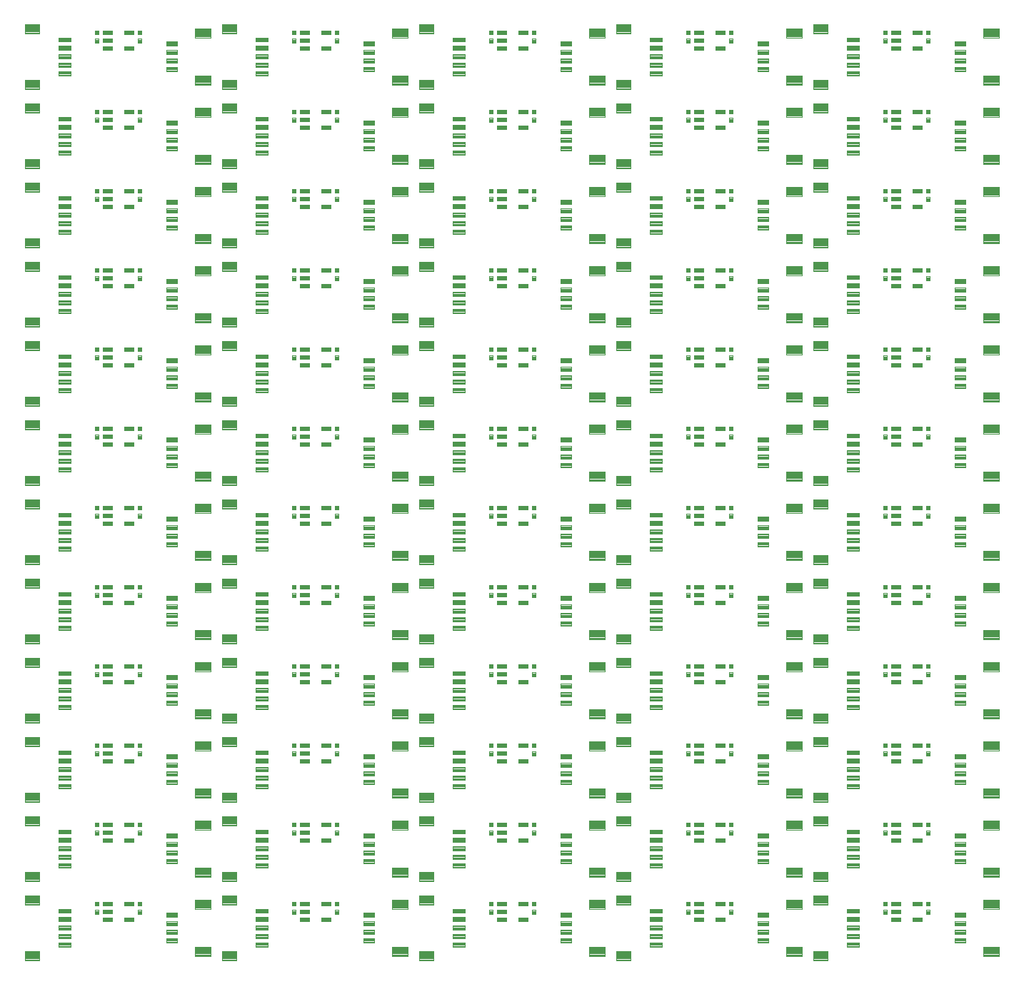
<source format=gtp>
G04 EAGLE Gerber RS-274X export*
G75*
%MOMM*%
%FSLAX34Y34*%
%LPD*%
%INSolderpaste Top*%
%IPPOS*%
%AMOC8*
5,1,8,0,0,1.08239X$1,22.5*%
G01*
%ADD10C,0.102000*%
%ADD11C,0.096000*%
%ADD12C,0.099000*%


D10*
X86410Y70455D02*
X86410Y75435D01*
X91390Y75435D01*
X91390Y70455D01*
X86410Y70455D01*
X86410Y71424D02*
X91390Y71424D01*
X91390Y72393D02*
X86410Y72393D01*
X86410Y73362D02*
X91390Y73362D01*
X91390Y74331D02*
X86410Y74331D01*
X86410Y75300D02*
X91390Y75300D01*
X86410Y65435D02*
X86410Y60455D01*
X86410Y65435D02*
X91390Y65435D01*
X91390Y60455D01*
X86410Y60455D01*
X86410Y61424D02*
X91390Y61424D01*
X91390Y62393D02*
X86410Y62393D01*
X86410Y63362D02*
X91390Y63362D01*
X91390Y64331D02*
X86410Y64331D01*
X86410Y65300D02*
X91390Y65300D01*
X137210Y70455D02*
X137210Y75435D01*
X142190Y75435D01*
X142190Y70455D01*
X137210Y70455D01*
X137210Y71424D02*
X142190Y71424D01*
X142190Y72393D02*
X137210Y72393D01*
X137210Y73362D02*
X142190Y73362D01*
X142190Y74331D02*
X137210Y74331D01*
X137210Y75300D02*
X142190Y75300D01*
X137210Y65435D02*
X137210Y60455D01*
X137210Y65435D02*
X142190Y65435D01*
X142190Y60455D01*
X137210Y60455D01*
X137210Y61424D02*
X142190Y61424D01*
X142190Y62393D02*
X137210Y62393D01*
X137210Y63362D02*
X142190Y63362D01*
X142190Y64331D02*
X137210Y64331D01*
X137210Y65300D02*
X142190Y65300D01*
D11*
X3530Y71930D02*
X3530Y82970D01*
X20570Y82970D01*
X20570Y71930D01*
X3530Y71930D01*
X3530Y72842D02*
X20570Y72842D01*
X20570Y73754D02*
X3530Y73754D01*
X3530Y74666D02*
X20570Y74666D01*
X20570Y75578D02*
X3530Y75578D01*
X3530Y76490D02*
X20570Y76490D01*
X20570Y77402D02*
X3530Y77402D01*
X3530Y78314D02*
X20570Y78314D01*
X20570Y79226D02*
X3530Y79226D01*
X3530Y80138D02*
X20570Y80138D01*
X20570Y81050D02*
X3530Y81050D01*
X3530Y81962D02*
X20570Y81962D01*
X20570Y82874D02*
X3530Y82874D01*
X3530Y16970D02*
X3530Y5930D01*
X3530Y16970D02*
X20570Y16970D01*
X20570Y5930D01*
X3530Y5930D01*
X3530Y6842D02*
X20570Y6842D01*
X20570Y7754D02*
X3530Y7754D01*
X3530Y8666D02*
X20570Y8666D01*
X20570Y9578D02*
X3530Y9578D01*
X3530Y10490D02*
X20570Y10490D01*
X20570Y11402D02*
X3530Y11402D01*
X3530Y12314D02*
X20570Y12314D01*
X20570Y13226D02*
X3530Y13226D01*
X3530Y14138D02*
X20570Y14138D01*
X20570Y15050D02*
X3530Y15050D01*
X3530Y15962D02*
X20570Y15962D01*
X20570Y16874D02*
X3530Y16874D01*
D10*
X43560Y61960D02*
X43560Y66940D01*
X58040Y66940D01*
X58040Y61960D01*
X43560Y61960D01*
X43560Y62929D02*
X58040Y62929D01*
X58040Y63898D02*
X43560Y63898D01*
X43560Y64867D02*
X58040Y64867D01*
X58040Y65836D02*
X43560Y65836D01*
X43560Y66805D02*
X58040Y66805D01*
X43560Y56940D02*
X43560Y51960D01*
X43560Y56940D02*
X58040Y56940D01*
X58040Y51960D01*
X43560Y51960D01*
X43560Y52929D02*
X58040Y52929D01*
X58040Y53898D02*
X43560Y53898D01*
X43560Y54867D02*
X58040Y54867D01*
X58040Y55836D02*
X43560Y55836D01*
X43560Y56805D02*
X58040Y56805D01*
X43560Y46940D02*
X43560Y41960D01*
X43560Y46940D02*
X58040Y46940D01*
X58040Y41960D01*
X43560Y41960D01*
X43560Y42929D02*
X58040Y42929D01*
X58040Y43898D02*
X43560Y43898D01*
X43560Y44867D02*
X58040Y44867D01*
X58040Y45836D02*
X43560Y45836D01*
X43560Y46805D02*
X58040Y46805D01*
X43560Y36940D02*
X43560Y31960D01*
X43560Y36940D02*
X58040Y36940D01*
X58040Y31960D01*
X43560Y31960D01*
X43560Y32929D02*
X58040Y32929D01*
X58040Y33898D02*
X43560Y33898D01*
X43560Y34867D02*
X58040Y34867D01*
X58040Y35836D02*
X43560Y35836D01*
X43560Y36805D02*
X58040Y36805D01*
X43560Y26940D02*
X43560Y21960D01*
X43560Y26940D02*
X58040Y26940D01*
X58040Y21960D01*
X43560Y21960D01*
X43560Y22929D02*
X58040Y22929D01*
X58040Y23898D02*
X43560Y23898D01*
X43560Y24867D02*
X58040Y24867D01*
X58040Y25836D02*
X43560Y25836D01*
X43560Y26805D02*
X58040Y26805D01*
D11*
X224070Y21970D02*
X224070Y10930D01*
X205030Y10930D01*
X205030Y21970D01*
X224070Y21970D01*
X224070Y11842D02*
X205030Y11842D01*
X205030Y12754D02*
X224070Y12754D01*
X224070Y13666D02*
X205030Y13666D01*
X205030Y14578D02*
X224070Y14578D01*
X224070Y15490D02*
X205030Y15490D01*
X205030Y16402D02*
X224070Y16402D01*
X224070Y17314D02*
X205030Y17314D01*
X205030Y18226D02*
X224070Y18226D01*
X224070Y19138D02*
X205030Y19138D01*
X205030Y20050D02*
X224070Y20050D01*
X224070Y20962D02*
X205030Y20962D01*
X205030Y21874D02*
X224070Y21874D01*
X224070Y66930D02*
X224070Y77970D01*
X224070Y66930D02*
X205030Y66930D01*
X205030Y77970D01*
X224070Y77970D01*
X224070Y67842D02*
X205030Y67842D01*
X205030Y68754D02*
X224070Y68754D01*
X224070Y69666D02*
X205030Y69666D01*
X205030Y70578D02*
X224070Y70578D01*
X224070Y71490D02*
X205030Y71490D01*
X205030Y72402D02*
X224070Y72402D01*
X224070Y73314D02*
X205030Y73314D01*
X205030Y74226D02*
X224070Y74226D01*
X224070Y75138D02*
X205030Y75138D01*
X205030Y76050D02*
X224070Y76050D01*
X224070Y76962D02*
X205030Y76962D01*
X205030Y77874D02*
X224070Y77874D01*
D10*
X184040Y31940D02*
X184040Y26960D01*
X171560Y26960D01*
X171560Y31940D01*
X184040Y31940D01*
X184040Y27929D02*
X171560Y27929D01*
X171560Y28898D02*
X184040Y28898D01*
X184040Y29867D02*
X171560Y29867D01*
X171560Y30836D02*
X184040Y30836D01*
X184040Y31805D02*
X171560Y31805D01*
X184040Y36960D02*
X184040Y41940D01*
X184040Y36960D02*
X171560Y36960D01*
X171560Y41940D01*
X184040Y41940D01*
X184040Y37929D02*
X171560Y37929D01*
X171560Y38898D02*
X184040Y38898D01*
X184040Y39867D02*
X171560Y39867D01*
X171560Y40836D02*
X184040Y40836D01*
X184040Y41805D02*
X171560Y41805D01*
X184040Y46960D02*
X184040Y51940D01*
X184040Y46960D02*
X171560Y46960D01*
X171560Y51940D01*
X184040Y51940D01*
X184040Y47929D02*
X171560Y47929D01*
X171560Y48898D02*
X184040Y48898D01*
X184040Y49867D02*
X171560Y49867D01*
X171560Y50836D02*
X184040Y50836D01*
X184040Y51805D02*
X171560Y51805D01*
X184040Y56960D02*
X184040Y61940D01*
X184040Y56960D02*
X171560Y56960D01*
X171560Y61940D01*
X184040Y61940D01*
X184040Y57929D02*
X171560Y57929D01*
X171560Y58898D02*
X184040Y58898D01*
X184040Y59867D02*
X171560Y59867D01*
X171560Y60836D02*
X184040Y60836D01*
X184040Y61805D02*
X171560Y61805D01*
D12*
X95794Y70745D02*
X95794Y75255D01*
X106804Y75255D01*
X106804Y70745D01*
X95794Y70745D01*
X95794Y71685D02*
X106804Y71685D01*
X106804Y72625D02*
X95794Y72625D01*
X95794Y73565D02*
X106804Y73565D01*
X106804Y74505D02*
X95794Y74505D01*
X95794Y65755D02*
X95794Y61245D01*
X95794Y65755D02*
X106804Y65755D01*
X106804Y61245D01*
X95794Y61245D01*
X95794Y62185D02*
X106804Y62185D01*
X106804Y63125D02*
X95794Y63125D01*
X95794Y64065D02*
X106804Y64065D01*
X106804Y65005D02*
X95794Y65005D01*
X95794Y56255D02*
X95794Y51745D01*
X95794Y56255D02*
X106804Y56255D01*
X106804Y51745D01*
X95794Y51745D01*
X95794Y52685D02*
X106804Y52685D01*
X106804Y53625D02*
X95794Y53625D01*
X95794Y54565D02*
X106804Y54565D01*
X106804Y55505D02*
X95794Y55505D01*
X121796Y56255D02*
X121796Y51745D01*
X121796Y56255D02*
X132806Y56255D01*
X132806Y51745D01*
X121796Y51745D01*
X121796Y52685D02*
X132806Y52685D01*
X132806Y53625D02*
X121796Y53625D01*
X121796Y54565D02*
X132806Y54565D01*
X132806Y55505D02*
X121796Y55505D01*
X121796Y70745D02*
X121796Y75255D01*
X132806Y75255D01*
X132806Y70745D01*
X121796Y70745D01*
X121796Y71685D02*
X132806Y71685D01*
X132806Y72625D02*
X121796Y72625D01*
X121796Y73565D02*
X132806Y73565D01*
X132806Y74505D02*
X121796Y74505D01*
D10*
X320090Y75435D02*
X320090Y70455D01*
X320090Y75435D02*
X325070Y75435D01*
X325070Y70455D01*
X320090Y70455D01*
X320090Y71424D02*
X325070Y71424D01*
X325070Y72393D02*
X320090Y72393D01*
X320090Y73362D02*
X325070Y73362D01*
X325070Y74331D02*
X320090Y74331D01*
X320090Y75300D02*
X325070Y75300D01*
X320090Y65435D02*
X320090Y60455D01*
X320090Y65435D02*
X325070Y65435D01*
X325070Y60455D01*
X320090Y60455D01*
X320090Y61424D02*
X325070Y61424D01*
X325070Y62393D02*
X320090Y62393D01*
X320090Y63362D02*
X325070Y63362D01*
X325070Y64331D02*
X320090Y64331D01*
X320090Y65300D02*
X325070Y65300D01*
X370890Y70455D02*
X370890Y75435D01*
X375870Y75435D01*
X375870Y70455D01*
X370890Y70455D01*
X370890Y71424D02*
X375870Y71424D01*
X375870Y72393D02*
X370890Y72393D01*
X370890Y73362D02*
X375870Y73362D01*
X375870Y74331D02*
X370890Y74331D01*
X370890Y75300D02*
X375870Y75300D01*
X370890Y65435D02*
X370890Y60455D01*
X370890Y65435D02*
X375870Y65435D01*
X375870Y60455D01*
X370890Y60455D01*
X370890Y61424D02*
X375870Y61424D01*
X375870Y62393D02*
X370890Y62393D01*
X370890Y63362D02*
X375870Y63362D01*
X375870Y64331D02*
X370890Y64331D01*
X370890Y65300D02*
X375870Y65300D01*
D11*
X237210Y71930D02*
X237210Y82970D01*
X254250Y82970D01*
X254250Y71930D01*
X237210Y71930D01*
X237210Y72842D02*
X254250Y72842D01*
X254250Y73754D02*
X237210Y73754D01*
X237210Y74666D02*
X254250Y74666D01*
X254250Y75578D02*
X237210Y75578D01*
X237210Y76490D02*
X254250Y76490D01*
X254250Y77402D02*
X237210Y77402D01*
X237210Y78314D02*
X254250Y78314D01*
X254250Y79226D02*
X237210Y79226D01*
X237210Y80138D02*
X254250Y80138D01*
X254250Y81050D02*
X237210Y81050D01*
X237210Y81962D02*
X254250Y81962D01*
X254250Y82874D02*
X237210Y82874D01*
X237210Y16970D02*
X237210Y5930D01*
X237210Y16970D02*
X254250Y16970D01*
X254250Y5930D01*
X237210Y5930D01*
X237210Y6842D02*
X254250Y6842D01*
X254250Y7754D02*
X237210Y7754D01*
X237210Y8666D02*
X254250Y8666D01*
X254250Y9578D02*
X237210Y9578D01*
X237210Y10490D02*
X254250Y10490D01*
X254250Y11402D02*
X237210Y11402D01*
X237210Y12314D02*
X254250Y12314D01*
X254250Y13226D02*
X237210Y13226D01*
X237210Y14138D02*
X254250Y14138D01*
X254250Y15050D02*
X237210Y15050D01*
X237210Y15962D02*
X254250Y15962D01*
X254250Y16874D02*
X237210Y16874D01*
D10*
X277240Y61960D02*
X277240Y66940D01*
X291720Y66940D01*
X291720Y61960D01*
X277240Y61960D01*
X277240Y62929D02*
X291720Y62929D01*
X291720Y63898D02*
X277240Y63898D01*
X277240Y64867D02*
X291720Y64867D01*
X291720Y65836D02*
X277240Y65836D01*
X277240Y66805D02*
X291720Y66805D01*
X277240Y56940D02*
X277240Y51960D01*
X277240Y56940D02*
X291720Y56940D01*
X291720Y51960D01*
X277240Y51960D01*
X277240Y52929D02*
X291720Y52929D01*
X291720Y53898D02*
X277240Y53898D01*
X277240Y54867D02*
X291720Y54867D01*
X291720Y55836D02*
X277240Y55836D01*
X277240Y56805D02*
X291720Y56805D01*
X277240Y46940D02*
X277240Y41960D01*
X277240Y46940D02*
X291720Y46940D01*
X291720Y41960D01*
X277240Y41960D01*
X277240Y42929D02*
X291720Y42929D01*
X291720Y43898D02*
X277240Y43898D01*
X277240Y44867D02*
X291720Y44867D01*
X291720Y45836D02*
X277240Y45836D01*
X277240Y46805D02*
X291720Y46805D01*
X277240Y36940D02*
X277240Y31960D01*
X277240Y36940D02*
X291720Y36940D01*
X291720Y31960D01*
X277240Y31960D01*
X277240Y32929D02*
X291720Y32929D01*
X291720Y33898D02*
X277240Y33898D01*
X277240Y34867D02*
X291720Y34867D01*
X291720Y35836D02*
X277240Y35836D01*
X277240Y36805D02*
X291720Y36805D01*
X277240Y26940D02*
X277240Y21960D01*
X277240Y26940D02*
X291720Y26940D01*
X291720Y21960D01*
X277240Y21960D01*
X277240Y22929D02*
X291720Y22929D01*
X291720Y23898D02*
X277240Y23898D01*
X277240Y24867D02*
X291720Y24867D01*
X291720Y25836D02*
X277240Y25836D01*
X277240Y26805D02*
X291720Y26805D01*
D11*
X457750Y21970D02*
X457750Y10930D01*
X438710Y10930D01*
X438710Y21970D01*
X457750Y21970D01*
X457750Y11842D02*
X438710Y11842D01*
X438710Y12754D02*
X457750Y12754D01*
X457750Y13666D02*
X438710Y13666D01*
X438710Y14578D02*
X457750Y14578D01*
X457750Y15490D02*
X438710Y15490D01*
X438710Y16402D02*
X457750Y16402D01*
X457750Y17314D02*
X438710Y17314D01*
X438710Y18226D02*
X457750Y18226D01*
X457750Y19138D02*
X438710Y19138D01*
X438710Y20050D02*
X457750Y20050D01*
X457750Y20962D02*
X438710Y20962D01*
X438710Y21874D02*
X457750Y21874D01*
X457750Y66930D02*
X457750Y77970D01*
X457750Y66930D02*
X438710Y66930D01*
X438710Y77970D01*
X457750Y77970D01*
X457750Y67842D02*
X438710Y67842D01*
X438710Y68754D02*
X457750Y68754D01*
X457750Y69666D02*
X438710Y69666D01*
X438710Y70578D02*
X457750Y70578D01*
X457750Y71490D02*
X438710Y71490D01*
X438710Y72402D02*
X457750Y72402D01*
X457750Y73314D02*
X438710Y73314D01*
X438710Y74226D02*
X457750Y74226D01*
X457750Y75138D02*
X438710Y75138D01*
X438710Y76050D02*
X457750Y76050D01*
X457750Y76962D02*
X438710Y76962D01*
X438710Y77874D02*
X457750Y77874D01*
D10*
X417720Y31940D02*
X417720Y26960D01*
X405240Y26960D01*
X405240Y31940D01*
X417720Y31940D01*
X417720Y27929D02*
X405240Y27929D01*
X405240Y28898D02*
X417720Y28898D01*
X417720Y29867D02*
X405240Y29867D01*
X405240Y30836D02*
X417720Y30836D01*
X417720Y31805D02*
X405240Y31805D01*
X417720Y36960D02*
X417720Y41940D01*
X417720Y36960D02*
X405240Y36960D01*
X405240Y41940D01*
X417720Y41940D01*
X417720Y37929D02*
X405240Y37929D01*
X405240Y38898D02*
X417720Y38898D01*
X417720Y39867D02*
X405240Y39867D01*
X405240Y40836D02*
X417720Y40836D01*
X417720Y41805D02*
X405240Y41805D01*
X417720Y46960D02*
X417720Y51940D01*
X417720Y46960D02*
X405240Y46960D01*
X405240Y51940D01*
X417720Y51940D01*
X417720Y47929D02*
X405240Y47929D01*
X405240Y48898D02*
X417720Y48898D01*
X417720Y49867D02*
X405240Y49867D01*
X405240Y50836D02*
X417720Y50836D01*
X417720Y51805D02*
X405240Y51805D01*
X417720Y56960D02*
X417720Y61940D01*
X417720Y56960D02*
X405240Y56960D01*
X405240Y61940D01*
X417720Y61940D01*
X417720Y57929D02*
X405240Y57929D01*
X405240Y58898D02*
X417720Y58898D01*
X417720Y59867D02*
X405240Y59867D01*
X405240Y60836D02*
X417720Y60836D01*
X417720Y61805D02*
X405240Y61805D01*
D12*
X329474Y70745D02*
X329474Y75255D01*
X340484Y75255D01*
X340484Y70745D01*
X329474Y70745D01*
X329474Y71685D02*
X340484Y71685D01*
X340484Y72625D02*
X329474Y72625D01*
X329474Y73565D02*
X340484Y73565D01*
X340484Y74505D02*
X329474Y74505D01*
X329474Y65755D02*
X329474Y61245D01*
X329474Y65755D02*
X340484Y65755D01*
X340484Y61245D01*
X329474Y61245D01*
X329474Y62185D02*
X340484Y62185D01*
X340484Y63125D02*
X329474Y63125D01*
X329474Y64065D02*
X340484Y64065D01*
X340484Y65005D02*
X329474Y65005D01*
X329474Y56255D02*
X329474Y51745D01*
X329474Y56255D02*
X340484Y56255D01*
X340484Y51745D01*
X329474Y51745D01*
X329474Y52685D02*
X340484Y52685D01*
X340484Y53625D02*
X329474Y53625D01*
X329474Y54565D02*
X340484Y54565D01*
X340484Y55505D02*
X329474Y55505D01*
X355476Y56255D02*
X355476Y51745D01*
X355476Y56255D02*
X366486Y56255D01*
X366486Y51745D01*
X355476Y51745D01*
X355476Y52685D02*
X366486Y52685D01*
X366486Y53625D02*
X355476Y53625D01*
X355476Y54565D02*
X366486Y54565D01*
X366486Y55505D02*
X355476Y55505D01*
X355476Y70745D02*
X355476Y75255D01*
X366486Y75255D01*
X366486Y70745D01*
X355476Y70745D01*
X355476Y71685D02*
X366486Y71685D01*
X366486Y72625D02*
X355476Y72625D01*
X355476Y73565D02*
X366486Y73565D01*
X366486Y74505D02*
X355476Y74505D01*
D10*
X553770Y75435D02*
X553770Y70455D01*
X553770Y75435D02*
X558750Y75435D01*
X558750Y70455D01*
X553770Y70455D01*
X553770Y71424D02*
X558750Y71424D01*
X558750Y72393D02*
X553770Y72393D01*
X553770Y73362D02*
X558750Y73362D01*
X558750Y74331D02*
X553770Y74331D01*
X553770Y75300D02*
X558750Y75300D01*
X553770Y65435D02*
X553770Y60455D01*
X553770Y65435D02*
X558750Y65435D01*
X558750Y60455D01*
X553770Y60455D01*
X553770Y61424D02*
X558750Y61424D01*
X558750Y62393D02*
X553770Y62393D01*
X553770Y63362D02*
X558750Y63362D01*
X558750Y64331D02*
X553770Y64331D01*
X553770Y65300D02*
X558750Y65300D01*
X604570Y70455D02*
X604570Y75435D01*
X609550Y75435D01*
X609550Y70455D01*
X604570Y70455D01*
X604570Y71424D02*
X609550Y71424D01*
X609550Y72393D02*
X604570Y72393D01*
X604570Y73362D02*
X609550Y73362D01*
X609550Y74331D02*
X604570Y74331D01*
X604570Y75300D02*
X609550Y75300D01*
X604570Y65435D02*
X604570Y60455D01*
X604570Y65435D02*
X609550Y65435D01*
X609550Y60455D01*
X604570Y60455D01*
X604570Y61424D02*
X609550Y61424D01*
X609550Y62393D02*
X604570Y62393D01*
X604570Y63362D02*
X609550Y63362D01*
X609550Y64331D02*
X604570Y64331D01*
X604570Y65300D02*
X609550Y65300D01*
D11*
X470890Y71930D02*
X470890Y82970D01*
X487930Y82970D01*
X487930Y71930D01*
X470890Y71930D01*
X470890Y72842D02*
X487930Y72842D01*
X487930Y73754D02*
X470890Y73754D01*
X470890Y74666D02*
X487930Y74666D01*
X487930Y75578D02*
X470890Y75578D01*
X470890Y76490D02*
X487930Y76490D01*
X487930Y77402D02*
X470890Y77402D01*
X470890Y78314D02*
X487930Y78314D01*
X487930Y79226D02*
X470890Y79226D01*
X470890Y80138D02*
X487930Y80138D01*
X487930Y81050D02*
X470890Y81050D01*
X470890Y81962D02*
X487930Y81962D01*
X487930Y82874D02*
X470890Y82874D01*
X470890Y16970D02*
X470890Y5930D01*
X470890Y16970D02*
X487930Y16970D01*
X487930Y5930D01*
X470890Y5930D01*
X470890Y6842D02*
X487930Y6842D01*
X487930Y7754D02*
X470890Y7754D01*
X470890Y8666D02*
X487930Y8666D01*
X487930Y9578D02*
X470890Y9578D01*
X470890Y10490D02*
X487930Y10490D01*
X487930Y11402D02*
X470890Y11402D01*
X470890Y12314D02*
X487930Y12314D01*
X487930Y13226D02*
X470890Y13226D01*
X470890Y14138D02*
X487930Y14138D01*
X487930Y15050D02*
X470890Y15050D01*
X470890Y15962D02*
X487930Y15962D01*
X487930Y16874D02*
X470890Y16874D01*
D10*
X510920Y61960D02*
X510920Y66940D01*
X525400Y66940D01*
X525400Y61960D01*
X510920Y61960D01*
X510920Y62929D02*
X525400Y62929D01*
X525400Y63898D02*
X510920Y63898D01*
X510920Y64867D02*
X525400Y64867D01*
X525400Y65836D02*
X510920Y65836D01*
X510920Y66805D02*
X525400Y66805D01*
X510920Y56940D02*
X510920Y51960D01*
X510920Y56940D02*
X525400Y56940D01*
X525400Y51960D01*
X510920Y51960D01*
X510920Y52929D02*
X525400Y52929D01*
X525400Y53898D02*
X510920Y53898D01*
X510920Y54867D02*
X525400Y54867D01*
X525400Y55836D02*
X510920Y55836D01*
X510920Y56805D02*
X525400Y56805D01*
X510920Y46940D02*
X510920Y41960D01*
X510920Y46940D02*
X525400Y46940D01*
X525400Y41960D01*
X510920Y41960D01*
X510920Y42929D02*
X525400Y42929D01*
X525400Y43898D02*
X510920Y43898D01*
X510920Y44867D02*
X525400Y44867D01*
X525400Y45836D02*
X510920Y45836D01*
X510920Y46805D02*
X525400Y46805D01*
X510920Y36940D02*
X510920Y31960D01*
X510920Y36940D02*
X525400Y36940D01*
X525400Y31960D01*
X510920Y31960D01*
X510920Y32929D02*
X525400Y32929D01*
X525400Y33898D02*
X510920Y33898D01*
X510920Y34867D02*
X525400Y34867D01*
X525400Y35836D02*
X510920Y35836D01*
X510920Y36805D02*
X525400Y36805D01*
X510920Y26940D02*
X510920Y21960D01*
X510920Y26940D02*
X525400Y26940D01*
X525400Y21960D01*
X510920Y21960D01*
X510920Y22929D02*
X525400Y22929D01*
X525400Y23898D02*
X510920Y23898D01*
X510920Y24867D02*
X525400Y24867D01*
X525400Y25836D02*
X510920Y25836D01*
X510920Y26805D02*
X525400Y26805D01*
D11*
X691430Y21970D02*
X691430Y10930D01*
X672390Y10930D01*
X672390Y21970D01*
X691430Y21970D01*
X691430Y11842D02*
X672390Y11842D01*
X672390Y12754D02*
X691430Y12754D01*
X691430Y13666D02*
X672390Y13666D01*
X672390Y14578D02*
X691430Y14578D01*
X691430Y15490D02*
X672390Y15490D01*
X672390Y16402D02*
X691430Y16402D01*
X691430Y17314D02*
X672390Y17314D01*
X672390Y18226D02*
X691430Y18226D01*
X691430Y19138D02*
X672390Y19138D01*
X672390Y20050D02*
X691430Y20050D01*
X691430Y20962D02*
X672390Y20962D01*
X672390Y21874D02*
X691430Y21874D01*
X691430Y66930D02*
X691430Y77970D01*
X691430Y66930D02*
X672390Y66930D01*
X672390Y77970D01*
X691430Y77970D01*
X691430Y67842D02*
X672390Y67842D01*
X672390Y68754D02*
X691430Y68754D01*
X691430Y69666D02*
X672390Y69666D01*
X672390Y70578D02*
X691430Y70578D01*
X691430Y71490D02*
X672390Y71490D01*
X672390Y72402D02*
X691430Y72402D01*
X691430Y73314D02*
X672390Y73314D01*
X672390Y74226D02*
X691430Y74226D01*
X691430Y75138D02*
X672390Y75138D01*
X672390Y76050D02*
X691430Y76050D01*
X691430Y76962D02*
X672390Y76962D01*
X672390Y77874D02*
X691430Y77874D01*
D10*
X651400Y31940D02*
X651400Y26960D01*
X638920Y26960D01*
X638920Y31940D01*
X651400Y31940D01*
X651400Y27929D02*
X638920Y27929D01*
X638920Y28898D02*
X651400Y28898D01*
X651400Y29867D02*
X638920Y29867D01*
X638920Y30836D02*
X651400Y30836D01*
X651400Y31805D02*
X638920Y31805D01*
X651400Y36960D02*
X651400Y41940D01*
X651400Y36960D02*
X638920Y36960D01*
X638920Y41940D01*
X651400Y41940D01*
X651400Y37929D02*
X638920Y37929D01*
X638920Y38898D02*
X651400Y38898D01*
X651400Y39867D02*
X638920Y39867D01*
X638920Y40836D02*
X651400Y40836D01*
X651400Y41805D02*
X638920Y41805D01*
X651400Y46960D02*
X651400Y51940D01*
X651400Y46960D02*
X638920Y46960D01*
X638920Y51940D01*
X651400Y51940D01*
X651400Y47929D02*
X638920Y47929D01*
X638920Y48898D02*
X651400Y48898D01*
X651400Y49867D02*
X638920Y49867D01*
X638920Y50836D02*
X651400Y50836D01*
X651400Y51805D02*
X638920Y51805D01*
X651400Y56960D02*
X651400Y61940D01*
X651400Y56960D02*
X638920Y56960D01*
X638920Y61940D01*
X651400Y61940D01*
X651400Y57929D02*
X638920Y57929D01*
X638920Y58898D02*
X651400Y58898D01*
X651400Y59867D02*
X638920Y59867D01*
X638920Y60836D02*
X651400Y60836D01*
X651400Y61805D02*
X638920Y61805D01*
D12*
X563154Y70745D02*
X563154Y75255D01*
X574164Y75255D01*
X574164Y70745D01*
X563154Y70745D01*
X563154Y71685D02*
X574164Y71685D01*
X574164Y72625D02*
X563154Y72625D01*
X563154Y73565D02*
X574164Y73565D01*
X574164Y74505D02*
X563154Y74505D01*
X563154Y65755D02*
X563154Y61245D01*
X563154Y65755D02*
X574164Y65755D01*
X574164Y61245D01*
X563154Y61245D01*
X563154Y62185D02*
X574164Y62185D01*
X574164Y63125D02*
X563154Y63125D01*
X563154Y64065D02*
X574164Y64065D01*
X574164Y65005D02*
X563154Y65005D01*
X563154Y56255D02*
X563154Y51745D01*
X563154Y56255D02*
X574164Y56255D01*
X574164Y51745D01*
X563154Y51745D01*
X563154Y52685D02*
X574164Y52685D01*
X574164Y53625D02*
X563154Y53625D01*
X563154Y54565D02*
X574164Y54565D01*
X574164Y55505D02*
X563154Y55505D01*
X589156Y56255D02*
X589156Y51745D01*
X589156Y56255D02*
X600166Y56255D01*
X600166Y51745D01*
X589156Y51745D01*
X589156Y52685D02*
X600166Y52685D01*
X600166Y53625D02*
X589156Y53625D01*
X589156Y54565D02*
X600166Y54565D01*
X600166Y55505D02*
X589156Y55505D01*
X589156Y70745D02*
X589156Y75255D01*
X600166Y75255D01*
X600166Y70745D01*
X589156Y70745D01*
X589156Y71685D02*
X600166Y71685D01*
X600166Y72625D02*
X589156Y72625D01*
X589156Y73565D02*
X600166Y73565D01*
X600166Y74505D02*
X589156Y74505D01*
D10*
X787450Y75435D02*
X787450Y70455D01*
X787450Y75435D02*
X792430Y75435D01*
X792430Y70455D01*
X787450Y70455D01*
X787450Y71424D02*
X792430Y71424D01*
X792430Y72393D02*
X787450Y72393D01*
X787450Y73362D02*
X792430Y73362D01*
X792430Y74331D02*
X787450Y74331D01*
X787450Y75300D02*
X792430Y75300D01*
X787450Y65435D02*
X787450Y60455D01*
X787450Y65435D02*
X792430Y65435D01*
X792430Y60455D01*
X787450Y60455D01*
X787450Y61424D02*
X792430Y61424D01*
X792430Y62393D02*
X787450Y62393D01*
X787450Y63362D02*
X792430Y63362D01*
X792430Y64331D02*
X787450Y64331D01*
X787450Y65300D02*
X792430Y65300D01*
X838250Y70455D02*
X838250Y75435D01*
X843230Y75435D01*
X843230Y70455D01*
X838250Y70455D01*
X838250Y71424D02*
X843230Y71424D01*
X843230Y72393D02*
X838250Y72393D01*
X838250Y73362D02*
X843230Y73362D01*
X843230Y74331D02*
X838250Y74331D01*
X838250Y75300D02*
X843230Y75300D01*
X838250Y65435D02*
X838250Y60455D01*
X838250Y65435D02*
X843230Y65435D01*
X843230Y60455D01*
X838250Y60455D01*
X838250Y61424D02*
X843230Y61424D01*
X843230Y62393D02*
X838250Y62393D01*
X838250Y63362D02*
X843230Y63362D01*
X843230Y64331D02*
X838250Y64331D01*
X838250Y65300D02*
X843230Y65300D01*
D11*
X704570Y71930D02*
X704570Y82970D01*
X721610Y82970D01*
X721610Y71930D01*
X704570Y71930D01*
X704570Y72842D02*
X721610Y72842D01*
X721610Y73754D02*
X704570Y73754D01*
X704570Y74666D02*
X721610Y74666D01*
X721610Y75578D02*
X704570Y75578D01*
X704570Y76490D02*
X721610Y76490D01*
X721610Y77402D02*
X704570Y77402D01*
X704570Y78314D02*
X721610Y78314D01*
X721610Y79226D02*
X704570Y79226D01*
X704570Y80138D02*
X721610Y80138D01*
X721610Y81050D02*
X704570Y81050D01*
X704570Y81962D02*
X721610Y81962D01*
X721610Y82874D02*
X704570Y82874D01*
X704570Y16970D02*
X704570Y5930D01*
X704570Y16970D02*
X721610Y16970D01*
X721610Y5930D01*
X704570Y5930D01*
X704570Y6842D02*
X721610Y6842D01*
X721610Y7754D02*
X704570Y7754D01*
X704570Y8666D02*
X721610Y8666D01*
X721610Y9578D02*
X704570Y9578D01*
X704570Y10490D02*
X721610Y10490D01*
X721610Y11402D02*
X704570Y11402D01*
X704570Y12314D02*
X721610Y12314D01*
X721610Y13226D02*
X704570Y13226D01*
X704570Y14138D02*
X721610Y14138D01*
X721610Y15050D02*
X704570Y15050D01*
X704570Y15962D02*
X721610Y15962D01*
X721610Y16874D02*
X704570Y16874D01*
D10*
X744600Y61960D02*
X744600Y66940D01*
X759080Y66940D01*
X759080Y61960D01*
X744600Y61960D01*
X744600Y62929D02*
X759080Y62929D01*
X759080Y63898D02*
X744600Y63898D01*
X744600Y64867D02*
X759080Y64867D01*
X759080Y65836D02*
X744600Y65836D01*
X744600Y66805D02*
X759080Y66805D01*
X744600Y56940D02*
X744600Y51960D01*
X744600Y56940D02*
X759080Y56940D01*
X759080Y51960D01*
X744600Y51960D01*
X744600Y52929D02*
X759080Y52929D01*
X759080Y53898D02*
X744600Y53898D01*
X744600Y54867D02*
X759080Y54867D01*
X759080Y55836D02*
X744600Y55836D01*
X744600Y56805D02*
X759080Y56805D01*
X744600Y46940D02*
X744600Y41960D01*
X744600Y46940D02*
X759080Y46940D01*
X759080Y41960D01*
X744600Y41960D01*
X744600Y42929D02*
X759080Y42929D01*
X759080Y43898D02*
X744600Y43898D01*
X744600Y44867D02*
X759080Y44867D01*
X759080Y45836D02*
X744600Y45836D01*
X744600Y46805D02*
X759080Y46805D01*
X744600Y36940D02*
X744600Y31960D01*
X744600Y36940D02*
X759080Y36940D01*
X759080Y31960D01*
X744600Y31960D01*
X744600Y32929D02*
X759080Y32929D01*
X759080Y33898D02*
X744600Y33898D01*
X744600Y34867D02*
X759080Y34867D01*
X759080Y35836D02*
X744600Y35836D01*
X744600Y36805D02*
X759080Y36805D01*
X744600Y26940D02*
X744600Y21960D01*
X744600Y26940D02*
X759080Y26940D01*
X759080Y21960D01*
X744600Y21960D01*
X744600Y22929D02*
X759080Y22929D01*
X759080Y23898D02*
X744600Y23898D01*
X744600Y24867D02*
X759080Y24867D01*
X759080Y25836D02*
X744600Y25836D01*
X744600Y26805D02*
X759080Y26805D01*
D11*
X925110Y21970D02*
X925110Y10930D01*
X906070Y10930D01*
X906070Y21970D01*
X925110Y21970D01*
X925110Y11842D02*
X906070Y11842D01*
X906070Y12754D02*
X925110Y12754D01*
X925110Y13666D02*
X906070Y13666D01*
X906070Y14578D02*
X925110Y14578D01*
X925110Y15490D02*
X906070Y15490D01*
X906070Y16402D02*
X925110Y16402D01*
X925110Y17314D02*
X906070Y17314D01*
X906070Y18226D02*
X925110Y18226D01*
X925110Y19138D02*
X906070Y19138D01*
X906070Y20050D02*
X925110Y20050D01*
X925110Y20962D02*
X906070Y20962D01*
X906070Y21874D02*
X925110Y21874D01*
X925110Y66930D02*
X925110Y77970D01*
X925110Y66930D02*
X906070Y66930D01*
X906070Y77970D01*
X925110Y77970D01*
X925110Y67842D02*
X906070Y67842D01*
X906070Y68754D02*
X925110Y68754D01*
X925110Y69666D02*
X906070Y69666D01*
X906070Y70578D02*
X925110Y70578D01*
X925110Y71490D02*
X906070Y71490D01*
X906070Y72402D02*
X925110Y72402D01*
X925110Y73314D02*
X906070Y73314D01*
X906070Y74226D02*
X925110Y74226D01*
X925110Y75138D02*
X906070Y75138D01*
X906070Y76050D02*
X925110Y76050D01*
X925110Y76962D02*
X906070Y76962D01*
X906070Y77874D02*
X925110Y77874D01*
D10*
X885080Y31940D02*
X885080Y26960D01*
X872600Y26960D01*
X872600Y31940D01*
X885080Y31940D01*
X885080Y27929D02*
X872600Y27929D01*
X872600Y28898D02*
X885080Y28898D01*
X885080Y29867D02*
X872600Y29867D01*
X872600Y30836D02*
X885080Y30836D01*
X885080Y31805D02*
X872600Y31805D01*
X885080Y36960D02*
X885080Y41940D01*
X885080Y36960D02*
X872600Y36960D01*
X872600Y41940D01*
X885080Y41940D01*
X885080Y37929D02*
X872600Y37929D01*
X872600Y38898D02*
X885080Y38898D01*
X885080Y39867D02*
X872600Y39867D01*
X872600Y40836D02*
X885080Y40836D01*
X885080Y41805D02*
X872600Y41805D01*
X885080Y46960D02*
X885080Y51940D01*
X885080Y46960D02*
X872600Y46960D01*
X872600Y51940D01*
X885080Y51940D01*
X885080Y47929D02*
X872600Y47929D01*
X872600Y48898D02*
X885080Y48898D01*
X885080Y49867D02*
X872600Y49867D01*
X872600Y50836D02*
X885080Y50836D01*
X885080Y51805D02*
X872600Y51805D01*
X885080Y56960D02*
X885080Y61940D01*
X885080Y56960D02*
X872600Y56960D01*
X872600Y61940D01*
X885080Y61940D01*
X885080Y57929D02*
X872600Y57929D01*
X872600Y58898D02*
X885080Y58898D01*
X885080Y59867D02*
X872600Y59867D01*
X872600Y60836D02*
X885080Y60836D01*
X885080Y61805D02*
X872600Y61805D01*
D12*
X796834Y70745D02*
X796834Y75255D01*
X807844Y75255D01*
X807844Y70745D01*
X796834Y70745D01*
X796834Y71685D02*
X807844Y71685D01*
X807844Y72625D02*
X796834Y72625D01*
X796834Y73565D02*
X807844Y73565D01*
X807844Y74505D02*
X796834Y74505D01*
X796834Y65755D02*
X796834Y61245D01*
X796834Y65755D02*
X807844Y65755D01*
X807844Y61245D01*
X796834Y61245D01*
X796834Y62185D02*
X807844Y62185D01*
X807844Y63125D02*
X796834Y63125D01*
X796834Y64065D02*
X807844Y64065D01*
X807844Y65005D02*
X796834Y65005D01*
X796834Y56255D02*
X796834Y51745D01*
X796834Y56255D02*
X807844Y56255D01*
X807844Y51745D01*
X796834Y51745D01*
X796834Y52685D02*
X807844Y52685D01*
X807844Y53625D02*
X796834Y53625D01*
X796834Y54565D02*
X807844Y54565D01*
X807844Y55505D02*
X796834Y55505D01*
X822836Y56255D02*
X822836Y51745D01*
X822836Y56255D02*
X833846Y56255D01*
X833846Y51745D01*
X822836Y51745D01*
X822836Y52685D02*
X833846Y52685D01*
X833846Y53625D02*
X822836Y53625D01*
X822836Y54565D02*
X833846Y54565D01*
X833846Y55505D02*
X822836Y55505D01*
X822836Y70745D02*
X822836Y75255D01*
X833846Y75255D01*
X833846Y70745D01*
X822836Y70745D01*
X822836Y71685D02*
X833846Y71685D01*
X833846Y72625D02*
X822836Y72625D01*
X822836Y73565D02*
X833846Y73565D01*
X833846Y74505D02*
X822836Y74505D01*
D10*
X1021130Y75435D02*
X1021130Y70455D01*
X1021130Y75435D02*
X1026110Y75435D01*
X1026110Y70455D01*
X1021130Y70455D01*
X1021130Y71424D02*
X1026110Y71424D01*
X1026110Y72393D02*
X1021130Y72393D01*
X1021130Y73362D02*
X1026110Y73362D01*
X1026110Y74331D02*
X1021130Y74331D01*
X1021130Y75300D02*
X1026110Y75300D01*
X1021130Y65435D02*
X1021130Y60455D01*
X1021130Y65435D02*
X1026110Y65435D01*
X1026110Y60455D01*
X1021130Y60455D01*
X1021130Y61424D02*
X1026110Y61424D01*
X1026110Y62393D02*
X1021130Y62393D01*
X1021130Y63362D02*
X1026110Y63362D01*
X1026110Y64331D02*
X1021130Y64331D01*
X1021130Y65300D02*
X1026110Y65300D01*
X1071930Y70455D02*
X1071930Y75435D01*
X1076910Y75435D01*
X1076910Y70455D01*
X1071930Y70455D01*
X1071930Y71424D02*
X1076910Y71424D01*
X1076910Y72393D02*
X1071930Y72393D01*
X1071930Y73362D02*
X1076910Y73362D01*
X1076910Y74331D02*
X1071930Y74331D01*
X1071930Y75300D02*
X1076910Y75300D01*
X1071930Y65435D02*
X1071930Y60455D01*
X1071930Y65435D02*
X1076910Y65435D01*
X1076910Y60455D01*
X1071930Y60455D01*
X1071930Y61424D02*
X1076910Y61424D01*
X1076910Y62393D02*
X1071930Y62393D01*
X1071930Y63362D02*
X1076910Y63362D01*
X1076910Y64331D02*
X1071930Y64331D01*
X1071930Y65300D02*
X1076910Y65300D01*
D11*
X938250Y71930D02*
X938250Y82970D01*
X955290Y82970D01*
X955290Y71930D01*
X938250Y71930D01*
X938250Y72842D02*
X955290Y72842D01*
X955290Y73754D02*
X938250Y73754D01*
X938250Y74666D02*
X955290Y74666D01*
X955290Y75578D02*
X938250Y75578D01*
X938250Y76490D02*
X955290Y76490D01*
X955290Y77402D02*
X938250Y77402D01*
X938250Y78314D02*
X955290Y78314D01*
X955290Y79226D02*
X938250Y79226D01*
X938250Y80138D02*
X955290Y80138D01*
X955290Y81050D02*
X938250Y81050D01*
X938250Y81962D02*
X955290Y81962D01*
X955290Y82874D02*
X938250Y82874D01*
X938250Y16970D02*
X938250Y5930D01*
X938250Y16970D02*
X955290Y16970D01*
X955290Y5930D01*
X938250Y5930D01*
X938250Y6842D02*
X955290Y6842D01*
X955290Y7754D02*
X938250Y7754D01*
X938250Y8666D02*
X955290Y8666D01*
X955290Y9578D02*
X938250Y9578D01*
X938250Y10490D02*
X955290Y10490D01*
X955290Y11402D02*
X938250Y11402D01*
X938250Y12314D02*
X955290Y12314D01*
X955290Y13226D02*
X938250Y13226D01*
X938250Y14138D02*
X955290Y14138D01*
X955290Y15050D02*
X938250Y15050D01*
X938250Y15962D02*
X955290Y15962D01*
X955290Y16874D02*
X938250Y16874D01*
D10*
X978280Y61960D02*
X978280Y66940D01*
X992760Y66940D01*
X992760Y61960D01*
X978280Y61960D01*
X978280Y62929D02*
X992760Y62929D01*
X992760Y63898D02*
X978280Y63898D01*
X978280Y64867D02*
X992760Y64867D01*
X992760Y65836D02*
X978280Y65836D01*
X978280Y66805D02*
X992760Y66805D01*
X978280Y56940D02*
X978280Y51960D01*
X978280Y56940D02*
X992760Y56940D01*
X992760Y51960D01*
X978280Y51960D01*
X978280Y52929D02*
X992760Y52929D01*
X992760Y53898D02*
X978280Y53898D01*
X978280Y54867D02*
X992760Y54867D01*
X992760Y55836D02*
X978280Y55836D01*
X978280Y56805D02*
X992760Y56805D01*
X978280Y46940D02*
X978280Y41960D01*
X978280Y46940D02*
X992760Y46940D01*
X992760Y41960D01*
X978280Y41960D01*
X978280Y42929D02*
X992760Y42929D01*
X992760Y43898D02*
X978280Y43898D01*
X978280Y44867D02*
X992760Y44867D01*
X992760Y45836D02*
X978280Y45836D01*
X978280Y46805D02*
X992760Y46805D01*
X978280Y36940D02*
X978280Y31960D01*
X978280Y36940D02*
X992760Y36940D01*
X992760Y31960D01*
X978280Y31960D01*
X978280Y32929D02*
X992760Y32929D01*
X992760Y33898D02*
X978280Y33898D01*
X978280Y34867D02*
X992760Y34867D01*
X992760Y35836D02*
X978280Y35836D01*
X978280Y36805D02*
X992760Y36805D01*
X978280Y26940D02*
X978280Y21960D01*
X978280Y26940D02*
X992760Y26940D01*
X992760Y21960D01*
X978280Y21960D01*
X978280Y22929D02*
X992760Y22929D01*
X992760Y23898D02*
X978280Y23898D01*
X978280Y24867D02*
X992760Y24867D01*
X992760Y25836D02*
X978280Y25836D01*
X978280Y26805D02*
X992760Y26805D01*
D11*
X1158790Y21970D02*
X1158790Y10930D01*
X1139750Y10930D01*
X1139750Y21970D01*
X1158790Y21970D01*
X1158790Y11842D02*
X1139750Y11842D01*
X1139750Y12754D02*
X1158790Y12754D01*
X1158790Y13666D02*
X1139750Y13666D01*
X1139750Y14578D02*
X1158790Y14578D01*
X1158790Y15490D02*
X1139750Y15490D01*
X1139750Y16402D02*
X1158790Y16402D01*
X1158790Y17314D02*
X1139750Y17314D01*
X1139750Y18226D02*
X1158790Y18226D01*
X1158790Y19138D02*
X1139750Y19138D01*
X1139750Y20050D02*
X1158790Y20050D01*
X1158790Y20962D02*
X1139750Y20962D01*
X1139750Y21874D02*
X1158790Y21874D01*
X1158790Y66930D02*
X1158790Y77970D01*
X1158790Y66930D02*
X1139750Y66930D01*
X1139750Y77970D01*
X1158790Y77970D01*
X1158790Y67842D02*
X1139750Y67842D01*
X1139750Y68754D02*
X1158790Y68754D01*
X1158790Y69666D02*
X1139750Y69666D01*
X1139750Y70578D02*
X1158790Y70578D01*
X1158790Y71490D02*
X1139750Y71490D01*
X1139750Y72402D02*
X1158790Y72402D01*
X1158790Y73314D02*
X1139750Y73314D01*
X1139750Y74226D02*
X1158790Y74226D01*
X1158790Y75138D02*
X1139750Y75138D01*
X1139750Y76050D02*
X1158790Y76050D01*
X1158790Y76962D02*
X1139750Y76962D01*
X1139750Y77874D02*
X1158790Y77874D01*
D10*
X1118760Y31940D02*
X1118760Y26960D01*
X1106280Y26960D01*
X1106280Y31940D01*
X1118760Y31940D01*
X1118760Y27929D02*
X1106280Y27929D01*
X1106280Y28898D02*
X1118760Y28898D01*
X1118760Y29867D02*
X1106280Y29867D01*
X1106280Y30836D02*
X1118760Y30836D01*
X1118760Y31805D02*
X1106280Y31805D01*
X1118760Y36960D02*
X1118760Y41940D01*
X1118760Y36960D02*
X1106280Y36960D01*
X1106280Y41940D01*
X1118760Y41940D01*
X1118760Y37929D02*
X1106280Y37929D01*
X1106280Y38898D02*
X1118760Y38898D01*
X1118760Y39867D02*
X1106280Y39867D01*
X1106280Y40836D02*
X1118760Y40836D01*
X1118760Y41805D02*
X1106280Y41805D01*
X1118760Y46960D02*
X1118760Y51940D01*
X1118760Y46960D02*
X1106280Y46960D01*
X1106280Y51940D01*
X1118760Y51940D01*
X1118760Y47929D02*
X1106280Y47929D01*
X1106280Y48898D02*
X1118760Y48898D01*
X1118760Y49867D02*
X1106280Y49867D01*
X1106280Y50836D02*
X1118760Y50836D01*
X1118760Y51805D02*
X1106280Y51805D01*
X1118760Y56960D02*
X1118760Y61940D01*
X1118760Y56960D02*
X1106280Y56960D01*
X1106280Y61940D01*
X1118760Y61940D01*
X1118760Y57929D02*
X1106280Y57929D01*
X1106280Y58898D02*
X1118760Y58898D01*
X1118760Y59867D02*
X1106280Y59867D01*
X1106280Y60836D02*
X1118760Y60836D01*
X1118760Y61805D02*
X1106280Y61805D01*
D12*
X1030514Y70745D02*
X1030514Y75255D01*
X1041524Y75255D01*
X1041524Y70745D01*
X1030514Y70745D01*
X1030514Y71685D02*
X1041524Y71685D01*
X1041524Y72625D02*
X1030514Y72625D01*
X1030514Y73565D02*
X1041524Y73565D01*
X1041524Y74505D02*
X1030514Y74505D01*
X1030514Y65755D02*
X1030514Y61245D01*
X1030514Y65755D02*
X1041524Y65755D01*
X1041524Y61245D01*
X1030514Y61245D01*
X1030514Y62185D02*
X1041524Y62185D01*
X1041524Y63125D02*
X1030514Y63125D01*
X1030514Y64065D02*
X1041524Y64065D01*
X1041524Y65005D02*
X1030514Y65005D01*
X1030514Y56255D02*
X1030514Y51745D01*
X1030514Y56255D02*
X1041524Y56255D01*
X1041524Y51745D01*
X1030514Y51745D01*
X1030514Y52685D02*
X1041524Y52685D01*
X1041524Y53625D02*
X1030514Y53625D01*
X1030514Y54565D02*
X1041524Y54565D01*
X1041524Y55505D02*
X1030514Y55505D01*
X1056516Y56255D02*
X1056516Y51745D01*
X1056516Y56255D02*
X1067526Y56255D01*
X1067526Y51745D01*
X1056516Y51745D01*
X1056516Y52685D02*
X1067526Y52685D01*
X1067526Y53625D02*
X1056516Y53625D01*
X1056516Y54565D02*
X1067526Y54565D01*
X1067526Y55505D02*
X1056516Y55505D01*
X1056516Y70745D02*
X1056516Y75255D01*
X1067526Y75255D01*
X1067526Y70745D01*
X1056516Y70745D01*
X1056516Y71685D02*
X1067526Y71685D01*
X1067526Y72625D02*
X1056516Y72625D01*
X1056516Y73565D02*
X1067526Y73565D01*
X1067526Y74505D02*
X1056516Y74505D01*
D10*
X86410Y164435D02*
X86410Y169415D01*
X91390Y169415D01*
X91390Y164435D01*
X86410Y164435D01*
X86410Y165404D02*
X91390Y165404D01*
X91390Y166373D02*
X86410Y166373D01*
X86410Y167342D02*
X91390Y167342D01*
X91390Y168311D02*
X86410Y168311D01*
X86410Y169280D02*
X91390Y169280D01*
X86410Y159415D02*
X86410Y154435D01*
X86410Y159415D02*
X91390Y159415D01*
X91390Y154435D01*
X86410Y154435D01*
X86410Y155404D02*
X91390Y155404D01*
X91390Y156373D02*
X86410Y156373D01*
X86410Y157342D02*
X91390Y157342D01*
X91390Y158311D02*
X86410Y158311D01*
X86410Y159280D02*
X91390Y159280D01*
X137210Y164435D02*
X137210Y169415D01*
X142190Y169415D01*
X142190Y164435D01*
X137210Y164435D01*
X137210Y165404D02*
X142190Y165404D01*
X142190Y166373D02*
X137210Y166373D01*
X137210Y167342D02*
X142190Y167342D01*
X142190Y168311D02*
X137210Y168311D01*
X137210Y169280D02*
X142190Y169280D01*
X137210Y159415D02*
X137210Y154435D01*
X137210Y159415D02*
X142190Y159415D01*
X142190Y154435D01*
X137210Y154435D01*
X137210Y155404D02*
X142190Y155404D01*
X142190Y156373D02*
X137210Y156373D01*
X137210Y157342D02*
X142190Y157342D01*
X142190Y158311D02*
X137210Y158311D01*
X137210Y159280D02*
X142190Y159280D01*
D11*
X3530Y165910D02*
X3530Y176950D01*
X20570Y176950D01*
X20570Y165910D01*
X3530Y165910D01*
X3530Y166822D02*
X20570Y166822D01*
X20570Y167734D02*
X3530Y167734D01*
X3530Y168646D02*
X20570Y168646D01*
X20570Y169558D02*
X3530Y169558D01*
X3530Y170470D02*
X20570Y170470D01*
X20570Y171382D02*
X3530Y171382D01*
X3530Y172294D02*
X20570Y172294D01*
X20570Y173206D02*
X3530Y173206D01*
X3530Y174118D02*
X20570Y174118D01*
X20570Y175030D02*
X3530Y175030D01*
X3530Y175942D02*
X20570Y175942D01*
X20570Y176854D02*
X3530Y176854D01*
X3530Y110950D02*
X3530Y99910D01*
X3530Y110950D02*
X20570Y110950D01*
X20570Y99910D01*
X3530Y99910D01*
X3530Y100822D02*
X20570Y100822D01*
X20570Y101734D02*
X3530Y101734D01*
X3530Y102646D02*
X20570Y102646D01*
X20570Y103558D02*
X3530Y103558D01*
X3530Y104470D02*
X20570Y104470D01*
X20570Y105382D02*
X3530Y105382D01*
X3530Y106294D02*
X20570Y106294D01*
X20570Y107206D02*
X3530Y107206D01*
X3530Y108118D02*
X20570Y108118D01*
X20570Y109030D02*
X3530Y109030D01*
X3530Y109942D02*
X20570Y109942D01*
X20570Y110854D02*
X3530Y110854D01*
D10*
X43560Y155940D02*
X43560Y160920D01*
X58040Y160920D01*
X58040Y155940D01*
X43560Y155940D01*
X43560Y156909D02*
X58040Y156909D01*
X58040Y157878D02*
X43560Y157878D01*
X43560Y158847D02*
X58040Y158847D01*
X58040Y159816D02*
X43560Y159816D01*
X43560Y160785D02*
X58040Y160785D01*
X43560Y150920D02*
X43560Y145940D01*
X43560Y150920D02*
X58040Y150920D01*
X58040Y145940D01*
X43560Y145940D01*
X43560Y146909D02*
X58040Y146909D01*
X58040Y147878D02*
X43560Y147878D01*
X43560Y148847D02*
X58040Y148847D01*
X58040Y149816D02*
X43560Y149816D01*
X43560Y150785D02*
X58040Y150785D01*
X43560Y140920D02*
X43560Y135940D01*
X43560Y140920D02*
X58040Y140920D01*
X58040Y135940D01*
X43560Y135940D01*
X43560Y136909D02*
X58040Y136909D01*
X58040Y137878D02*
X43560Y137878D01*
X43560Y138847D02*
X58040Y138847D01*
X58040Y139816D02*
X43560Y139816D01*
X43560Y140785D02*
X58040Y140785D01*
X43560Y130920D02*
X43560Y125940D01*
X43560Y130920D02*
X58040Y130920D01*
X58040Y125940D01*
X43560Y125940D01*
X43560Y126909D02*
X58040Y126909D01*
X58040Y127878D02*
X43560Y127878D01*
X43560Y128847D02*
X58040Y128847D01*
X58040Y129816D02*
X43560Y129816D01*
X43560Y130785D02*
X58040Y130785D01*
X43560Y120920D02*
X43560Y115940D01*
X43560Y120920D02*
X58040Y120920D01*
X58040Y115940D01*
X43560Y115940D01*
X43560Y116909D02*
X58040Y116909D01*
X58040Y117878D02*
X43560Y117878D01*
X43560Y118847D02*
X58040Y118847D01*
X58040Y119816D02*
X43560Y119816D01*
X43560Y120785D02*
X58040Y120785D01*
D11*
X224070Y115950D02*
X224070Y104910D01*
X205030Y104910D01*
X205030Y115950D01*
X224070Y115950D01*
X224070Y105822D02*
X205030Y105822D01*
X205030Y106734D02*
X224070Y106734D01*
X224070Y107646D02*
X205030Y107646D01*
X205030Y108558D02*
X224070Y108558D01*
X224070Y109470D02*
X205030Y109470D01*
X205030Y110382D02*
X224070Y110382D01*
X224070Y111294D02*
X205030Y111294D01*
X205030Y112206D02*
X224070Y112206D01*
X224070Y113118D02*
X205030Y113118D01*
X205030Y114030D02*
X224070Y114030D01*
X224070Y114942D02*
X205030Y114942D01*
X205030Y115854D02*
X224070Y115854D01*
X224070Y160910D02*
X224070Y171950D01*
X224070Y160910D02*
X205030Y160910D01*
X205030Y171950D01*
X224070Y171950D01*
X224070Y161822D02*
X205030Y161822D01*
X205030Y162734D02*
X224070Y162734D01*
X224070Y163646D02*
X205030Y163646D01*
X205030Y164558D02*
X224070Y164558D01*
X224070Y165470D02*
X205030Y165470D01*
X205030Y166382D02*
X224070Y166382D01*
X224070Y167294D02*
X205030Y167294D01*
X205030Y168206D02*
X224070Y168206D01*
X224070Y169118D02*
X205030Y169118D01*
X205030Y170030D02*
X224070Y170030D01*
X224070Y170942D02*
X205030Y170942D01*
X205030Y171854D02*
X224070Y171854D01*
D10*
X184040Y125920D02*
X184040Y120940D01*
X171560Y120940D01*
X171560Y125920D01*
X184040Y125920D01*
X184040Y121909D02*
X171560Y121909D01*
X171560Y122878D02*
X184040Y122878D01*
X184040Y123847D02*
X171560Y123847D01*
X171560Y124816D02*
X184040Y124816D01*
X184040Y125785D02*
X171560Y125785D01*
X184040Y130940D02*
X184040Y135920D01*
X184040Y130940D02*
X171560Y130940D01*
X171560Y135920D01*
X184040Y135920D01*
X184040Y131909D02*
X171560Y131909D01*
X171560Y132878D02*
X184040Y132878D01*
X184040Y133847D02*
X171560Y133847D01*
X171560Y134816D02*
X184040Y134816D01*
X184040Y135785D02*
X171560Y135785D01*
X184040Y140940D02*
X184040Y145920D01*
X184040Y140940D02*
X171560Y140940D01*
X171560Y145920D01*
X184040Y145920D01*
X184040Y141909D02*
X171560Y141909D01*
X171560Y142878D02*
X184040Y142878D01*
X184040Y143847D02*
X171560Y143847D01*
X171560Y144816D02*
X184040Y144816D01*
X184040Y145785D02*
X171560Y145785D01*
X184040Y150940D02*
X184040Y155920D01*
X184040Y150940D02*
X171560Y150940D01*
X171560Y155920D01*
X184040Y155920D01*
X184040Y151909D02*
X171560Y151909D01*
X171560Y152878D02*
X184040Y152878D01*
X184040Y153847D02*
X171560Y153847D01*
X171560Y154816D02*
X184040Y154816D01*
X184040Y155785D02*
X171560Y155785D01*
D12*
X95794Y164725D02*
X95794Y169235D01*
X106804Y169235D01*
X106804Y164725D01*
X95794Y164725D01*
X95794Y165665D02*
X106804Y165665D01*
X106804Y166605D02*
X95794Y166605D01*
X95794Y167545D02*
X106804Y167545D01*
X106804Y168485D02*
X95794Y168485D01*
X95794Y159735D02*
X95794Y155225D01*
X95794Y159735D02*
X106804Y159735D01*
X106804Y155225D01*
X95794Y155225D01*
X95794Y156165D02*
X106804Y156165D01*
X106804Y157105D02*
X95794Y157105D01*
X95794Y158045D02*
X106804Y158045D01*
X106804Y158985D02*
X95794Y158985D01*
X95794Y150235D02*
X95794Y145725D01*
X95794Y150235D02*
X106804Y150235D01*
X106804Y145725D01*
X95794Y145725D01*
X95794Y146665D02*
X106804Y146665D01*
X106804Y147605D02*
X95794Y147605D01*
X95794Y148545D02*
X106804Y148545D01*
X106804Y149485D02*
X95794Y149485D01*
X121796Y150235D02*
X121796Y145725D01*
X121796Y150235D02*
X132806Y150235D01*
X132806Y145725D01*
X121796Y145725D01*
X121796Y146665D02*
X132806Y146665D01*
X132806Y147605D02*
X121796Y147605D01*
X121796Y148545D02*
X132806Y148545D01*
X132806Y149485D02*
X121796Y149485D01*
X121796Y164725D02*
X121796Y169235D01*
X132806Y169235D01*
X132806Y164725D01*
X121796Y164725D01*
X121796Y165665D02*
X132806Y165665D01*
X132806Y166605D02*
X121796Y166605D01*
X121796Y167545D02*
X132806Y167545D01*
X132806Y168485D02*
X121796Y168485D01*
D10*
X320090Y169415D02*
X320090Y164435D01*
X320090Y169415D02*
X325070Y169415D01*
X325070Y164435D01*
X320090Y164435D01*
X320090Y165404D02*
X325070Y165404D01*
X325070Y166373D02*
X320090Y166373D01*
X320090Y167342D02*
X325070Y167342D01*
X325070Y168311D02*
X320090Y168311D01*
X320090Y169280D02*
X325070Y169280D01*
X320090Y159415D02*
X320090Y154435D01*
X320090Y159415D02*
X325070Y159415D01*
X325070Y154435D01*
X320090Y154435D01*
X320090Y155404D02*
X325070Y155404D01*
X325070Y156373D02*
X320090Y156373D01*
X320090Y157342D02*
X325070Y157342D01*
X325070Y158311D02*
X320090Y158311D01*
X320090Y159280D02*
X325070Y159280D01*
X370890Y164435D02*
X370890Y169415D01*
X375870Y169415D01*
X375870Y164435D01*
X370890Y164435D01*
X370890Y165404D02*
X375870Y165404D01*
X375870Y166373D02*
X370890Y166373D01*
X370890Y167342D02*
X375870Y167342D01*
X375870Y168311D02*
X370890Y168311D01*
X370890Y169280D02*
X375870Y169280D01*
X370890Y159415D02*
X370890Y154435D01*
X370890Y159415D02*
X375870Y159415D01*
X375870Y154435D01*
X370890Y154435D01*
X370890Y155404D02*
X375870Y155404D01*
X375870Y156373D02*
X370890Y156373D01*
X370890Y157342D02*
X375870Y157342D01*
X375870Y158311D02*
X370890Y158311D01*
X370890Y159280D02*
X375870Y159280D01*
D11*
X237210Y165910D02*
X237210Y176950D01*
X254250Y176950D01*
X254250Y165910D01*
X237210Y165910D01*
X237210Y166822D02*
X254250Y166822D01*
X254250Y167734D02*
X237210Y167734D01*
X237210Y168646D02*
X254250Y168646D01*
X254250Y169558D02*
X237210Y169558D01*
X237210Y170470D02*
X254250Y170470D01*
X254250Y171382D02*
X237210Y171382D01*
X237210Y172294D02*
X254250Y172294D01*
X254250Y173206D02*
X237210Y173206D01*
X237210Y174118D02*
X254250Y174118D01*
X254250Y175030D02*
X237210Y175030D01*
X237210Y175942D02*
X254250Y175942D01*
X254250Y176854D02*
X237210Y176854D01*
X237210Y110950D02*
X237210Y99910D01*
X237210Y110950D02*
X254250Y110950D01*
X254250Y99910D01*
X237210Y99910D01*
X237210Y100822D02*
X254250Y100822D01*
X254250Y101734D02*
X237210Y101734D01*
X237210Y102646D02*
X254250Y102646D01*
X254250Y103558D02*
X237210Y103558D01*
X237210Y104470D02*
X254250Y104470D01*
X254250Y105382D02*
X237210Y105382D01*
X237210Y106294D02*
X254250Y106294D01*
X254250Y107206D02*
X237210Y107206D01*
X237210Y108118D02*
X254250Y108118D01*
X254250Y109030D02*
X237210Y109030D01*
X237210Y109942D02*
X254250Y109942D01*
X254250Y110854D02*
X237210Y110854D01*
D10*
X277240Y155940D02*
X277240Y160920D01*
X291720Y160920D01*
X291720Y155940D01*
X277240Y155940D01*
X277240Y156909D02*
X291720Y156909D01*
X291720Y157878D02*
X277240Y157878D01*
X277240Y158847D02*
X291720Y158847D01*
X291720Y159816D02*
X277240Y159816D01*
X277240Y160785D02*
X291720Y160785D01*
X277240Y150920D02*
X277240Y145940D01*
X277240Y150920D02*
X291720Y150920D01*
X291720Y145940D01*
X277240Y145940D01*
X277240Y146909D02*
X291720Y146909D01*
X291720Y147878D02*
X277240Y147878D01*
X277240Y148847D02*
X291720Y148847D01*
X291720Y149816D02*
X277240Y149816D01*
X277240Y150785D02*
X291720Y150785D01*
X277240Y140920D02*
X277240Y135940D01*
X277240Y140920D02*
X291720Y140920D01*
X291720Y135940D01*
X277240Y135940D01*
X277240Y136909D02*
X291720Y136909D01*
X291720Y137878D02*
X277240Y137878D01*
X277240Y138847D02*
X291720Y138847D01*
X291720Y139816D02*
X277240Y139816D01*
X277240Y140785D02*
X291720Y140785D01*
X277240Y130920D02*
X277240Y125940D01*
X277240Y130920D02*
X291720Y130920D01*
X291720Y125940D01*
X277240Y125940D01*
X277240Y126909D02*
X291720Y126909D01*
X291720Y127878D02*
X277240Y127878D01*
X277240Y128847D02*
X291720Y128847D01*
X291720Y129816D02*
X277240Y129816D01*
X277240Y130785D02*
X291720Y130785D01*
X277240Y120920D02*
X277240Y115940D01*
X277240Y120920D02*
X291720Y120920D01*
X291720Y115940D01*
X277240Y115940D01*
X277240Y116909D02*
X291720Y116909D01*
X291720Y117878D02*
X277240Y117878D01*
X277240Y118847D02*
X291720Y118847D01*
X291720Y119816D02*
X277240Y119816D01*
X277240Y120785D02*
X291720Y120785D01*
D11*
X457750Y115950D02*
X457750Y104910D01*
X438710Y104910D01*
X438710Y115950D01*
X457750Y115950D01*
X457750Y105822D02*
X438710Y105822D01*
X438710Y106734D02*
X457750Y106734D01*
X457750Y107646D02*
X438710Y107646D01*
X438710Y108558D02*
X457750Y108558D01*
X457750Y109470D02*
X438710Y109470D01*
X438710Y110382D02*
X457750Y110382D01*
X457750Y111294D02*
X438710Y111294D01*
X438710Y112206D02*
X457750Y112206D01*
X457750Y113118D02*
X438710Y113118D01*
X438710Y114030D02*
X457750Y114030D01*
X457750Y114942D02*
X438710Y114942D01*
X438710Y115854D02*
X457750Y115854D01*
X457750Y160910D02*
X457750Y171950D01*
X457750Y160910D02*
X438710Y160910D01*
X438710Y171950D01*
X457750Y171950D01*
X457750Y161822D02*
X438710Y161822D01*
X438710Y162734D02*
X457750Y162734D01*
X457750Y163646D02*
X438710Y163646D01*
X438710Y164558D02*
X457750Y164558D01*
X457750Y165470D02*
X438710Y165470D01*
X438710Y166382D02*
X457750Y166382D01*
X457750Y167294D02*
X438710Y167294D01*
X438710Y168206D02*
X457750Y168206D01*
X457750Y169118D02*
X438710Y169118D01*
X438710Y170030D02*
X457750Y170030D01*
X457750Y170942D02*
X438710Y170942D01*
X438710Y171854D02*
X457750Y171854D01*
D10*
X417720Y125920D02*
X417720Y120940D01*
X405240Y120940D01*
X405240Y125920D01*
X417720Y125920D01*
X417720Y121909D02*
X405240Y121909D01*
X405240Y122878D02*
X417720Y122878D01*
X417720Y123847D02*
X405240Y123847D01*
X405240Y124816D02*
X417720Y124816D01*
X417720Y125785D02*
X405240Y125785D01*
X417720Y130940D02*
X417720Y135920D01*
X417720Y130940D02*
X405240Y130940D01*
X405240Y135920D01*
X417720Y135920D01*
X417720Y131909D02*
X405240Y131909D01*
X405240Y132878D02*
X417720Y132878D01*
X417720Y133847D02*
X405240Y133847D01*
X405240Y134816D02*
X417720Y134816D01*
X417720Y135785D02*
X405240Y135785D01*
X417720Y140940D02*
X417720Y145920D01*
X417720Y140940D02*
X405240Y140940D01*
X405240Y145920D01*
X417720Y145920D01*
X417720Y141909D02*
X405240Y141909D01*
X405240Y142878D02*
X417720Y142878D01*
X417720Y143847D02*
X405240Y143847D01*
X405240Y144816D02*
X417720Y144816D01*
X417720Y145785D02*
X405240Y145785D01*
X417720Y150940D02*
X417720Y155920D01*
X417720Y150940D02*
X405240Y150940D01*
X405240Y155920D01*
X417720Y155920D01*
X417720Y151909D02*
X405240Y151909D01*
X405240Y152878D02*
X417720Y152878D01*
X417720Y153847D02*
X405240Y153847D01*
X405240Y154816D02*
X417720Y154816D01*
X417720Y155785D02*
X405240Y155785D01*
D12*
X329474Y164725D02*
X329474Y169235D01*
X340484Y169235D01*
X340484Y164725D01*
X329474Y164725D01*
X329474Y165665D02*
X340484Y165665D01*
X340484Y166605D02*
X329474Y166605D01*
X329474Y167545D02*
X340484Y167545D01*
X340484Y168485D02*
X329474Y168485D01*
X329474Y159735D02*
X329474Y155225D01*
X329474Y159735D02*
X340484Y159735D01*
X340484Y155225D01*
X329474Y155225D01*
X329474Y156165D02*
X340484Y156165D01*
X340484Y157105D02*
X329474Y157105D01*
X329474Y158045D02*
X340484Y158045D01*
X340484Y158985D02*
X329474Y158985D01*
X329474Y150235D02*
X329474Y145725D01*
X329474Y150235D02*
X340484Y150235D01*
X340484Y145725D01*
X329474Y145725D01*
X329474Y146665D02*
X340484Y146665D01*
X340484Y147605D02*
X329474Y147605D01*
X329474Y148545D02*
X340484Y148545D01*
X340484Y149485D02*
X329474Y149485D01*
X355476Y150235D02*
X355476Y145725D01*
X355476Y150235D02*
X366486Y150235D01*
X366486Y145725D01*
X355476Y145725D01*
X355476Y146665D02*
X366486Y146665D01*
X366486Y147605D02*
X355476Y147605D01*
X355476Y148545D02*
X366486Y148545D01*
X366486Y149485D02*
X355476Y149485D01*
X355476Y164725D02*
X355476Y169235D01*
X366486Y169235D01*
X366486Y164725D01*
X355476Y164725D01*
X355476Y165665D02*
X366486Y165665D01*
X366486Y166605D02*
X355476Y166605D01*
X355476Y167545D02*
X366486Y167545D01*
X366486Y168485D02*
X355476Y168485D01*
D10*
X553770Y169415D02*
X553770Y164435D01*
X553770Y169415D02*
X558750Y169415D01*
X558750Y164435D01*
X553770Y164435D01*
X553770Y165404D02*
X558750Y165404D01*
X558750Y166373D02*
X553770Y166373D01*
X553770Y167342D02*
X558750Y167342D01*
X558750Y168311D02*
X553770Y168311D01*
X553770Y169280D02*
X558750Y169280D01*
X553770Y159415D02*
X553770Y154435D01*
X553770Y159415D02*
X558750Y159415D01*
X558750Y154435D01*
X553770Y154435D01*
X553770Y155404D02*
X558750Y155404D01*
X558750Y156373D02*
X553770Y156373D01*
X553770Y157342D02*
X558750Y157342D01*
X558750Y158311D02*
X553770Y158311D01*
X553770Y159280D02*
X558750Y159280D01*
X604570Y164435D02*
X604570Y169415D01*
X609550Y169415D01*
X609550Y164435D01*
X604570Y164435D01*
X604570Y165404D02*
X609550Y165404D01*
X609550Y166373D02*
X604570Y166373D01*
X604570Y167342D02*
X609550Y167342D01*
X609550Y168311D02*
X604570Y168311D01*
X604570Y169280D02*
X609550Y169280D01*
X604570Y159415D02*
X604570Y154435D01*
X604570Y159415D02*
X609550Y159415D01*
X609550Y154435D01*
X604570Y154435D01*
X604570Y155404D02*
X609550Y155404D01*
X609550Y156373D02*
X604570Y156373D01*
X604570Y157342D02*
X609550Y157342D01*
X609550Y158311D02*
X604570Y158311D01*
X604570Y159280D02*
X609550Y159280D01*
D11*
X470890Y165910D02*
X470890Y176950D01*
X487930Y176950D01*
X487930Y165910D01*
X470890Y165910D01*
X470890Y166822D02*
X487930Y166822D01*
X487930Y167734D02*
X470890Y167734D01*
X470890Y168646D02*
X487930Y168646D01*
X487930Y169558D02*
X470890Y169558D01*
X470890Y170470D02*
X487930Y170470D01*
X487930Y171382D02*
X470890Y171382D01*
X470890Y172294D02*
X487930Y172294D01*
X487930Y173206D02*
X470890Y173206D01*
X470890Y174118D02*
X487930Y174118D01*
X487930Y175030D02*
X470890Y175030D01*
X470890Y175942D02*
X487930Y175942D01*
X487930Y176854D02*
X470890Y176854D01*
X470890Y110950D02*
X470890Y99910D01*
X470890Y110950D02*
X487930Y110950D01*
X487930Y99910D01*
X470890Y99910D01*
X470890Y100822D02*
X487930Y100822D01*
X487930Y101734D02*
X470890Y101734D01*
X470890Y102646D02*
X487930Y102646D01*
X487930Y103558D02*
X470890Y103558D01*
X470890Y104470D02*
X487930Y104470D01*
X487930Y105382D02*
X470890Y105382D01*
X470890Y106294D02*
X487930Y106294D01*
X487930Y107206D02*
X470890Y107206D01*
X470890Y108118D02*
X487930Y108118D01*
X487930Y109030D02*
X470890Y109030D01*
X470890Y109942D02*
X487930Y109942D01*
X487930Y110854D02*
X470890Y110854D01*
D10*
X510920Y155940D02*
X510920Y160920D01*
X525400Y160920D01*
X525400Y155940D01*
X510920Y155940D01*
X510920Y156909D02*
X525400Y156909D01*
X525400Y157878D02*
X510920Y157878D01*
X510920Y158847D02*
X525400Y158847D01*
X525400Y159816D02*
X510920Y159816D01*
X510920Y160785D02*
X525400Y160785D01*
X510920Y150920D02*
X510920Y145940D01*
X510920Y150920D02*
X525400Y150920D01*
X525400Y145940D01*
X510920Y145940D01*
X510920Y146909D02*
X525400Y146909D01*
X525400Y147878D02*
X510920Y147878D01*
X510920Y148847D02*
X525400Y148847D01*
X525400Y149816D02*
X510920Y149816D01*
X510920Y150785D02*
X525400Y150785D01*
X510920Y140920D02*
X510920Y135940D01*
X510920Y140920D02*
X525400Y140920D01*
X525400Y135940D01*
X510920Y135940D01*
X510920Y136909D02*
X525400Y136909D01*
X525400Y137878D02*
X510920Y137878D01*
X510920Y138847D02*
X525400Y138847D01*
X525400Y139816D02*
X510920Y139816D01*
X510920Y140785D02*
X525400Y140785D01*
X510920Y130920D02*
X510920Y125940D01*
X510920Y130920D02*
X525400Y130920D01*
X525400Y125940D01*
X510920Y125940D01*
X510920Y126909D02*
X525400Y126909D01*
X525400Y127878D02*
X510920Y127878D01*
X510920Y128847D02*
X525400Y128847D01*
X525400Y129816D02*
X510920Y129816D01*
X510920Y130785D02*
X525400Y130785D01*
X510920Y120920D02*
X510920Y115940D01*
X510920Y120920D02*
X525400Y120920D01*
X525400Y115940D01*
X510920Y115940D01*
X510920Y116909D02*
X525400Y116909D01*
X525400Y117878D02*
X510920Y117878D01*
X510920Y118847D02*
X525400Y118847D01*
X525400Y119816D02*
X510920Y119816D01*
X510920Y120785D02*
X525400Y120785D01*
D11*
X691430Y115950D02*
X691430Y104910D01*
X672390Y104910D01*
X672390Y115950D01*
X691430Y115950D01*
X691430Y105822D02*
X672390Y105822D01*
X672390Y106734D02*
X691430Y106734D01*
X691430Y107646D02*
X672390Y107646D01*
X672390Y108558D02*
X691430Y108558D01*
X691430Y109470D02*
X672390Y109470D01*
X672390Y110382D02*
X691430Y110382D01*
X691430Y111294D02*
X672390Y111294D01*
X672390Y112206D02*
X691430Y112206D01*
X691430Y113118D02*
X672390Y113118D01*
X672390Y114030D02*
X691430Y114030D01*
X691430Y114942D02*
X672390Y114942D01*
X672390Y115854D02*
X691430Y115854D01*
X691430Y160910D02*
X691430Y171950D01*
X691430Y160910D02*
X672390Y160910D01*
X672390Y171950D01*
X691430Y171950D01*
X691430Y161822D02*
X672390Y161822D01*
X672390Y162734D02*
X691430Y162734D01*
X691430Y163646D02*
X672390Y163646D01*
X672390Y164558D02*
X691430Y164558D01*
X691430Y165470D02*
X672390Y165470D01*
X672390Y166382D02*
X691430Y166382D01*
X691430Y167294D02*
X672390Y167294D01*
X672390Y168206D02*
X691430Y168206D01*
X691430Y169118D02*
X672390Y169118D01*
X672390Y170030D02*
X691430Y170030D01*
X691430Y170942D02*
X672390Y170942D01*
X672390Y171854D02*
X691430Y171854D01*
D10*
X651400Y125920D02*
X651400Y120940D01*
X638920Y120940D01*
X638920Y125920D01*
X651400Y125920D01*
X651400Y121909D02*
X638920Y121909D01*
X638920Y122878D02*
X651400Y122878D01*
X651400Y123847D02*
X638920Y123847D01*
X638920Y124816D02*
X651400Y124816D01*
X651400Y125785D02*
X638920Y125785D01*
X651400Y130940D02*
X651400Y135920D01*
X651400Y130940D02*
X638920Y130940D01*
X638920Y135920D01*
X651400Y135920D01*
X651400Y131909D02*
X638920Y131909D01*
X638920Y132878D02*
X651400Y132878D01*
X651400Y133847D02*
X638920Y133847D01*
X638920Y134816D02*
X651400Y134816D01*
X651400Y135785D02*
X638920Y135785D01*
X651400Y140940D02*
X651400Y145920D01*
X651400Y140940D02*
X638920Y140940D01*
X638920Y145920D01*
X651400Y145920D01*
X651400Y141909D02*
X638920Y141909D01*
X638920Y142878D02*
X651400Y142878D01*
X651400Y143847D02*
X638920Y143847D01*
X638920Y144816D02*
X651400Y144816D01*
X651400Y145785D02*
X638920Y145785D01*
X651400Y150940D02*
X651400Y155920D01*
X651400Y150940D02*
X638920Y150940D01*
X638920Y155920D01*
X651400Y155920D01*
X651400Y151909D02*
X638920Y151909D01*
X638920Y152878D02*
X651400Y152878D01*
X651400Y153847D02*
X638920Y153847D01*
X638920Y154816D02*
X651400Y154816D01*
X651400Y155785D02*
X638920Y155785D01*
D12*
X563154Y164725D02*
X563154Y169235D01*
X574164Y169235D01*
X574164Y164725D01*
X563154Y164725D01*
X563154Y165665D02*
X574164Y165665D01*
X574164Y166605D02*
X563154Y166605D01*
X563154Y167545D02*
X574164Y167545D01*
X574164Y168485D02*
X563154Y168485D01*
X563154Y159735D02*
X563154Y155225D01*
X563154Y159735D02*
X574164Y159735D01*
X574164Y155225D01*
X563154Y155225D01*
X563154Y156165D02*
X574164Y156165D01*
X574164Y157105D02*
X563154Y157105D01*
X563154Y158045D02*
X574164Y158045D01*
X574164Y158985D02*
X563154Y158985D01*
X563154Y150235D02*
X563154Y145725D01*
X563154Y150235D02*
X574164Y150235D01*
X574164Y145725D01*
X563154Y145725D01*
X563154Y146665D02*
X574164Y146665D01*
X574164Y147605D02*
X563154Y147605D01*
X563154Y148545D02*
X574164Y148545D01*
X574164Y149485D02*
X563154Y149485D01*
X589156Y150235D02*
X589156Y145725D01*
X589156Y150235D02*
X600166Y150235D01*
X600166Y145725D01*
X589156Y145725D01*
X589156Y146665D02*
X600166Y146665D01*
X600166Y147605D02*
X589156Y147605D01*
X589156Y148545D02*
X600166Y148545D01*
X600166Y149485D02*
X589156Y149485D01*
X589156Y164725D02*
X589156Y169235D01*
X600166Y169235D01*
X600166Y164725D01*
X589156Y164725D01*
X589156Y165665D02*
X600166Y165665D01*
X600166Y166605D02*
X589156Y166605D01*
X589156Y167545D02*
X600166Y167545D01*
X600166Y168485D02*
X589156Y168485D01*
D10*
X787450Y169415D02*
X787450Y164435D01*
X787450Y169415D02*
X792430Y169415D01*
X792430Y164435D01*
X787450Y164435D01*
X787450Y165404D02*
X792430Y165404D01*
X792430Y166373D02*
X787450Y166373D01*
X787450Y167342D02*
X792430Y167342D01*
X792430Y168311D02*
X787450Y168311D01*
X787450Y169280D02*
X792430Y169280D01*
X787450Y159415D02*
X787450Y154435D01*
X787450Y159415D02*
X792430Y159415D01*
X792430Y154435D01*
X787450Y154435D01*
X787450Y155404D02*
X792430Y155404D01*
X792430Y156373D02*
X787450Y156373D01*
X787450Y157342D02*
X792430Y157342D01*
X792430Y158311D02*
X787450Y158311D01*
X787450Y159280D02*
X792430Y159280D01*
X838250Y164435D02*
X838250Y169415D01*
X843230Y169415D01*
X843230Y164435D01*
X838250Y164435D01*
X838250Y165404D02*
X843230Y165404D01*
X843230Y166373D02*
X838250Y166373D01*
X838250Y167342D02*
X843230Y167342D01*
X843230Y168311D02*
X838250Y168311D01*
X838250Y169280D02*
X843230Y169280D01*
X838250Y159415D02*
X838250Y154435D01*
X838250Y159415D02*
X843230Y159415D01*
X843230Y154435D01*
X838250Y154435D01*
X838250Y155404D02*
X843230Y155404D01*
X843230Y156373D02*
X838250Y156373D01*
X838250Y157342D02*
X843230Y157342D01*
X843230Y158311D02*
X838250Y158311D01*
X838250Y159280D02*
X843230Y159280D01*
D11*
X704570Y165910D02*
X704570Y176950D01*
X721610Y176950D01*
X721610Y165910D01*
X704570Y165910D01*
X704570Y166822D02*
X721610Y166822D01*
X721610Y167734D02*
X704570Y167734D01*
X704570Y168646D02*
X721610Y168646D01*
X721610Y169558D02*
X704570Y169558D01*
X704570Y170470D02*
X721610Y170470D01*
X721610Y171382D02*
X704570Y171382D01*
X704570Y172294D02*
X721610Y172294D01*
X721610Y173206D02*
X704570Y173206D01*
X704570Y174118D02*
X721610Y174118D01*
X721610Y175030D02*
X704570Y175030D01*
X704570Y175942D02*
X721610Y175942D01*
X721610Y176854D02*
X704570Y176854D01*
X704570Y110950D02*
X704570Y99910D01*
X704570Y110950D02*
X721610Y110950D01*
X721610Y99910D01*
X704570Y99910D01*
X704570Y100822D02*
X721610Y100822D01*
X721610Y101734D02*
X704570Y101734D01*
X704570Y102646D02*
X721610Y102646D01*
X721610Y103558D02*
X704570Y103558D01*
X704570Y104470D02*
X721610Y104470D01*
X721610Y105382D02*
X704570Y105382D01*
X704570Y106294D02*
X721610Y106294D01*
X721610Y107206D02*
X704570Y107206D01*
X704570Y108118D02*
X721610Y108118D01*
X721610Y109030D02*
X704570Y109030D01*
X704570Y109942D02*
X721610Y109942D01*
X721610Y110854D02*
X704570Y110854D01*
D10*
X744600Y155940D02*
X744600Y160920D01*
X759080Y160920D01*
X759080Y155940D01*
X744600Y155940D01*
X744600Y156909D02*
X759080Y156909D01*
X759080Y157878D02*
X744600Y157878D01*
X744600Y158847D02*
X759080Y158847D01*
X759080Y159816D02*
X744600Y159816D01*
X744600Y160785D02*
X759080Y160785D01*
X744600Y150920D02*
X744600Y145940D01*
X744600Y150920D02*
X759080Y150920D01*
X759080Y145940D01*
X744600Y145940D01*
X744600Y146909D02*
X759080Y146909D01*
X759080Y147878D02*
X744600Y147878D01*
X744600Y148847D02*
X759080Y148847D01*
X759080Y149816D02*
X744600Y149816D01*
X744600Y150785D02*
X759080Y150785D01*
X744600Y140920D02*
X744600Y135940D01*
X744600Y140920D02*
X759080Y140920D01*
X759080Y135940D01*
X744600Y135940D01*
X744600Y136909D02*
X759080Y136909D01*
X759080Y137878D02*
X744600Y137878D01*
X744600Y138847D02*
X759080Y138847D01*
X759080Y139816D02*
X744600Y139816D01*
X744600Y140785D02*
X759080Y140785D01*
X744600Y130920D02*
X744600Y125940D01*
X744600Y130920D02*
X759080Y130920D01*
X759080Y125940D01*
X744600Y125940D01*
X744600Y126909D02*
X759080Y126909D01*
X759080Y127878D02*
X744600Y127878D01*
X744600Y128847D02*
X759080Y128847D01*
X759080Y129816D02*
X744600Y129816D01*
X744600Y130785D02*
X759080Y130785D01*
X744600Y120920D02*
X744600Y115940D01*
X744600Y120920D02*
X759080Y120920D01*
X759080Y115940D01*
X744600Y115940D01*
X744600Y116909D02*
X759080Y116909D01*
X759080Y117878D02*
X744600Y117878D01*
X744600Y118847D02*
X759080Y118847D01*
X759080Y119816D02*
X744600Y119816D01*
X744600Y120785D02*
X759080Y120785D01*
D11*
X925110Y115950D02*
X925110Y104910D01*
X906070Y104910D01*
X906070Y115950D01*
X925110Y115950D01*
X925110Y105822D02*
X906070Y105822D01*
X906070Y106734D02*
X925110Y106734D01*
X925110Y107646D02*
X906070Y107646D01*
X906070Y108558D02*
X925110Y108558D01*
X925110Y109470D02*
X906070Y109470D01*
X906070Y110382D02*
X925110Y110382D01*
X925110Y111294D02*
X906070Y111294D01*
X906070Y112206D02*
X925110Y112206D01*
X925110Y113118D02*
X906070Y113118D01*
X906070Y114030D02*
X925110Y114030D01*
X925110Y114942D02*
X906070Y114942D01*
X906070Y115854D02*
X925110Y115854D01*
X925110Y160910D02*
X925110Y171950D01*
X925110Y160910D02*
X906070Y160910D01*
X906070Y171950D01*
X925110Y171950D01*
X925110Y161822D02*
X906070Y161822D01*
X906070Y162734D02*
X925110Y162734D01*
X925110Y163646D02*
X906070Y163646D01*
X906070Y164558D02*
X925110Y164558D01*
X925110Y165470D02*
X906070Y165470D01*
X906070Y166382D02*
X925110Y166382D01*
X925110Y167294D02*
X906070Y167294D01*
X906070Y168206D02*
X925110Y168206D01*
X925110Y169118D02*
X906070Y169118D01*
X906070Y170030D02*
X925110Y170030D01*
X925110Y170942D02*
X906070Y170942D01*
X906070Y171854D02*
X925110Y171854D01*
D10*
X885080Y125920D02*
X885080Y120940D01*
X872600Y120940D01*
X872600Y125920D01*
X885080Y125920D01*
X885080Y121909D02*
X872600Y121909D01*
X872600Y122878D02*
X885080Y122878D01*
X885080Y123847D02*
X872600Y123847D01*
X872600Y124816D02*
X885080Y124816D01*
X885080Y125785D02*
X872600Y125785D01*
X885080Y130940D02*
X885080Y135920D01*
X885080Y130940D02*
X872600Y130940D01*
X872600Y135920D01*
X885080Y135920D01*
X885080Y131909D02*
X872600Y131909D01*
X872600Y132878D02*
X885080Y132878D01*
X885080Y133847D02*
X872600Y133847D01*
X872600Y134816D02*
X885080Y134816D01*
X885080Y135785D02*
X872600Y135785D01*
X885080Y140940D02*
X885080Y145920D01*
X885080Y140940D02*
X872600Y140940D01*
X872600Y145920D01*
X885080Y145920D01*
X885080Y141909D02*
X872600Y141909D01*
X872600Y142878D02*
X885080Y142878D01*
X885080Y143847D02*
X872600Y143847D01*
X872600Y144816D02*
X885080Y144816D01*
X885080Y145785D02*
X872600Y145785D01*
X885080Y150940D02*
X885080Y155920D01*
X885080Y150940D02*
X872600Y150940D01*
X872600Y155920D01*
X885080Y155920D01*
X885080Y151909D02*
X872600Y151909D01*
X872600Y152878D02*
X885080Y152878D01*
X885080Y153847D02*
X872600Y153847D01*
X872600Y154816D02*
X885080Y154816D01*
X885080Y155785D02*
X872600Y155785D01*
D12*
X796834Y164725D02*
X796834Y169235D01*
X807844Y169235D01*
X807844Y164725D01*
X796834Y164725D01*
X796834Y165665D02*
X807844Y165665D01*
X807844Y166605D02*
X796834Y166605D01*
X796834Y167545D02*
X807844Y167545D01*
X807844Y168485D02*
X796834Y168485D01*
X796834Y159735D02*
X796834Y155225D01*
X796834Y159735D02*
X807844Y159735D01*
X807844Y155225D01*
X796834Y155225D01*
X796834Y156165D02*
X807844Y156165D01*
X807844Y157105D02*
X796834Y157105D01*
X796834Y158045D02*
X807844Y158045D01*
X807844Y158985D02*
X796834Y158985D01*
X796834Y150235D02*
X796834Y145725D01*
X796834Y150235D02*
X807844Y150235D01*
X807844Y145725D01*
X796834Y145725D01*
X796834Y146665D02*
X807844Y146665D01*
X807844Y147605D02*
X796834Y147605D01*
X796834Y148545D02*
X807844Y148545D01*
X807844Y149485D02*
X796834Y149485D01*
X822836Y150235D02*
X822836Y145725D01*
X822836Y150235D02*
X833846Y150235D01*
X833846Y145725D01*
X822836Y145725D01*
X822836Y146665D02*
X833846Y146665D01*
X833846Y147605D02*
X822836Y147605D01*
X822836Y148545D02*
X833846Y148545D01*
X833846Y149485D02*
X822836Y149485D01*
X822836Y164725D02*
X822836Y169235D01*
X833846Y169235D01*
X833846Y164725D01*
X822836Y164725D01*
X822836Y165665D02*
X833846Y165665D01*
X833846Y166605D02*
X822836Y166605D01*
X822836Y167545D02*
X833846Y167545D01*
X833846Y168485D02*
X822836Y168485D01*
D10*
X1021130Y169415D02*
X1021130Y164435D01*
X1021130Y169415D02*
X1026110Y169415D01*
X1026110Y164435D01*
X1021130Y164435D01*
X1021130Y165404D02*
X1026110Y165404D01*
X1026110Y166373D02*
X1021130Y166373D01*
X1021130Y167342D02*
X1026110Y167342D01*
X1026110Y168311D02*
X1021130Y168311D01*
X1021130Y169280D02*
X1026110Y169280D01*
X1021130Y159415D02*
X1021130Y154435D01*
X1021130Y159415D02*
X1026110Y159415D01*
X1026110Y154435D01*
X1021130Y154435D01*
X1021130Y155404D02*
X1026110Y155404D01*
X1026110Y156373D02*
X1021130Y156373D01*
X1021130Y157342D02*
X1026110Y157342D01*
X1026110Y158311D02*
X1021130Y158311D01*
X1021130Y159280D02*
X1026110Y159280D01*
X1071930Y164435D02*
X1071930Y169415D01*
X1076910Y169415D01*
X1076910Y164435D01*
X1071930Y164435D01*
X1071930Y165404D02*
X1076910Y165404D01*
X1076910Y166373D02*
X1071930Y166373D01*
X1071930Y167342D02*
X1076910Y167342D01*
X1076910Y168311D02*
X1071930Y168311D01*
X1071930Y169280D02*
X1076910Y169280D01*
X1071930Y159415D02*
X1071930Y154435D01*
X1071930Y159415D02*
X1076910Y159415D01*
X1076910Y154435D01*
X1071930Y154435D01*
X1071930Y155404D02*
X1076910Y155404D01*
X1076910Y156373D02*
X1071930Y156373D01*
X1071930Y157342D02*
X1076910Y157342D01*
X1076910Y158311D02*
X1071930Y158311D01*
X1071930Y159280D02*
X1076910Y159280D01*
D11*
X938250Y165910D02*
X938250Y176950D01*
X955290Y176950D01*
X955290Y165910D01*
X938250Y165910D01*
X938250Y166822D02*
X955290Y166822D01*
X955290Y167734D02*
X938250Y167734D01*
X938250Y168646D02*
X955290Y168646D01*
X955290Y169558D02*
X938250Y169558D01*
X938250Y170470D02*
X955290Y170470D01*
X955290Y171382D02*
X938250Y171382D01*
X938250Y172294D02*
X955290Y172294D01*
X955290Y173206D02*
X938250Y173206D01*
X938250Y174118D02*
X955290Y174118D01*
X955290Y175030D02*
X938250Y175030D01*
X938250Y175942D02*
X955290Y175942D01*
X955290Y176854D02*
X938250Y176854D01*
X938250Y110950D02*
X938250Y99910D01*
X938250Y110950D02*
X955290Y110950D01*
X955290Y99910D01*
X938250Y99910D01*
X938250Y100822D02*
X955290Y100822D01*
X955290Y101734D02*
X938250Y101734D01*
X938250Y102646D02*
X955290Y102646D01*
X955290Y103558D02*
X938250Y103558D01*
X938250Y104470D02*
X955290Y104470D01*
X955290Y105382D02*
X938250Y105382D01*
X938250Y106294D02*
X955290Y106294D01*
X955290Y107206D02*
X938250Y107206D01*
X938250Y108118D02*
X955290Y108118D01*
X955290Y109030D02*
X938250Y109030D01*
X938250Y109942D02*
X955290Y109942D01*
X955290Y110854D02*
X938250Y110854D01*
D10*
X978280Y155940D02*
X978280Y160920D01*
X992760Y160920D01*
X992760Y155940D01*
X978280Y155940D01*
X978280Y156909D02*
X992760Y156909D01*
X992760Y157878D02*
X978280Y157878D01*
X978280Y158847D02*
X992760Y158847D01*
X992760Y159816D02*
X978280Y159816D01*
X978280Y160785D02*
X992760Y160785D01*
X978280Y150920D02*
X978280Y145940D01*
X978280Y150920D02*
X992760Y150920D01*
X992760Y145940D01*
X978280Y145940D01*
X978280Y146909D02*
X992760Y146909D01*
X992760Y147878D02*
X978280Y147878D01*
X978280Y148847D02*
X992760Y148847D01*
X992760Y149816D02*
X978280Y149816D01*
X978280Y150785D02*
X992760Y150785D01*
X978280Y140920D02*
X978280Y135940D01*
X978280Y140920D02*
X992760Y140920D01*
X992760Y135940D01*
X978280Y135940D01*
X978280Y136909D02*
X992760Y136909D01*
X992760Y137878D02*
X978280Y137878D01*
X978280Y138847D02*
X992760Y138847D01*
X992760Y139816D02*
X978280Y139816D01*
X978280Y140785D02*
X992760Y140785D01*
X978280Y130920D02*
X978280Y125940D01*
X978280Y130920D02*
X992760Y130920D01*
X992760Y125940D01*
X978280Y125940D01*
X978280Y126909D02*
X992760Y126909D01*
X992760Y127878D02*
X978280Y127878D01*
X978280Y128847D02*
X992760Y128847D01*
X992760Y129816D02*
X978280Y129816D01*
X978280Y130785D02*
X992760Y130785D01*
X978280Y120920D02*
X978280Y115940D01*
X978280Y120920D02*
X992760Y120920D01*
X992760Y115940D01*
X978280Y115940D01*
X978280Y116909D02*
X992760Y116909D01*
X992760Y117878D02*
X978280Y117878D01*
X978280Y118847D02*
X992760Y118847D01*
X992760Y119816D02*
X978280Y119816D01*
X978280Y120785D02*
X992760Y120785D01*
D11*
X1158790Y115950D02*
X1158790Y104910D01*
X1139750Y104910D01*
X1139750Y115950D01*
X1158790Y115950D01*
X1158790Y105822D02*
X1139750Y105822D01*
X1139750Y106734D02*
X1158790Y106734D01*
X1158790Y107646D02*
X1139750Y107646D01*
X1139750Y108558D02*
X1158790Y108558D01*
X1158790Y109470D02*
X1139750Y109470D01*
X1139750Y110382D02*
X1158790Y110382D01*
X1158790Y111294D02*
X1139750Y111294D01*
X1139750Y112206D02*
X1158790Y112206D01*
X1158790Y113118D02*
X1139750Y113118D01*
X1139750Y114030D02*
X1158790Y114030D01*
X1158790Y114942D02*
X1139750Y114942D01*
X1139750Y115854D02*
X1158790Y115854D01*
X1158790Y160910D02*
X1158790Y171950D01*
X1158790Y160910D02*
X1139750Y160910D01*
X1139750Y171950D01*
X1158790Y171950D01*
X1158790Y161822D02*
X1139750Y161822D01*
X1139750Y162734D02*
X1158790Y162734D01*
X1158790Y163646D02*
X1139750Y163646D01*
X1139750Y164558D02*
X1158790Y164558D01*
X1158790Y165470D02*
X1139750Y165470D01*
X1139750Y166382D02*
X1158790Y166382D01*
X1158790Y167294D02*
X1139750Y167294D01*
X1139750Y168206D02*
X1158790Y168206D01*
X1158790Y169118D02*
X1139750Y169118D01*
X1139750Y170030D02*
X1158790Y170030D01*
X1158790Y170942D02*
X1139750Y170942D01*
X1139750Y171854D02*
X1158790Y171854D01*
D10*
X1118760Y125920D02*
X1118760Y120940D01*
X1106280Y120940D01*
X1106280Y125920D01*
X1118760Y125920D01*
X1118760Y121909D02*
X1106280Y121909D01*
X1106280Y122878D02*
X1118760Y122878D01*
X1118760Y123847D02*
X1106280Y123847D01*
X1106280Y124816D02*
X1118760Y124816D01*
X1118760Y125785D02*
X1106280Y125785D01*
X1118760Y130940D02*
X1118760Y135920D01*
X1118760Y130940D02*
X1106280Y130940D01*
X1106280Y135920D01*
X1118760Y135920D01*
X1118760Y131909D02*
X1106280Y131909D01*
X1106280Y132878D02*
X1118760Y132878D01*
X1118760Y133847D02*
X1106280Y133847D01*
X1106280Y134816D02*
X1118760Y134816D01*
X1118760Y135785D02*
X1106280Y135785D01*
X1118760Y140940D02*
X1118760Y145920D01*
X1118760Y140940D02*
X1106280Y140940D01*
X1106280Y145920D01*
X1118760Y145920D01*
X1118760Y141909D02*
X1106280Y141909D01*
X1106280Y142878D02*
X1118760Y142878D01*
X1118760Y143847D02*
X1106280Y143847D01*
X1106280Y144816D02*
X1118760Y144816D01*
X1118760Y145785D02*
X1106280Y145785D01*
X1118760Y150940D02*
X1118760Y155920D01*
X1118760Y150940D02*
X1106280Y150940D01*
X1106280Y155920D01*
X1118760Y155920D01*
X1118760Y151909D02*
X1106280Y151909D01*
X1106280Y152878D02*
X1118760Y152878D01*
X1118760Y153847D02*
X1106280Y153847D01*
X1106280Y154816D02*
X1118760Y154816D01*
X1118760Y155785D02*
X1106280Y155785D01*
D12*
X1030514Y164725D02*
X1030514Y169235D01*
X1041524Y169235D01*
X1041524Y164725D01*
X1030514Y164725D01*
X1030514Y165665D02*
X1041524Y165665D01*
X1041524Y166605D02*
X1030514Y166605D01*
X1030514Y167545D02*
X1041524Y167545D01*
X1041524Y168485D02*
X1030514Y168485D01*
X1030514Y159735D02*
X1030514Y155225D01*
X1030514Y159735D02*
X1041524Y159735D01*
X1041524Y155225D01*
X1030514Y155225D01*
X1030514Y156165D02*
X1041524Y156165D01*
X1041524Y157105D02*
X1030514Y157105D01*
X1030514Y158045D02*
X1041524Y158045D01*
X1041524Y158985D02*
X1030514Y158985D01*
X1030514Y150235D02*
X1030514Y145725D01*
X1030514Y150235D02*
X1041524Y150235D01*
X1041524Y145725D01*
X1030514Y145725D01*
X1030514Y146665D02*
X1041524Y146665D01*
X1041524Y147605D02*
X1030514Y147605D01*
X1030514Y148545D02*
X1041524Y148545D01*
X1041524Y149485D02*
X1030514Y149485D01*
X1056516Y150235D02*
X1056516Y145725D01*
X1056516Y150235D02*
X1067526Y150235D01*
X1067526Y145725D01*
X1056516Y145725D01*
X1056516Y146665D02*
X1067526Y146665D01*
X1067526Y147605D02*
X1056516Y147605D01*
X1056516Y148545D02*
X1067526Y148545D01*
X1067526Y149485D02*
X1056516Y149485D01*
X1056516Y164725D02*
X1056516Y169235D01*
X1067526Y169235D01*
X1067526Y164725D01*
X1056516Y164725D01*
X1056516Y165665D02*
X1067526Y165665D01*
X1067526Y166605D02*
X1056516Y166605D01*
X1056516Y167545D02*
X1067526Y167545D01*
X1067526Y168485D02*
X1056516Y168485D01*
D10*
X86410Y258415D02*
X86410Y263395D01*
X91390Y263395D01*
X91390Y258415D01*
X86410Y258415D01*
X86410Y259384D02*
X91390Y259384D01*
X91390Y260353D02*
X86410Y260353D01*
X86410Y261322D02*
X91390Y261322D01*
X91390Y262291D02*
X86410Y262291D01*
X86410Y263260D02*
X91390Y263260D01*
X86410Y253395D02*
X86410Y248415D01*
X86410Y253395D02*
X91390Y253395D01*
X91390Y248415D01*
X86410Y248415D01*
X86410Y249384D02*
X91390Y249384D01*
X91390Y250353D02*
X86410Y250353D01*
X86410Y251322D02*
X91390Y251322D01*
X91390Y252291D02*
X86410Y252291D01*
X86410Y253260D02*
X91390Y253260D01*
X137210Y258415D02*
X137210Y263395D01*
X142190Y263395D01*
X142190Y258415D01*
X137210Y258415D01*
X137210Y259384D02*
X142190Y259384D01*
X142190Y260353D02*
X137210Y260353D01*
X137210Y261322D02*
X142190Y261322D01*
X142190Y262291D02*
X137210Y262291D01*
X137210Y263260D02*
X142190Y263260D01*
X137210Y253395D02*
X137210Y248415D01*
X137210Y253395D02*
X142190Y253395D01*
X142190Y248415D01*
X137210Y248415D01*
X137210Y249384D02*
X142190Y249384D01*
X142190Y250353D02*
X137210Y250353D01*
X137210Y251322D02*
X142190Y251322D01*
X142190Y252291D02*
X137210Y252291D01*
X137210Y253260D02*
X142190Y253260D01*
D11*
X3530Y259890D02*
X3530Y270930D01*
X20570Y270930D01*
X20570Y259890D01*
X3530Y259890D01*
X3530Y260802D02*
X20570Y260802D01*
X20570Y261714D02*
X3530Y261714D01*
X3530Y262626D02*
X20570Y262626D01*
X20570Y263538D02*
X3530Y263538D01*
X3530Y264450D02*
X20570Y264450D01*
X20570Y265362D02*
X3530Y265362D01*
X3530Y266274D02*
X20570Y266274D01*
X20570Y267186D02*
X3530Y267186D01*
X3530Y268098D02*
X20570Y268098D01*
X20570Y269010D02*
X3530Y269010D01*
X3530Y269922D02*
X20570Y269922D01*
X20570Y270834D02*
X3530Y270834D01*
X3530Y204930D02*
X3530Y193890D01*
X3530Y204930D02*
X20570Y204930D01*
X20570Y193890D01*
X3530Y193890D01*
X3530Y194802D02*
X20570Y194802D01*
X20570Y195714D02*
X3530Y195714D01*
X3530Y196626D02*
X20570Y196626D01*
X20570Y197538D02*
X3530Y197538D01*
X3530Y198450D02*
X20570Y198450D01*
X20570Y199362D02*
X3530Y199362D01*
X3530Y200274D02*
X20570Y200274D01*
X20570Y201186D02*
X3530Y201186D01*
X3530Y202098D02*
X20570Y202098D01*
X20570Y203010D02*
X3530Y203010D01*
X3530Y203922D02*
X20570Y203922D01*
X20570Y204834D02*
X3530Y204834D01*
D10*
X43560Y249920D02*
X43560Y254900D01*
X58040Y254900D01*
X58040Y249920D01*
X43560Y249920D01*
X43560Y250889D02*
X58040Y250889D01*
X58040Y251858D02*
X43560Y251858D01*
X43560Y252827D02*
X58040Y252827D01*
X58040Y253796D02*
X43560Y253796D01*
X43560Y254765D02*
X58040Y254765D01*
X43560Y244900D02*
X43560Y239920D01*
X43560Y244900D02*
X58040Y244900D01*
X58040Y239920D01*
X43560Y239920D01*
X43560Y240889D02*
X58040Y240889D01*
X58040Y241858D02*
X43560Y241858D01*
X43560Y242827D02*
X58040Y242827D01*
X58040Y243796D02*
X43560Y243796D01*
X43560Y244765D02*
X58040Y244765D01*
X43560Y234900D02*
X43560Y229920D01*
X43560Y234900D02*
X58040Y234900D01*
X58040Y229920D01*
X43560Y229920D01*
X43560Y230889D02*
X58040Y230889D01*
X58040Y231858D02*
X43560Y231858D01*
X43560Y232827D02*
X58040Y232827D01*
X58040Y233796D02*
X43560Y233796D01*
X43560Y234765D02*
X58040Y234765D01*
X43560Y224900D02*
X43560Y219920D01*
X43560Y224900D02*
X58040Y224900D01*
X58040Y219920D01*
X43560Y219920D01*
X43560Y220889D02*
X58040Y220889D01*
X58040Y221858D02*
X43560Y221858D01*
X43560Y222827D02*
X58040Y222827D01*
X58040Y223796D02*
X43560Y223796D01*
X43560Y224765D02*
X58040Y224765D01*
X43560Y214900D02*
X43560Y209920D01*
X43560Y214900D02*
X58040Y214900D01*
X58040Y209920D01*
X43560Y209920D01*
X43560Y210889D02*
X58040Y210889D01*
X58040Y211858D02*
X43560Y211858D01*
X43560Y212827D02*
X58040Y212827D01*
X58040Y213796D02*
X43560Y213796D01*
X43560Y214765D02*
X58040Y214765D01*
D11*
X224070Y209930D02*
X224070Y198890D01*
X205030Y198890D01*
X205030Y209930D01*
X224070Y209930D01*
X224070Y199802D02*
X205030Y199802D01*
X205030Y200714D02*
X224070Y200714D01*
X224070Y201626D02*
X205030Y201626D01*
X205030Y202538D02*
X224070Y202538D01*
X224070Y203450D02*
X205030Y203450D01*
X205030Y204362D02*
X224070Y204362D01*
X224070Y205274D02*
X205030Y205274D01*
X205030Y206186D02*
X224070Y206186D01*
X224070Y207098D02*
X205030Y207098D01*
X205030Y208010D02*
X224070Y208010D01*
X224070Y208922D02*
X205030Y208922D01*
X205030Y209834D02*
X224070Y209834D01*
X224070Y254890D02*
X224070Y265930D01*
X224070Y254890D02*
X205030Y254890D01*
X205030Y265930D01*
X224070Y265930D01*
X224070Y255802D02*
X205030Y255802D01*
X205030Y256714D02*
X224070Y256714D01*
X224070Y257626D02*
X205030Y257626D01*
X205030Y258538D02*
X224070Y258538D01*
X224070Y259450D02*
X205030Y259450D01*
X205030Y260362D02*
X224070Y260362D01*
X224070Y261274D02*
X205030Y261274D01*
X205030Y262186D02*
X224070Y262186D01*
X224070Y263098D02*
X205030Y263098D01*
X205030Y264010D02*
X224070Y264010D01*
X224070Y264922D02*
X205030Y264922D01*
X205030Y265834D02*
X224070Y265834D01*
D10*
X184040Y219900D02*
X184040Y214920D01*
X171560Y214920D01*
X171560Y219900D01*
X184040Y219900D01*
X184040Y215889D02*
X171560Y215889D01*
X171560Y216858D02*
X184040Y216858D01*
X184040Y217827D02*
X171560Y217827D01*
X171560Y218796D02*
X184040Y218796D01*
X184040Y219765D02*
X171560Y219765D01*
X184040Y224920D02*
X184040Y229900D01*
X184040Y224920D02*
X171560Y224920D01*
X171560Y229900D01*
X184040Y229900D01*
X184040Y225889D02*
X171560Y225889D01*
X171560Y226858D02*
X184040Y226858D01*
X184040Y227827D02*
X171560Y227827D01*
X171560Y228796D02*
X184040Y228796D01*
X184040Y229765D02*
X171560Y229765D01*
X184040Y234920D02*
X184040Y239900D01*
X184040Y234920D02*
X171560Y234920D01*
X171560Y239900D01*
X184040Y239900D01*
X184040Y235889D02*
X171560Y235889D01*
X171560Y236858D02*
X184040Y236858D01*
X184040Y237827D02*
X171560Y237827D01*
X171560Y238796D02*
X184040Y238796D01*
X184040Y239765D02*
X171560Y239765D01*
X184040Y244920D02*
X184040Y249900D01*
X184040Y244920D02*
X171560Y244920D01*
X171560Y249900D01*
X184040Y249900D01*
X184040Y245889D02*
X171560Y245889D01*
X171560Y246858D02*
X184040Y246858D01*
X184040Y247827D02*
X171560Y247827D01*
X171560Y248796D02*
X184040Y248796D01*
X184040Y249765D02*
X171560Y249765D01*
D12*
X95794Y258705D02*
X95794Y263215D01*
X106804Y263215D01*
X106804Y258705D01*
X95794Y258705D01*
X95794Y259645D02*
X106804Y259645D01*
X106804Y260585D02*
X95794Y260585D01*
X95794Y261525D02*
X106804Y261525D01*
X106804Y262465D02*
X95794Y262465D01*
X95794Y253715D02*
X95794Y249205D01*
X95794Y253715D02*
X106804Y253715D01*
X106804Y249205D01*
X95794Y249205D01*
X95794Y250145D02*
X106804Y250145D01*
X106804Y251085D02*
X95794Y251085D01*
X95794Y252025D02*
X106804Y252025D01*
X106804Y252965D02*
X95794Y252965D01*
X95794Y244215D02*
X95794Y239705D01*
X95794Y244215D02*
X106804Y244215D01*
X106804Y239705D01*
X95794Y239705D01*
X95794Y240645D02*
X106804Y240645D01*
X106804Y241585D02*
X95794Y241585D01*
X95794Y242525D02*
X106804Y242525D01*
X106804Y243465D02*
X95794Y243465D01*
X121796Y244215D02*
X121796Y239705D01*
X121796Y244215D02*
X132806Y244215D01*
X132806Y239705D01*
X121796Y239705D01*
X121796Y240645D02*
X132806Y240645D01*
X132806Y241585D02*
X121796Y241585D01*
X121796Y242525D02*
X132806Y242525D01*
X132806Y243465D02*
X121796Y243465D01*
X121796Y258705D02*
X121796Y263215D01*
X132806Y263215D01*
X132806Y258705D01*
X121796Y258705D01*
X121796Y259645D02*
X132806Y259645D01*
X132806Y260585D02*
X121796Y260585D01*
X121796Y261525D02*
X132806Y261525D01*
X132806Y262465D02*
X121796Y262465D01*
D10*
X320090Y263395D02*
X320090Y258415D01*
X320090Y263395D02*
X325070Y263395D01*
X325070Y258415D01*
X320090Y258415D01*
X320090Y259384D02*
X325070Y259384D01*
X325070Y260353D02*
X320090Y260353D01*
X320090Y261322D02*
X325070Y261322D01*
X325070Y262291D02*
X320090Y262291D01*
X320090Y263260D02*
X325070Y263260D01*
X320090Y253395D02*
X320090Y248415D01*
X320090Y253395D02*
X325070Y253395D01*
X325070Y248415D01*
X320090Y248415D01*
X320090Y249384D02*
X325070Y249384D01*
X325070Y250353D02*
X320090Y250353D01*
X320090Y251322D02*
X325070Y251322D01*
X325070Y252291D02*
X320090Y252291D01*
X320090Y253260D02*
X325070Y253260D01*
X370890Y258415D02*
X370890Y263395D01*
X375870Y263395D01*
X375870Y258415D01*
X370890Y258415D01*
X370890Y259384D02*
X375870Y259384D01*
X375870Y260353D02*
X370890Y260353D01*
X370890Y261322D02*
X375870Y261322D01*
X375870Y262291D02*
X370890Y262291D01*
X370890Y263260D02*
X375870Y263260D01*
X370890Y253395D02*
X370890Y248415D01*
X370890Y253395D02*
X375870Y253395D01*
X375870Y248415D01*
X370890Y248415D01*
X370890Y249384D02*
X375870Y249384D01*
X375870Y250353D02*
X370890Y250353D01*
X370890Y251322D02*
X375870Y251322D01*
X375870Y252291D02*
X370890Y252291D01*
X370890Y253260D02*
X375870Y253260D01*
D11*
X237210Y259890D02*
X237210Y270930D01*
X254250Y270930D01*
X254250Y259890D01*
X237210Y259890D01*
X237210Y260802D02*
X254250Y260802D01*
X254250Y261714D02*
X237210Y261714D01*
X237210Y262626D02*
X254250Y262626D01*
X254250Y263538D02*
X237210Y263538D01*
X237210Y264450D02*
X254250Y264450D01*
X254250Y265362D02*
X237210Y265362D01*
X237210Y266274D02*
X254250Y266274D01*
X254250Y267186D02*
X237210Y267186D01*
X237210Y268098D02*
X254250Y268098D01*
X254250Y269010D02*
X237210Y269010D01*
X237210Y269922D02*
X254250Y269922D01*
X254250Y270834D02*
X237210Y270834D01*
X237210Y204930D02*
X237210Y193890D01*
X237210Y204930D02*
X254250Y204930D01*
X254250Y193890D01*
X237210Y193890D01*
X237210Y194802D02*
X254250Y194802D01*
X254250Y195714D02*
X237210Y195714D01*
X237210Y196626D02*
X254250Y196626D01*
X254250Y197538D02*
X237210Y197538D01*
X237210Y198450D02*
X254250Y198450D01*
X254250Y199362D02*
X237210Y199362D01*
X237210Y200274D02*
X254250Y200274D01*
X254250Y201186D02*
X237210Y201186D01*
X237210Y202098D02*
X254250Y202098D01*
X254250Y203010D02*
X237210Y203010D01*
X237210Y203922D02*
X254250Y203922D01*
X254250Y204834D02*
X237210Y204834D01*
D10*
X277240Y249920D02*
X277240Y254900D01*
X291720Y254900D01*
X291720Y249920D01*
X277240Y249920D01*
X277240Y250889D02*
X291720Y250889D01*
X291720Y251858D02*
X277240Y251858D01*
X277240Y252827D02*
X291720Y252827D01*
X291720Y253796D02*
X277240Y253796D01*
X277240Y254765D02*
X291720Y254765D01*
X277240Y244900D02*
X277240Y239920D01*
X277240Y244900D02*
X291720Y244900D01*
X291720Y239920D01*
X277240Y239920D01*
X277240Y240889D02*
X291720Y240889D01*
X291720Y241858D02*
X277240Y241858D01*
X277240Y242827D02*
X291720Y242827D01*
X291720Y243796D02*
X277240Y243796D01*
X277240Y244765D02*
X291720Y244765D01*
X277240Y234900D02*
X277240Y229920D01*
X277240Y234900D02*
X291720Y234900D01*
X291720Y229920D01*
X277240Y229920D01*
X277240Y230889D02*
X291720Y230889D01*
X291720Y231858D02*
X277240Y231858D01*
X277240Y232827D02*
X291720Y232827D01*
X291720Y233796D02*
X277240Y233796D01*
X277240Y234765D02*
X291720Y234765D01*
X277240Y224900D02*
X277240Y219920D01*
X277240Y224900D02*
X291720Y224900D01*
X291720Y219920D01*
X277240Y219920D01*
X277240Y220889D02*
X291720Y220889D01*
X291720Y221858D02*
X277240Y221858D01*
X277240Y222827D02*
X291720Y222827D01*
X291720Y223796D02*
X277240Y223796D01*
X277240Y224765D02*
X291720Y224765D01*
X277240Y214900D02*
X277240Y209920D01*
X277240Y214900D02*
X291720Y214900D01*
X291720Y209920D01*
X277240Y209920D01*
X277240Y210889D02*
X291720Y210889D01*
X291720Y211858D02*
X277240Y211858D01*
X277240Y212827D02*
X291720Y212827D01*
X291720Y213796D02*
X277240Y213796D01*
X277240Y214765D02*
X291720Y214765D01*
D11*
X457750Y209930D02*
X457750Y198890D01*
X438710Y198890D01*
X438710Y209930D01*
X457750Y209930D01*
X457750Y199802D02*
X438710Y199802D01*
X438710Y200714D02*
X457750Y200714D01*
X457750Y201626D02*
X438710Y201626D01*
X438710Y202538D02*
X457750Y202538D01*
X457750Y203450D02*
X438710Y203450D01*
X438710Y204362D02*
X457750Y204362D01*
X457750Y205274D02*
X438710Y205274D01*
X438710Y206186D02*
X457750Y206186D01*
X457750Y207098D02*
X438710Y207098D01*
X438710Y208010D02*
X457750Y208010D01*
X457750Y208922D02*
X438710Y208922D01*
X438710Y209834D02*
X457750Y209834D01*
X457750Y254890D02*
X457750Y265930D01*
X457750Y254890D02*
X438710Y254890D01*
X438710Y265930D01*
X457750Y265930D01*
X457750Y255802D02*
X438710Y255802D01*
X438710Y256714D02*
X457750Y256714D01*
X457750Y257626D02*
X438710Y257626D01*
X438710Y258538D02*
X457750Y258538D01*
X457750Y259450D02*
X438710Y259450D01*
X438710Y260362D02*
X457750Y260362D01*
X457750Y261274D02*
X438710Y261274D01*
X438710Y262186D02*
X457750Y262186D01*
X457750Y263098D02*
X438710Y263098D01*
X438710Y264010D02*
X457750Y264010D01*
X457750Y264922D02*
X438710Y264922D01*
X438710Y265834D02*
X457750Y265834D01*
D10*
X417720Y219900D02*
X417720Y214920D01*
X405240Y214920D01*
X405240Y219900D01*
X417720Y219900D01*
X417720Y215889D02*
X405240Y215889D01*
X405240Y216858D02*
X417720Y216858D01*
X417720Y217827D02*
X405240Y217827D01*
X405240Y218796D02*
X417720Y218796D01*
X417720Y219765D02*
X405240Y219765D01*
X417720Y224920D02*
X417720Y229900D01*
X417720Y224920D02*
X405240Y224920D01*
X405240Y229900D01*
X417720Y229900D01*
X417720Y225889D02*
X405240Y225889D01*
X405240Y226858D02*
X417720Y226858D01*
X417720Y227827D02*
X405240Y227827D01*
X405240Y228796D02*
X417720Y228796D01*
X417720Y229765D02*
X405240Y229765D01*
X417720Y234920D02*
X417720Y239900D01*
X417720Y234920D02*
X405240Y234920D01*
X405240Y239900D01*
X417720Y239900D01*
X417720Y235889D02*
X405240Y235889D01*
X405240Y236858D02*
X417720Y236858D01*
X417720Y237827D02*
X405240Y237827D01*
X405240Y238796D02*
X417720Y238796D01*
X417720Y239765D02*
X405240Y239765D01*
X417720Y244920D02*
X417720Y249900D01*
X417720Y244920D02*
X405240Y244920D01*
X405240Y249900D01*
X417720Y249900D01*
X417720Y245889D02*
X405240Y245889D01*
X405240Y246858D02*
X417720Y246858D01*
X417720Y247827D02*
X405240Y247827D01*
X405240Y248796D02*
X417720Y248796D01*
X417720Y249765D02*
X405240Y249765D01*
D12*
X329474Y258705D02*
X329474Y263215D01*
X340484Y263215D01*
X340484Y258705D01*
X329474Y258705D01*
X329474Y259645D02*
X340484Y259645D01*
X340484Y260585D02*
X329474Y260585D01*
X329474Y261525D02*
X340484Y261525D01*
X340484Y262465D02*
X329474Y262465D01*
X329474Y253715D02*
X329474Y249205D01*
X329474Y253715D02*
X340484Y253715D01*
X340484Y249205D01*
X329474Y249205D01*
X329474Y250145D02*
X340484Y250145D01*
X340484Y251085D02*
X329474Y251085D01*
X329474Y252025D02*
X340484Y252025D01*
X340484Y252965D02*
X329474Y252965D01*
X329474Y244215D02*
X329474Y239705D01*
X329474Y244215D02*
X340484Y244215D01*
X340484Y239705D01*
X329474Y239705D01*
X329474Y240645D02*
X340484Y240645D01*
X340484Y241585D02*
X329474Y241585D01*
X329474Y242525D02*
X340484Y242525D01*
X340484Y243465D02*
X329474Y243465D01*
X355476Y244215D02*
X355476Y239705D01*
X355476Y244215D02*
X366486Y244215D01*
X366486Y239705D01*
X355476Y239705D01*
X355476Y240645D02*
X366486Y240645D01*
X366486Y241585D02*
X355476Y241585D01*
X355476Y242525D02*
X366486Y242525D01*
X366486Y243465D02*
X355476Y243465D01*
X355476Y258705D02*
X355476Y263215D01*
X366486Y263215D01*
X366486Y258705D01*
X355476Y258705D01*
X355476Y259645D02*
X366486Y259645D01*
X366486Y260585D02*
X355476Y260585D01*
X355476Y261525D02*
X366486Y261525D01*
X366486Y262465D02*
X355476Y262465D01*
D10*
X553770Y263395D02*
X553770Y258415D01*
X553770Y263395D02*
X558750Y263395D01*
X558750Y258415D01*
X553770Y258415D01*
X553770Y259384D02*
X558750Y259384D01*
X558750Y260353D02*
X553770Y260353D01*
X553770Y261322D02*
X558750Y261322D01*
X558750Y262291D02*
X553770Y262291D01*
X553770Y263260D02*
X558750Y263260D01*
X553770Y253395D02*
X553770Y248415D01*
X553770Y253395D02*
X558750Y253395D01*
X558750Y248415D01*
X553770Y248415D01*
X553770Y249384D02*
X558750Y249384D01*
X558750Y250353D02*
X553770Y250353D01*
X553770Y251322D02*
X558750Y251322D01*
X558750Y252291D02*
X553770Y252291D01*
X553770Y253260D02*
X558750Y253260D01*
X604570Y258415D02*
X604570Y263395D01*
X609550Y263395D01*
X609550Y258415D01*
X604570Y258415D01*
X604570Y259384D02*
X609550Y259384D01*
X609550Y260353D02*
X604570Y260353D01*
X604570Y261322D02*
X609550Y261322D01*
X609550Y262291D02*
X604570Y262291D01*
X604570Y263260D02*
X609550Y263260D01*
X604570Y253395D02*
X604570Y248415D01*
X604570Y253395D02*
X609550Y253395D01*
X609550Y248415D01*
X604570Y248415D01*
X604570Y249384D02*
X609550Y249384D01*
X609550Y250353D02*
X604570Y250353D01*
X604570Y251322D02*
X609550Y251322D01*
X609550Y252291D02*
X604570Y252291D01*
X604570Y253260D02*
X609550Y253260D01*
D11*
X470890Y259890D02*
X470890Y270930D01*
X487930Y270930D01*
X487930Y259890D01*
X470890Y259890D01*
X470890Y260802D02*
X487930Y260802D01*
X487930Y261714D02*
X470890Y261714D01*
X470890Y262626D02*
X487930Y262626D01*
X487930Y263538D02*
X470890Y263538D01*
X470890Y264450D02*
X487930Y264450D01*
X487930Y265362D02*
X470890Y265362D01*
X470890Y266274D02*
X487930Y266274D01*
X487930Y267186D02*
X470890Y267186D01*
X470890Y268098D02*
X487930Y268098D01*
X487930Y269010D02*
X470890Y269010D01*
X470890Y269922D02*
X487930Y269922D01*
X487930Y270834D02*
X470890Y270834D01*
X470890Y204930D02*
X470890Y193890D01*
X470890Y204930D02*
X487930Y204930D01*
X487930Y193890D01*
X470890Y193890D01*
X470890Y194802D02*
X487930Y194802D01*
X487930Y195714D02*
X470890Y195714D01*
X470890Y196626D02*
X487930Y196626D01*
X487930Y197538D02*
X470890Y197538D01*
X470890Y198450D02*
X487930Y198450D01*
X487930Y199362D02*
X470890Y199362D01*
X470890Y200274D02*
X487930Y200274D01*
X487930Y201186D02*
X470890Y201186D01*
X470890Y202098D02*
X487930Y202098D01*
X487930Y203010D02*
X470890Y203010D01*
X470890Y203922D02*
X487930Y203922D01*
X487930Y204834D02*
X470890Y204834D01*
D10*
X510920Y249920D02*
X510920Y254900D01*
X525400Y254900D01*
X525400Y249920D01*
X510920Y249920D01*
X510920Y250889D02*
X525400Y250889D01*
X525400Y251858D02*
X510920Y251858D01*
X510920Y252827D02*
X525400Y252827D01*
X525400Y253796D02*
X510920Y253796D01*
X510920Y254765D02*
X525400Y254765D01*
X510920Y244900D02*
X510920Y239920D01*
X510920Y244900D02*
X525400Y244900D01*
X525400Y239920D01*
X510920Y239920D01*
X510920Y240889D02*
X525400Y240889D01*
X525400Y241858D02*
X510920Y241858D01*
X510920Y242827D02*
X525400Y242827D01*
X525400Y243796D02*
X510920Y243796D01*
X510920Y244765D02*
X525400Y244765D01*
X510920Y234900D02*
X510920Y229920D01*
X510920Y234900D02*
X525400Y234900D01*
X525400Y229920D01*
X510920Y229920D01*
X510920Y230889D02*
X525400Y230889D01*
X525400Y231858D02*
X510920Y231858D01*
X510920Y232827D02*
X525400Y232827D01*
X525400Y233796D02*
X510920Y233796D01*
X510920Y234765D02*
X525400Y234765D01*
X510920Y224900D02*
X510920Y219920D01*
X510920Y224900D02*
X525400Y224900D01*
X525400Y219920D01*
X510920Y219920D01*
X510920Y220889D02*
X525400Y220889D01*
X525400Y221858D02*
X510920Y221858D01*
X510920Y222827D02*
X525400Y222827D01*
X525400Y223796D02*
X510920Y223796D01*
X510920Y224765D02*
X525400Y224765D01*
X510920Y214900D02*
X510920Y209920D01*
X510920Y214900D02*
X525400Y214900D01*
X525400Y209920D01*
X510920Y209920D01*
X510920Y210889D02*
X525400Y210889D01*
X525400Y211858D02*
X510920Y211858D01*
X510920Y212827D02*
X525400Y212827D01*
X525400Y213796D02*
X510920Y213796D01*
X510920Y214765D02*
X525400Y214765D01*
D11*
X691430Y209930D02*
X691430Y198890D01*
X672390Y198890D01*
X672390Y209930D01*
X691430Y209930D01*
X691430Y199802D02*
X672390Y199802D01*
X672390Y200714D02*
X691430Y200714D01*
X691430Y201626D02*
X672390Y201626D01*
X672390Y202538D02*
X691430Y202538D01*
X691430Y203450D02*
X672390Y203450D01*
X672390Y204362D02*
X691430Y204362D01*
X691430Y205274D02*
X672390Y205274D01*
X672390Y206186D02*
X691430Y206186D01*
X691430Y207098D02*
X672390Y207098D01*
X672390Y208010D02*
X691430Y208010D01*
X691430Y208922D02*
X672390Y208922D01*
X672390Y209834D02*
X691430Y209834D01*
X691430Y254890D02*
X691430Y265930D01*
X691430Y254890D02*
X672390Y254890D01*
X672390Y265930D01*
X691430Y265930D01*
X691430Y255802D02*
X672390Y255802D01*
X672390Y256714D02*
X691430Y256714D01*
X691430Y257626D02*
X672390Y257626D01*
X672390Y258538D02*
X691430Y258538D01*
X691430Y259450D02*
X672390Y259450D01*
X672390Y260362D02*
X691430Y260362D01*
X691430Y261274D02*
X672390Y261274D01*
X672390Y262186D02*
X691430Y262186D01*
X691430Y263098D02*
X672390Y263098D01*
X672390Y264010D02*
X691430Y264010D01*
X691430Y264922D02*
X672390Y264922D01*
X672390Y265834D02*
X691430Y265834D01*
D10*
X651400Y219900D02*
X651400Y214920D01*
X638920Y214920D01*
X638920Y219900D01*
X651400Y219900D01*
X651400Y215889D02*
X638920Y215889D01*
X638920Y216858D02*
X651400Y216858D01*
X651400Y217827D02*
X638920Y217827D01*
X638920Y218796D02*
X651400Y218796D01*
X651400Y219765D02*
X638920Y219765D01*
X651400Y224920D02*
X651400Y229900D01*
X651400Y224920D02*
X638920Y224920D01*
X638920Y229900D01*
X651400Y229900D01*
X651400Y225889D02*
X638920Y225889D01*
X638920Y226858D02*
X651400Y226858D01*
X651400Y227827D02*
X638920Y227827D01*
X638920Y228796D02*
X651400Y228796D01*
X651400Y229765D02*
X638920Y229765D01*
X651400Y234920D02*
X651400Y239900D01*
X651400Y234920D02*
X638920Y234920D01*
X638920Y239900D01*
X651400Y239900D01*
X651400Y235889D02*
X638920Y235889D01*
X638920Y236858D02*
X651400Y236858D01*
X651400Y237827D02*
X638920Y237827D01*
X638920Y238796D02*
X651400Y238796D01*
X651400Y239765D02*
X638920Y239765D01*
X651400Y244920D02*
X651400Y249900D01*
X651400Y244920D02*
X638920Y244920D01*
X638920Y249900D01*
X651400Y249900D01*
X651400Y245889D02*
X638920Y245889D01*
X638920Y246858D02*
X651400Y246858D01*
X651400Y247827D02*
X638920Y247827D01*
X638920Y248796D02*
X651400Y248796D01*
X651400Y249765D02*
X638920Y249765D01*
D12*
X563154Y258705D02*
X563154Y263215D01*
X574164Y263215D01*
X574164Y258705D01*
X563154Y258705D01*
X563154Y259645D02*
X574164Y259645D01*
X574164Y260585D02*
X563154Y260585D01*
X563154Y261525D02*
X574164Y261525D01*
X574164Y262465D02*
X563154Y262465D01*
X563154Y253715D02*
X563154Y249205D01*
X563154Y253715D02*
X574164Y253715D01*
X574164Y249205D01*
X563154Y249205D01*
X563154Y250145D02*
X574164Y250145D01*
X574164Y251085D02*
X563154Y251085D01*
X563154Y252025D02*
X574164Y252025D01*
X574164Y252965D02*
X563154Y252965D01*
X563154Y244215D02*
X563154Y239705D01*
X563154Y244215D02*
X574164Y244215D01*
X574164Y239705D01*
X563154Y239705D01*
X563154Y240645D02*
X574164Y240645D01*
X574164Y241585D02*
X563154Y241585D01*
X563154Y242525D02*
X574164Y242525D01*
X574164Y243465D02*
X563154Y243465D01*
X589156Y244215D02*
X589156Y239705D01*
X589156Y244215D02*
X600166Y244215D01*
X600166Y239705D01*
X589156Y239705D01*
X589156Y240645D02*
X600166Y240645D01*
X600166Y241585D02*
X589156Y241585D01*
X589156Y242525D02*
X600166Y242525D01*
X600166Y243465D02*
X589156Y243465D01*
X589156Y258705D02*
X589156Y263215D01*
X600166Y263215D01*
X600166Y258705D01*
X589156Y258705D01*
X589156Y259645D02*
X600166Y259645D01*
X600166Y260585D02*
X589156Y260585D01*
X589156Y261525D02*
X600166Y261525D01*
X600166Y262465D02*
X589156Y262465D01*
D10*
X787450Y263395D02*
X787450Y258415D01*
X787450Y263395D02*
X792430Y263395D01*
X792430Y258415D01*
X787450Y258415D01*
X787450Y259384D02*
X792430Y259384D01*
X792430Y260353D02*
X787450Y260353D01*
X787450Y261322D02*
X792430Y261322D01*
X792430Y262291D02*
X787450Y262291D01*
X787450Y263260D02*
X792430Y263260D01*
X787450Y253395D02*
X787450Y248415D01*
X787450Y253395D02*
X792430Y253395D01*
X792430Y248415D01*
X787450Y248415D01*
X787450Y249384D02*
X792430Y249384D01*
X792430Y250353D02*
X787450Y250353D01*
X787450Y251322D02*
X792430Y251322D01*
X792430Y252291D02*
X787450Y252291D01*
X787450Y253260D02*
X792430Y253260D01*
X838250Y258415D02*
X838250Y263395D01*
X843230Y263395D01*
X843230Y258415D01*
X838250Y258415D01*
X838250Y259384D02*
X843230Y259384D01*
X843230Y260353D02*
X838250Y260353D01*
X838250Y261322D02*
X843230Y261322D01*
X843230Y262291D02*
X838250Y262291D01*
X838250Y263260D02*
X843230Y263260D01*
X838250Y253395D02*
X838250Y248415D01*
X838250Y253395D02*
X843230Y253395D01*
X843230Y248415D01*
X838250Y248415D01*
X838250Y249384D02*
X843230Y249384D01*
X843230Y250353D02*
X838250Y250353D01*
X838250Y251322D02*
X843230Y251322D01*
X843230Y252291D02*
X838250Y252291D01*
X838250Y253260D02*
X843230Y253260D01*
D11*
X704570Y259890D02*
X704570Y270930D01*
X721610Y270930D01*
X721610Y259890D01*
X704570Y259890D01*
X704570Y260802D02*
X721610Y260802D01*
X721610Y261714D02*
X704570Y261714D01*
X704570Y262626D02*
X721610Y262626D01*
X721610Y263538D02*
X704570Y263538D01*
X704570Y264450D02*
X721610Y264450D01*
X721610Y265362D02*
X704570Y265362D01*
X704570Y266274D02*
X721610Y266274D01*
X721610Y267186D02*
X704570Y267186D01*
X704570Y268098D02*
X721610Y268098D01*
X721610Y269010D02*
X704570Y269010D01*
X704570Y269922D02*
X721610Y269922D01*
X721610Y270834D02*
X704570Y270834D01*
X704570Y204930D02*
X704570Y193890D01*
X704570Y204930D02*
X721610Y204930D01*
X721610Y193890D01*
X704570Y193890D01*
X704570Y194802D02*
X721610Y194802D01*
X721610Y195714D02*
X704570Y195714D01*
X704570Y196626D02*
X721610Y196626D01*
X721610Y197538D02*
X704570Y197538D01*
X704570Y198450D02*
X721610Y198450D01*
X721610Y199362D02*
X704570Y199362D01*
X704570Y200274D02*
X721610Y200274D01*
X721610Y201186D02*
X704570Y201186D01*
X704570Y202098D02*
X721610Y202098D01*
X721610Y203010D02*
X704570Y203010D01*
X704570Y203922D02*
X721610Y203922D01*
X721610Y204834D02*
X704570Y204834D01*
D10*
X744600Y249920D02*
X744600Y254900D01*
X759080Y254900D01*
X759080Y249920D01*
X744600Y249920D01*
X744600Y250889D02*
X759080Y250889D01*
X759080Y251858D02*
X744600Y251858D01*
X744600Y252827D02*
X759080Y252827D01*
X759080Y253796D02*
X744600Y253796D01*
X744600Y254765D02*
X759080Y254765D01*
X744600Y244900D02*
X744600Y239920D01*
X744600Y244900D02*
X759080Y244900D01*
X759080Y239920D01*
X744600Y239920D01*
X744600Y240889D02*
X759080Y240889D01*
X759080Y241858D02*
X744600Y241858D01*
X744600Y242827D02*
X759080Y242827D01*
X759080Y243796D02*
X744600Y243796D01*
X744600Y244765D02*
X759080Y244765D01*
X744600Y234900D02*
X744600Y229920D01*
X744600Y234900D02*
X759080Y234900D01*
X759080Y229920D01*
X744600Y229920D01*
X744600Y230889D02*
X759080Y230889D01*
X759080Y231858D02*
X744600Y231858D01*
X744600Y232827D02*
X759080Y232827D01*
X759080Y233796D02*
X744600Y233796D01*
X744600Y234765D02*
X759080Y234765D01*
X744600Y224900D02*
X744600Y219920D01*
X744600Y224900D02*
X759080Y224900D01*
X759080Y219920D01*
X744600Y219920D01*
X744600Y220889D02*
X759080Y220889D01*
X759080Y221858D02*
X744600Y221858D01*
X744600Y222827D02*
X759080Y222827D01*
X759080Y223796D02*
X744600Y223796D01*
X744600Y224765D02*
X759080Y224765D01*
X744600Y214900D02*
X744600Y209920D01*
X744600Y214900D02*
X759080Y214900D01*
X759080Y209920D01*
X744600Y209920D01*
X744600Y210889D02*
X759080Y210889D01*
X759080Y211858D02*
X744600Y211858D01*
X744600Y212827D02*
X759080Y212827D01*
X759080Y213796D02*
X744600Y213796D01*
X744600Y214765D02*
X759080Y214765D01*
D11*
X925110Y209930D02*
X925110Y198890D01*
X906070Y198890D01*
X906070Y209930D01*
X925110Y209930D01*
X925110Y199802D02*
X906070Y199802D01*
X906070Y200714D02*
X925110Y200714D01*
X925110Y201626D02*
X906070Y201626D01*
X906070Y202538D02*
X925110Y202538D01*
X925110Y203450D02*
X906070Y203450D01*
X906070Y204362D02*
X925110Y204362D01*
X925110Y205274D02*
X906070Y205274D01*
X906070Y206186D02*
X925110Y206186D01*
X925110Y207098D02*
X906070Y207098D01*
X906070Y208010D02*
X925110Y208010D01*
X925110Y208922D02*
X906070Y208922D01*
X906070Y209834D02*
X925110Y209834D01*
X925110Y254890D02*
X925110Y265930D01*
X925110Y254890D02*
X906070Y254890D01*
X906070Y265930D01*
X925110Y265930D01*
X925110Y255802D02*
X906070Y255802D01*
X906070Y256714D02*
X925110Y256714D01*
X925110Y257626D02*
X906070Y257626D01*
X906070Y258538D02*
X925110Y258538D01*
X925110Y259450D02*
X906070Y259450D01*
X906070Y260362D02*
X925110Y260362D01*
X925110Y261274D02*
X906070Y261274D01*
X906070Y262186D02*
X925110Y262186D01*
X925110Y263098D02*
X906070Y263098D01*
X906070Y264010D02*
X925110Y264010D01*
X925110Y264922D02*
X906070Y264922D01*
X906070Y265834D02*
X925110Y265834D01*
D10*
X885080Y219900D02*
X885080Y214920D01*
X872600Y214920D01*
X872600Y219900D01*
X885080Y219900D01*
X885080Y215889D02*
X872600Y215889D01*
X872600Y216858D02*
X885080Y216858D01*
X885080Y217827D02*
X872600Y217827D01*
X872600Y218796D02*
X885080Y218796D01*
X885080Y219765D02*
X872600Y219765D01*
X885080Y224920D02*
X885080Y229900D01*
X885080Y224920D02*
X872600Y224920D01*
X872600Y229900D01*
X885080Y229900D01*
X885080Y225889D02*
X872600Y225889D01*
X872600Y226858D02*
X885080Y226858D01*
X885080Y227827D02*
X872600Y227827D01*
X872600Y228796D02*
X885080Y228796D01*
X885080Y229765D02*
X872600Y229765D01*
X885080Y234920D02*
X885080Y239900D01*
X885080Y234920D02*
X872600Y234920D01*
X872600Y239900D01*
X885080Y239900D01*
X885080Y235889D02*
X872600Y235889D01*
X872600Y236858D02*
X885080Y236858D01*
X885080Y237827D02*
X872600Y237827D01*
X872600Y238796D02*
X885080Y238796D01*
X885080Y239765D02*
X872600Y239765D01*
X885080Y244920D02*
X885080Y249900D01*
X885080Y244920D02*
X872600Y244920D01*
X872600Y249900D01*
X885080Y249900D01*
X885080Y245889D02*
X872600Y245889D01*
X872600Y246858D02*
X885080Y246858D01*
X885080Y247827D02*
X872600Y247827D01*
X872600Y248796D02*
X885080Y248796D01*
X885080Y249765D02*
X872600Y249765D01*
D12*
X796834Y258705D02*
X796834Y263215D01*
X807844Y263215D01*
X807844Y258705D01*
X796834Y258705D01*
X796834Y259645D02*
X807844Y259645D01*
X807844Y260585D02*
X796834Y260585D01*
X796834Y261525D02*
X807844Y261525D01*
X807844Y262465D02*
X796834Y262465D01*
X796834Y253715D02*
X796834Y249205D01*
X796834Y253715D02*
X807844Y253715D01*
X807844Y249205D01*
X796834Y249205D01*
X796834Y250145D02*
X807844Y250145D01*
X807844Y251085D02*
X796834Y251085D01*
X796834Y252025D02*
X807844Y252025D01*
X807844Y252965D02*
X796834Y252965D01*
X796834Y244215D02*
X796834Y239705D01*
X796834Y244215D02*
X807844Y244215D01*
X807844Y239705D01*
X796834Y239705D01*
X796834Y240645D02*
X807844Y240645D01*
X807844Y241585D02*
X796834Y241585D01*
X796834Y242525D02*
X807844Y242525D01*
X807844Y243465D02*
X796834Y243465D01*
X822836Y244215D02*
X822836Y239705D01*
X822836Y244215D02*
X833846Y244215D01*
X833846Y239705D01*
X822836Y239705D01*
X822836Y240645D02*
X833846Y240645D01*
X833846Y241585D02*
X822836Y241585D01*
X822836Y242525D02*
X833846Y242525D01*
X833846Y243465D02*
X822836Y243465D01*
X822836Y258705D02*
X822836Y263215D01*
X833846Y263215D01*
X833846Y258705D01*
X822836Y258705D01*
X822836Y259645D02*
X833846Y259645D01*
X833846Y260585D02*
X822836Y260585D01*
X822836Y261525D02*
X833846Y261525D01*
X833846Y262465D02*
X822836Y262465D01*
D10*
X1021130Y263395D02*
X1021130Y258415D01*
X1021130Y263395D02*
X1026110Y263395D01*
X1026110Y258415D01*
X1021130Y258415D01*
X1021130Y259384D02*
X1026110Y259384D01*
X1026110Y260353D02*
X1021130Y260353D01*
X1021130Y261322D02*
X1026110Y261322D01*
X1026110Y262291D02*
X1021130Y262291D01*
X1021130Y263260D02*
X1026110Y263260D01*
X1021130Y253395D02*
X1021130Y248415D01*
X1021130Y253395D02*
X1026110Y253395D01*
X1026110Y248415D01*
X1021130Y248415D01*
X1021130Y249384D02*
X1026110Y249384D01*
X1026110Y250353D02*
X1021130Y250353D01*
X1021130Y251322D02*
X1026110Y251322D01*
X1026110Y252291D02*
X1021130Y252291D01*
X1021130Y253260D02*
X1026110Y253260D01*
X1071930Y258415D02*
X1071930Y263395D01*
X1076910Y263395D01*
X1076910Y258415D01*
X1071930Y258415D01*
X1071930Y259384D02*
X1076910Y259384D01*
X1076910Y260353D02*
X1071930Y260353D01*
X1071930Y261322D02*
X1076910Y261322D01*
X1076910Y262291D02*
X1071930Y262291D01*
X1071930Y263260D02*
X1076910Y263260D01*
X1071930Y253395D02*
X1071930Y248415D01*
X1071930Y253395D02*
X1076910Y253395D01*
X1076910Y248415D01*
X1071930Y248415D01*
X1071930Y249384D02*
X1076910Y249384D01*
X1076910Y250353D02*
X1071930Y250353D01*
X1071930Y251322D02*
X1076910Y251322D01*
X1076910Y252291D02*
X1071930Y252291D01*
X1071930Y253260D02*
X1076910Y253260D01*
D11*
X938250Y259890D02*
X938250Y270930D01*
X955290Y270930D01*
X955290Y259890D01*
X938250Y259890D01*
X938250Y260802D02*
X955290Y260802D01*
X955290Y261714D02*
X938250Y261714D01*
X938250Y262626D02*
X955290Y262626D01*
X955290Y263538D02*
X938250Y263538D01*
X938250Y264450D02*
X955290Y264450D01*
X955290Y265362D02*
X938250Y265362D01*
X938250Y266274D02*
X955290Y266274D01*
X955290Y267186D02*
X938250Y267186D01*
X938250Y268098D02*
X955290Y268098D01*
X955290Y269010D02*
X938250Y269010D01*
X938250Y269922D02*
X955290Y269922D01*
X955290Y270834D02*
X938250Y270834D01*
X938250Y204930D02*
X938250Y193890D01*
X938250Y204930D02*
X955290Y204930D01*
X955290Y193890D01*
X938250Y193890D01*
X938250Y194802D02*
X955290Y194802D01*
X955290Y195714D02*
X938250Y195714D01*
X938250Y196626D02*
X955290Y196626D01*
X955290Y197538D02*
X938250Y197538D01*
X938250Y198450D02*
X955290Y198450D01*
X955290Y199362D02*
X938250Y199362D01*
X938250Y200274D02*
X955290Y200274D01*
X955290Y201186D02*
X938250Y201186D01*
X938250Y202098D02*
X955290Y202098D01*
X955290Y203010D02*
X938250Y203010D01*
X938250Y203922D02*
X955290Y203922D01*
X955290Y204834D02*
X938250Y204834D01*
D10*
X978280Y249920D02*
X978280Y254900D01*
X992760Y254900D01*
X992760Y249920D01*
X978280Y249920D01*
X978280Y250889D02*
X992760Y250889D01*
X992760Y251858D02*
X978280Y251858D01*
X978280Y252827D02*
X992760Y252827D01*
X992760Y253796D02*
X978280Y253796D01*
X978280Y254765D02*
X992760Y254765D01*
X978280Y244900D02*
X978280Y239920D01*
X978280Y244900D02*
X992760Y244900D01*
X992760Y239920D01*
X978280Y239920D01*
X978280Y240889D02*
X992760Y240889D01*
X992760Y241858D02*
X978280Y241858D01*
X978280Y242827D02*
X992760Y242827D01*
X992760Y243796D02*
X978280Y243796D01*
X978280Y244765D02*
X992760Y244765D01*
X978280Y234900D02*
X978280Y229920D01*
X978280Y234900D02*
X992760Y234900D01*
X992760Y229920D01*
X978280Y229920D01*
X978280Y230889D02*
X992760Y230889D01*
X992760Y231858D02*
X978280Y231858D01*
X978280Y232827D02*
X992760Y232827D01*
X992760Y233796D02*
X978280Y233796D01*
X978280Y234765D02*
X992760Y234765D01*
X978280Y224900D02*
X978280Y219920D01*
X978280Y224900D02*
X992760Y224900D01*
X992760Y219920D01*
X978280Y219920D01*
X978280Y220889D02*
X992760Y220889D01*
X992760Y221858D02*
X978280Y221858D01*
X978280Y222827D02*
X992760Y222827D01*
X992760Y223796D02*
X978280Y223796D01*
X978280Y224765D02*
X992760Y224765D01*
X978280Y214900D02*
X978280Y209920D01*
X978280Y214900D02*
X992760Y214900D01*
X992760Y209920D01*
X978280Y209920D01*
X978280Y210889D02*
X992760Y210889D01*
X992760Y211858D02*
X978280Y211858D01*
X978280Y212827D02*
X992760Y212827D01*
X992760Y213796D02*
X978280Y213796D01*
X978280Y214765D02*
X992760Y214765D01*
D11*
X1158790Y209930D02*
X1158790Y198890D01*
X1139750Y198890D01*
X1139750Y209930D01*
X1158790Y209930D01*
X1158790Y199802D02*
X1139750Y199802D01*
X1139750Y200714D02*
X1158790Y200714D01*
X1158790Y201626D02*
X1139750Y201626D01*
X1139750Y202538D02*
X1158790Y202538D01*
X1158790Y203450D02*
X1139750Y203450D01*
X1139750Y204362D02*
X1158790Y204362D01*
X1158790Y205274D02*
X1139750Y205274D01*
X1139750Y206186D02*
X1158790Y206186D01*
X1158790Y207098D02*
X1139750Y207098D01*
X1139750Y208010D02*
X1158790Y208010D01*
X1158790Y208922D02*
X1139750Y208922D01*
X1139750Y209834D02*
X1158790Y209834D01*
X1158790Y254890D02*
X1158790Y265930D01*
X1158790Y254890D02*
X1139750Y254890D01*
X1139750Y265930D01*
X1158790Y265930D01*
X1158790Y255802D02*
X1139750Y255802D01*
X1139750Y256714D02*
X1158790Y256714D01*
X1158790Y257626D02*
X1139750Y257626D01*
X1139750Y258538D02*
X1158790Y258538D01*
X1158790Y259450D02*
X1139750Y259450D01*
X1139750Y260362D02*
X1158790Y260362D01*
X1158790Y261274D02*
X1139750Y261274D01*
X1139750Y262186D02*
X1158790Y262186D01*
X1158790Y263098D02*
X1139750Y263098D01*
X1139750Y264010D02*
X1158790Y264010D01*
X1158790Y264922D02*
X1139750Y264922D01*
X1139750Y265834D02*
X1158790Y265834D01*
D10*
X1118760Y219900D02*
X1118760Y214920D01*
X1106280Y214920D01*
X1106280Y219900D01*
X1118760Y219900D01*
X1118760Y215889D02*
X1106280Y215889D01*
X1106280Y216858D02*
X1118760Y216858D01*
X1118760Y217827D02*
X1106280Y217827D01*
X1106280Y218796D02*
X1118760Y218796D01*
X1118760Y219765D02*
X1106280Y219765D01*
X1118760Y224920D02*
X1118760Y229900D01*
X1118760Y224920D02*
X1106280Y224920D01*
X1106280Y229900D01*
X1118760Y229900D01*
X1118760Y225889D02*
X1106280Y225889D01*
X1106280Y226858D02*
X1118760Y226858D01*
X1118760Y227827D02*
X1106280Y227827D01*
X1106280Y228796D02*
X1118760Y228796D01*
X1118760Y229765D02*
X1106280Y229765D01*
X1118760Y234920D02*
X1118760Y239900D01*
X1118760Y234920D02*
X1106280Y234920D01*
X1106280Y239900D01*
X1118760Y239900D01*
X1118760Y235889D02*
X1106280Y235889D01*
X1106280Y236858D02*
X1118760Y236858D01*
X1118760Y237827D02*
X1106280Y237827D01*
X1106280Y238796D02*
X1118760Y238796D01*
X1118760Y239765D02*
X1106280Y239765D01*
X1118760Y244920D02*
X1118760Y249900D01*
X1118760Y244920D02*
X1106280Y244920D01*
X1106280Y249900D01*
X1118760Y249900D01*
X1118760Y245889D02*
X1106280Y245889D01*
X1106280Y246858D02*
X1118760Y246858D01*
X1118760Y247827D02*
X1106280Y247827D01*
X1106280Y248796D02*
X1118760Y248796D01*
X1118760Y249765D02*
X1106280Y249765D01*
D12*
X1030514Y258705D02*
X1030514Y263215D01*
X1041524Y263215D01*
X1041524Y258705D01*
X1030514Y258705D01*
X1030514Y259645D02*
X1041524Y259645D01*
X1041524Y260585D02*
X1030514Y260585D01*
X1030514Y261525D02*
X1041524Y261525D01*
X1041524Y262465D02*
X1030514Y262465D01*
X1030514Y253715D02*
X1030514Y249205D01*
X1030514Y253715D02*
X1041524Y253715D01*
X1041524Y249205D01*
X1030514Y249205D01*
X1030514Y250145D02*
X1041524Y250145D01*
X1041524Y251085D02*
X1030514Y251085D01*
X1030514Y252025D02*
X1041524Y252025D01*
X1041524Y252965D02*
X1030514Y252965D01*
X1030514Y244215D02*
X1030514Y239705D01*
X1030514Y244215D02*
X1041524Y244215D01*
X1041524Y239705D01*
X1030514Y239705D01*
X1030514Y240645D02*
X1041524Y240645D01*
X1041524Y241585D02*
X1030514Y241585D01*
X1030514Y242525D02*
X1041524Y242525D01*
X1041524Y243465D02*
X1030514Y243465D01*
X1056516Y244215D02*
X1056516Y239705D01*
X1056516Y244215D02*
X1067526Y244215D01*
X1067526Y239705D01*
X1056516Y239705D01*
X1056516Y240645D02*
X1067526Y240645D01*
X1067526Y241585D02*
X1056516Y241585D01*
X1056516Y242525D02*
X1067526Y242525D01*
X1067526Y243465D02*
X1056516Y243465D01*
X1056516Y258705D02*
X1056516Y263215D01*
X1067526Y263215D01*
X1067526Y258705D01*
X1056516Y258705D01*
X1056516Y259645D02*
X1067526Y259645D01*
X1067526Y260585D02*
X1056516Y260585D01*
X1056516Y261525D02*
X1067526Y261525D01*
X1067526Y262465D02*
X1056516Y262465D01*
D10*
X86410Y352395D02*
X86410Y357375D01*
X91390Y357375D01*
X91390Y352395D01*
X86410Y352395D01*
X86410Y353364D02*
X91390Y353364D01*
X91390Y354333D02*
X86410Y354333D01*
X86410Y355302D02*
X91390Y355302D01*
X91390Y356271D02*
X86410Y356271D01*
X86410Y357240D02*
X91390Y357240D01*
X86410Y347375D02*
X86410Y342395D01*
X86410Y347375D02*
X91390Y347375D01*
X91390Y342395D01*
X86410Y342395D01*
X86410Y343364D02*
X91390Y343364D01*
X91390Y344333D02*
X86410Y344333D01*
X86410Y345302D02*
X91390Y345302D01*
X91390Y346271D02*
X86410Y346271D01*
X86410Y347240D02*
X91390Y347240D01*
X137210Y352395D02*
X137210Y357375D01*
X142190Y357375D01*
X142190Y352395D01*
X137210Y352395D01*
X137210Y353364D02*
X142190Y353364D01*
X142190Y354333D02*
X137210Y354333D01*
X137210Y355302D02*
X142190Y355302D01*
X142190Y356271D02*
X137210Y356271D01*
X137210Y357240D02*
X142190Y357240D01*
X137210Y347375D02*
X137210Y342395D01*
X137210Y347375D02*
X142190Y347375D01*
X142190Y342395D01*
X137210Y342395D01*
X137210Y343364D02*
X142190Y343364D01*
X142190Y344333D02*
X137210Y344333D01*
X137210Y345302D02*
X142190Y345302D01*
X142190Y346271D02*
X137210Y346271D01*
X137210Y347240D02*
X142190Y347240D01*
D11*
X3530Y353870D02*
X3530Y364910D01*
X20570Y364910D01*
X20570Y353870D01*
X3530Y353870D01*
X3530Y354782D02*
X20570Y354782D01*
X20570Y355694D02*
X3530Y355694D01*
X3530Y356606D02*
X20570Y356606D01*
X20570Y357518D02*
X3530Y357518D01*
X3530Y358430D02*
X20570Y358430D01*
X20570Y359342D02*
X3530Y359342D01*
X3530Y360254D02*
X20570Y360254D01*
X20570Y361166D02*
X3530Y361166D01*
X3530Y362078D02*
X20570Y362078D01*
X20570Y362990D02*
X3530Y362990D01*
X3530Y363902D02*
X20570Y363902D01*
X20570Y364814D02*
X3530Y364814D01*
X3530Y298910D02*
X3530Y287870D01*
X3530Y298910D02*
X20570Y298910D01*
X20570Y287870D01*
X3530Y287870D01*
X3530Y288782D02*
X20570Y288782D01*
X20570Y289694D02*
X3530Y289694D01*
X3530Y290606D02*
X20570Y290606D01*
X20570Y291518D02*
X3530Y291518D01*
X3530Y292430D02*
X20570Y292430D01*
X20570Y293342D02*
X3530Y293342D01*
X3530Y294254D02*
X20570Y294254D01*
X20570Y295166D02*
X3530Y295166D01*
X3530Y296078D02*
X20570Y296078D01*
X20570Y296990D02*
X3530Y296990D01*
X3530Y297902D02*
X20570Y297902D01*
X20570Y298814D02*
X3530Y298814D01*
D10*
X43560Y343900D02*
X43560Y348880D01*
X58040Y348880D01*
X58040Y343900D01*
X43560Y343900D01*
X43560Y344869D02*
X58040Y344869D01*
X58040Y345838D02*
X43560Y345838D01*
X43560Y346807D02*
X58040Y346807D01*
X58040Y347776D02*
X43560Y347776D01*
X43560Y348745D02*
X58040Y348745D01*
X43560Y338880D02*
X43560Y333900D01*
X43560Y338880D02*
X58040Y338880D01*
X58040Y333900D01*
X43560Y333900D01*
X43560Y334869D02*
X58040Y334869D01*
X58040Y335838D02*
X43560Y335838D01*
X43560Y336807D02*
X58040Y336807D01*
X58040Y337776D02*
X43560Y337776D01*
X43560Y338745D02*
X58040Y338745D01*
X43560Y328880D02*
X43560Y323900D01*
X43560Y328880D02*
X58040Y328880D01*
X58040Y323900D01*
X43560Y323900D01*
X43560Y324869D02*
X58040Y324869D01*
X58040Y325838D02*
X43560Y325838D01*
X43560Y326807D02*
X58040Y326807D01*
X58040Y327776D02*
X43560Y327776D01*
X43560Y328745D02*
X58040Y328745D01*
X43560Y318880D02*
X43560Y313900D01*
X43560Y318880D02*
X58040Y318880D01*
X58040Y313900D01*
X43560Y313900D01*
X43560Y314869D02*
X58040Y314869D01*
X58040Y315838D02*
X43560Y315838D01*
X43560Y316807D02*
X58040Y316807D01*
X58040Y317776D02*
X43560Y317776D01*
X43560Y318745D02*
X58040Y318745D01*
X43560Y308880D02*
X43560Y303900D01*
X43560Y308880D02*
X58040Y308880D01*
X58040Y303900D01*
X43560Y303900D01*
X43560Y304869D02*
X58040Y304869D01*
X58040Y305838D02*
X43560Y305838D01*
X43560Y306807D02*
X58040Y306807D01*
X58040Y307776D02*
X43560Y307776D01*
X43560Y308745D02*
X58040Y308745D01*
D11*
X224070Y303910D02*
X224070Y292870D01*
X205030Y292870D01*
X205030Y303910D01*
X224070Y303910D01*
X224070Y293782D02*
X205030Y293782D01*
X205030Y294694D02*
X224070Y294694D01*
X224070Y295606D02*
X205030Y295606D01*
X205030Y296518D02*
X224070Y296518D01*
X224070Y297430D02*
X205030Y297430D01*
X205030Y298342D02*
X224070Y298342D01*
X224070Y299254D02*
X205030Y299254D01*
X205030Y300166D02*
X224070Y300166D01*
X224070Y301078D02*
X205030Y301078D01*
X205030Y301990D02*
X224070Y301990D01*
X224070Y302902D02*
X205030Y302902D01*
X205030Y303814D02*
X224070Y303814D01*
X224070Y348870D02*
X224070Y359910D01*
X224070Y348870D02*
X205030Y348870D01*
X205030Y359910D01*
X224070Y359910D01*
X224070Y349782D02*
X205030Y349782D01*
X205030Y350694D02*
X224070Y350694D01*
X224070Y351606D02*
X205030Y351606D01*
X205030Y352518D02*
X224070Y352518D01*
X224070Y353430D02*
X205030Y353430D01*
X205030Y354342D02*
X224070Y354342D01*
X224070Y355254D02*
X205030Y355254D01*
X205030Y356166D02*
X224070Y356166D01*
X224070Y357078D02*
X205030Y357078D01*
X205030Y357990D02*
X224070Y357990D01*
X224070Y358902D02*
X205030Y358902D01*
X205030Y359814D02*
X224070Y359814D01*
D10*
X184040Y313880D02*
X184040Y308900D01*
X171560Y308900D01*
X171560Y313880D01*
X184040Y313880D01*
X184040Y309869D02*
X171560Y309869D01*
X171560Y310838D02*
X184040Y310838D01*
X184040Y311807D02*
X171560Y311807D01*
X171560Y312776D02*
X184040Y312776D01*
X184040Y313745D02*
X171560Y313745D01*
X184040Y318900D02*
X184040Y323880D01*
X184040Y318900D02*
X171560Y318900D01*
X171560Y323880D01*
X184040Y323880D01*
X184040Y319869D02*
X171560Y319869D01*
X171560Y320838D02*
X184040Y320838D01*
X184040Y321807D02*
X171560Y321807D01*
X171560Y322776D02*
X184040Y322776D01*
X184040Y323745D02*
X171560Y323745D01*
X184040Y328900D02*
X184040Y333880D01*
X184040Y328900D02*
X171560Y328900D01*
X171560Y333880D01*
X184040Y333880D01*
X184040Y329869D02*
X171560Y329869D01*
X171560Y330838D02*
X184040Y330838D01*
X184040Y331807D02*
X171560Y331807D01*
X171560Y332776D02*
X184040Y332776D01*
X184040Y333745D02*
X171560Y333745D01*
X184040Y338900D02*
X184040Y343880D01*
X184040Y338900D02*
X171560Y338900D01*
X171560Y343880D01*
X184040Y343880D01*
X184040Y339869D02*
X171560Y339869D01*
X171560Y340838D02*
X184040Y340838D01*
X184040Y341807D02*
X171560Y341807D01*
X171560Y342776D02*
X184040Y342776D01*
X184040Y343745D02*
X171560Y343745D01*
D12*
X95794Y352685D02*
X95794Y357195D01*
X106804Y357195D01*
X106804Y352685D01*
X95794Y352685D01*
X95794Y353625D02*
X106804Y353625D01*
X106804Y354565D02*
X95794Y354565D01*
X95794Y355505D02*
X106804Y355505D01*
X106804Y356445D02*
X95794Y356445D01*
X95794Y347695D02*
X95794Y343185D01*
X95794Y347695D02*
X106804Y347695D01*
X106804Y343185D01*
X95794Y343185D01*
X95794Y344125D02*
X106804Y344125D01*
X106804Y345065D02*
X95794Y345065D01*
X95794Y346005D02*
X106804Y346005D01*
X106804Y346945D02*
X95794Y346945D01*
X95794Y338195D02*
X95794Y333685D01*
X95794Y338195D02*
X106804Y338195D01*
X106804Y333685D01*
X95794Y333685D01*
X95794Y334625D02*
X106804Y334625D01*
X106804Y335565D02*
X95794Y335565D01*
X95794Y336505D02*
X106804Y336505D01*
X106804Y337445D02*
X95794Y337445D01*
X121796Y338195D02*
X121796Y333685D01*
X121796Y338195D02*
X132806Y338195D01*
X132806Y333685D01*
X121796Y333685D01*
X121796Y334625D02*
X132806Y334625D01*
X132806Y335565D02*
X121796Y335565D01*
X121796Y336505D02*
X132806Y336505D01*
X132806Y337445D02*
X121796Y337445D01*
X121796Y352685D02*
X121796Y357195D01*
X132806Y357195D01*
X132806Y352685D01*
X121796Y352685D01*
X121796Y353625D02*
X132806Y353625D01*
X132806Y354565D02*
X121796Y354565D01*
X121796Y355505D02*
X132806Y355505D01*
X132806Y356445D02*
X121796Y356445D01*
D10*
X320090Y357375D02*
X320090Y352395D01*
X320090Y357375D02*
X325070Y357375D01*
X325070Y352395D01*
X320090Y352395D01*
X320090Y353364D02*
X325070Y353364D01*
X325070Y354333D02*
X320090Y354333D01*
X320090Y355302D02*
X325070Y355302D01*
X325070Y356271D02*
X320090Y356271D01*
X320090Y357240D02*
X325070Y357240D01*
X320090Y347375D02*
X320090Y342395D01*
X320090Y347375D02*
X325070Y347375D01*
X325070Y342395D01*
X320090Y342395D01*
X320090Y343364D02*
X325070Y343364D01*
X325070Y344333D02*
X320090Y344333D01*
X320090Y345302D02*
X325070Y345302D01*
X325070Y346271D02*
X320090Y346271D01*
X320090Y347240D02*
X325070Y347240D01*
X370890Y352395D02*
X370890Y357375D01*
X375870Y357375D01*
X375870Y352395D01*
X370890Y352395D01*
X370890Y353364D02*
X375870Y353364D01*
X375870Y354333D02*
X370890Y354333D01*
X370890Y355302D02*
X375870Y355302D01*
X375870Y356271D02*
X370890Y356271D01*
X370890Y357240D02*
X375870Y357240D01*
X370890Y347375D02*
X370890Y342395D01*
X370890Y347375D02*
X375870Y347375D01*
X375870Y342395D01*
X370890Y342395D01*
X370890Y343364D02*
X375870Y343364D01*
X375870Y344333D02*
X370890Y344333D01*
X370890Y345302D02*
X375870Y345302D01*
X375870Y346271D02*
X370890Y346271D01*
X370890Y347240D02*
X375870Y347240D01*
D11*
X237210Y353870D02*
X237210Y364910D01*
X254250Y364910D01*
X254250Y353870D01*
X237210Y353870D01*
X237210Y354782D02*
X254250Y354782D01*
X254250Y355694D02*
X237210Y355694D01*
X237210Y356606D02*
X254250Y356606D01*
X254250Y357518D02*
X237210Y357518D01*
X237210Y358430D02*
X254250Y358430D01*
X254250Y359342D02*
X237210Y359342D01*
X237210Y360254D02*
X254250Y360254D01*
X254250Y361166D02*
X237210Y361166D01*
X237210Y362078D02*
X254250Y362078D01*
X254250Y362990D02*
X237210Y362990D01*
X237210Y363902D02*
X254250Y363902D01*
X254250Y364814D02*
X237210Y364814D01*
X237210Y298910D02*
X237210Y287870D01*
X237210Y298910D02*
X254250Y298910D01*
X254250Y287870D01*
X237210Y287870D01*
X237210Y288782D02*
X254250Y288782D01*
X254250Y289694D02*
X237210Y289694D01*
X237210Y290606D02*
X254250Y290606D01*
X254250Y291518D02*
X237210Y291518D01*
X237210Y292430D02*
X254250Y292430D01*
X254250Y293342D02*
X237210Y293342D01*
X237210Y294254D02*
X254250Y294254D01*
X254250Y295166D02*
X237210Y295166D01*
X237210Y296078D02*
X254250Y296078D01*
X254250Y296990D02*
X237210Y296990D01*
X237210Y297902D02*
X254250Y297902D01*
X254250Y298814D02*
X237210Y298814D01*
D10*
X277240Y343900D02*
X277240Y348880D01*
X291720Y348880D01*
X291720Y343900D01*
X277240Y343900D01*
X277240Y344869D02*
X291720Y344869D01*
X291720Y345838D02*
X277240Y345838D01*
X277240Y346807D02*
X291720Y346807D01*
X291720Y347776D02*
X277240Y347776D01*
X277240Y348745D02*
X291720Y348745D01*
X277240Y338880D02*
X277240Y333900D01*
X277240Y338880D02*
X291720Y338880D01*
X291720Y333900D01*
X277240Y333900D01*
X277240Y334869D02*
X291720Y334869D01*
X291720Y335838D02*
X277240Y335838D01*
X277240Y336807D02*
X291720Y336807D01*
X291720Y337776D02*
X277240Y337776D01*
X277240Y338745D02*
X291720Y338745D01*
X277240Y328880D02*
X277240Y323900D01*
X277240Y328880D02*
X291720Y328880D01*
X291720Y323900D01*
X277240Y323900D01*
X277240Y324869D02*
X291720Y324869D01*
X291720Y325838D02*
X277240Y325838D01*
X277240Y326807D02*
X291720Y326807D01*
X291720Y327776D02*
X277240Y327776D01*
X277240Y328745D02*
X291720Y328745D01*
X277240Y318880D02*
X277240Y313900D01*
X277240Y318880D02*
X291720Y318880D01*
X291720Y313900D01*
X277240Y313900D01*
X277240Y314869D02*
X291720Y314869D01*
X291720Y315838D02*
X277240Y315838D01*
X277240Y316807D02*
X291720Y316807D01*
X291720Y317776D02*
X277240Y317776D01*
X277240Y318745D02*
X291720Y318745D01*
X277240Y308880D02*
X277240Y303900D01*
X277240Y308880D02*
X291720Y308880D01*
X291720Y303900D01*
X277240Y303900D01*
X277240Y304869D02*
X291720Y304869D01*
X291720Y305838D02*
X277240Y305838D01*
X277240Y306807D02*
X291720Y306807D01*
X291720Y307776D02*
X277240Y307776D01*
X277240Y308745D02*
X291720Y308745D01*
D11*
X457750Y303910D02*
X457750Y292870D01*
X438710Y292870D01*
X438710Y303910D01*
X457750Y303910D01*
X457750Y293782D02*
X438710Y293782D01*
X438710Y294694D02*
X457750Y294694D01*
X457750Y295606D02*
X438710Y295606D01*
X438710Y296518D02*
X457750Y296518D01*
X457750Y297430D02*
X438710Y297430D01*
X438710Y298342D02*
X457750Y298342D01*
X457750Y299254D02*
X438710Y299254D01*
X438710Y300166D02*
X457750Y300166D01*
X457750Y301078D02*
X438710Y301078D01*
X438710Y301990D02*
X457750Y301990D01*
X457750Y302902D02*
X438710Y302902D01*
X438710Y303814D02*
X457750Y303814D01*
X457750Y348870D02*
X457750Y359910D01*
X457750Y348870D02*
X438710Y348870D01*
X438710Y359910D01*
X457750Y359910D01*
X457750Y349782D02*
X438710Y349782D01*
X438710Y350694D02*
X457750Y350694D01*
X457750Y351606D02*
X438710Y351606D01*
X438710Y352518D02*
X457750Y352518D01*
X457750Y353430D02*
X438710Y353430D01*
X438710Y354342D02*
X457750Y354342D01*
X457750Y355254D02*
X438710Y355254D01*
X438710Y356166D02*
X457750Y356166D01*
X457750Y357078D02*
X438710Y357078D01*
X438710Y357990D02*
X457750Y357990D01*
X457750Y358902D02*
X438710Y358902D01*
X438710Y359814D02*
X457750Y359814D01*
D10*
X417720Y313880D02*
X417720Y308900D01*
X405240Y308900D01*
X405240Y313880D01*
X417720Y313880D01*
X417720Y309869D02*
X405240Y309869D01*
X405240Y310838D02*
X417720Y310838D01*
X417720Y311807D02*
X405240Y311807D01*
X405240Y312776D02*
X417720Y312776D01*
X417720Y313745D02*
X405240Y313745D01*
X417720Y318900D02*
X417720Y323880D01*
X417720Y318900D02*
X405240Y318900D01*
X405240Y323880D01*
X417720Y323880D01*
X417720Y319869D02*
X405240Y319869D01*
X405240Y320838D02*
X417720Y320838D01*
X417720Y321807D02*
X405240Y321807D01*
X405240Y322776D02*
X417720Y322776D01*
X417720Y323745D02*
X405240Y323745D01*
X417720Y328900D02*
X417720Y333880D01*
X417720Y328900D02*
X405240Y328900D01*
X405240Y333880D01*
X417720Y333880D01*
X417720Y329869D02*
X405240Y329869D01*
X405240Y330838D02*
X417720Y330838D01*
X417720Y331807D02*
X405240Y331807D01*
X405240Y332776D02*
X417720Y332776D01*
X417720Y333745D02*
X405240Y333745D01*
X417720Y338900D02*
X417720Y343880D01*
X417720Y338900D02*
X405240Y338900D01*
X405240Y343880D01*
X417720Y343880D01*
X417720Y339869D02*
X405240Y339869D01*
X405240Y340838D02*
X417720Y340838D01*
X417720Y341807D02*
X405240Y341807D01*
X405240Y342776D02*
X417720Y342776D01*
X417720Y343745D02*
X405240Y343745D01*
D12*
X329474Y352685D02*
X329474Y357195D01*
X340484Y357195D01*
X340484Y352685D01*
X329474Y352685D01*
X329474Y353625D02*
X340484Y353625D01*
X340484Y354565D02*
X329474Y354565D01*
X329474Y355505D02*
X340484Y355505D01*
X340484Y356445D02*
X329474Y356445D01*
X329474Y347695D02*
X329474Y343185D01*
X329474Y347695D02*
X340484Y347695D01*
X340484Y343185D01*
X329474Y343185D01*
X329474Y344125D02*
X340484Y344125D01*
X340484Y345065D02*
X329474Y345065D01*
X329474Y346005D02*
X340484Y346005D01*
X340484Y346945D02*
X329474Y346945D01*
X329474Y338195D02*
X329474Y333685D01*
X329474Y338195D02*
X340484Y338195D01*
X340484Y333685D01*
X329474Y333685D01*
X329474Y334625D02*
X340484Y334625D01*
X340484Y335565D02*
X329474Y335565D01*
X329474Y336505D02*
X340484Y336505D01*
X340484Y337445D02*
X329474Y337445D01*
X355476Y338195D02*
X355476Y333685D01*
X355476Y338195D02*
X366486Y338195D01*
X366486Y333685D01*
X355476Y333685D01*
X355476Y334625D02*
X366486Y334625D01*
X366486Y335565D02*
X355476Y335565D01*
X355476Y336505D02*
X366486Y336505D01*
X366486Y337445D02*
X355476Y337445D01*
X355476Y352685D02*
X355476Y357195D01*
X366486Y357195D01*
X366486Y352685D01*
X355476Y352685D01*
X355476Y353625D02*
X366486Y353625D01*
X366486Y354565D02*
X355476Y354565D01*
X355476Y355505D02*
X366486Y355505D01*
X366486Y356445D02*
X355476Y356445D01*
D10*
X553770Y357375D02*
X553770Y352395D01*
X553770Y357375D02*
X558750Y357375D01*
X558750Y352395D01*
X553770Y352395D01*
X553770Y353364D02*
X558750Y353364D01*
X558750Y354333D02*
X553770Y354333D01*
X553770Y355302D02*
X558750Y355302D01*
X558750Y356271D02*
X553770Y356271D01*
X553770Y357240D02*
X558750Y357240D01*
X553770Y347375D02*
X553770Y342395D01*
X553770Y347375D02*
X558750Y347375D01*
X558750Y342395D01*
X553770Y342395D01*
X553770Y343364D02*
X558750Y343364D01*
X558750Y344333D02*
X553770Y344333D01*
X553770Y345302D02*
X558750Y345302D01*
X558750Y346271D02*
X553770Y346271D01*
X553770Y347240D02*
X558750Y347240D01*
X604570Y352395D02*
X604570Y357375D01*
X609550Y357375D01*
X609550Y352395D01*
X604570Y352395D01*
X604570Y353364D02*
X609550Y353364D01*
X609550Y354333D02*
X604570Y354333D01*
X604570Y355302D02*
X609550Y355302D01*
X609550Y356271D02*
X604570Y356271D01*
X604570Y357240D02*
X609550Y357240D01*
X604570Y347375D02*
X604570Y342395D01*
X604570Y347375D02*
X609550Y347375D01*
X609550Y342395D01*
X604570Y342395D01*
X604570Y343364D02*
X609550Y343364D01*
X609550Y344333D02*
X604570Y344333D01*
X604570Y345302D02*
X609550Y345302D01*
X609550Y346271D02*
X604570Y346271D01*
X604570Y347240D02*
X609550Y347240D01*
D11*
X470890Y353870D02*
X470890Y364910D01*
X487930Y364910D01*
X487930Y353870D01*
X470890Y353870D01*
X470890Y354782D02*
X487930Y354782D01*
X487930Y355694D02*
X470890Y355694D01*
X470890Y356606D02*
X487930Y356606D01*
X487930Y357518D02*
X470890Y357518D01*
X470890Y358430D02*
X487930Y358430D01*
X487930Y359342D02*
X470890Y359342D01*
X470890Y360254D02*
X487930Y360254D01*
X487930Y361166D02*
X470890Y361166D01*
X470890Y362078D02*
X487930Y362078D01*
X487930Y362990D02*
X470890Y362990D01*
X470890Y363902D02*
X487930Y363902D01*
X487930Y364814D02*
X470890Y364814D01*
X470890Y298910D02*
X470890Y287870D01*
X470890Y298910D02*
X487930Y298910D01*
X487930Y287870D01*
X470890Y287870D01*
X470890Y288782D02*
X487930Y288782D01*
X487930Y289694D02*
X470890Y289694D01*
X470890Y290606D02*
X487930Y290606D01*
X487930Y291518D02*
X470890Y291518D01*
X470890Y292430D02*
X487930Y292430D01*
X487930Y293342D02*
X470890Y293342D01*
X470890Y294254D02*
X487930Y294254D01*
X487930Y295166D02*
X470890Y295166D01*
X470890Y296078D02*
X487930Y296078D01*
X487930Y296990D02*
X470890Y296990D01*
X470890Y297902D02*
X487930Y297902D01*
X487930Y298814D02*
X470890Y298814D01*
D10*
X510920Y343900D02*
X510920Y348880D01*
X525400Y348880D01*
X525400Y343900D01*
X510920Y343900D01*
X510920Y344869D02*
X525400Y344869D01*
X525400Y345838D02*
X510920Y345838D01*
X510920Y346807D02*
X525400Y346807D01*
X525400Y347776D02*
X510920Y347776D01*
X510920Y348745D02*
X525400Y348745D01*
X510920Y338880D02*
X510920Y333900D01*
X510920Y338880D02*
X525400Y338880D01*
X525400Y333900D01*
X510920Y333900D01*
X510920Y334869D02*
X525400Y334869D01*
X525400Y335838D02*
X510920Y335838D01*
X510920Y336807D02*
X525400Y336807D01*
X525400Y337776D02*
X510920Y337776D01*
X510920Y338745D02*
X525400Y338745D01*
X510920Y328880D02*
X510920Y323900D01*
X510920Y328880D02*
X525400Y328880D01*
X525400Y323900D01*
X510920Y323900D01*
X510920Y324869D02*
X525400Y324869D01*
X525400Y325838D02*
X510920Y325838D01*
X510920Y326807D02*
X525400Y326807D01*
X525400Y327776D02*
X510920Y327776D01*
X510920Y328745D02*
X525400Y328745D01*
X510920Y318880D02*
X510920Y313900D01*
X510920Y318880D02*
X525400Y318880D01*
X525400Y313900D01*
X510920Y313900D01*
X510920Y314869D02*
X525400Y314869D01*
X525400Y315838D02*
X510920Y315838D01*
X510920Y316807D02*
X525400Y316807D01*
X525400Y317776D02*
X510920Y317776D01*
X510920Y318745D02*
X525400Y318745D01*
X510920Y308880D02*
X510920Y303900D01*
X510920Y308880D02*
X525400Y308880D01*
X525400Y303900D01*
X510920Y303900D01*
X510920Y304869D02*
X525400Y304869D01*
X525400Y305838D02*
X510920Y305838D01*
X510920Y306807D02*
X525400Y306807D01*
X525400Y307776D02*
X510920Y307776D01*
X510920Y308745D02*
X525400Y308745D01*
D11*
X691430Y303910D02*
X691430Y292870D01*
X672390Y292870D01*
X672390Y303910D01*
X691430Y303910D01*
X691430Y293782D02*
X672390Y293782D01*
X672390Y294694D02*
X691430Y294694D01*
X691430Y295606D02*
X672390Y295606D01*
X672390Y296518D02*
X691430Y296518D01*
X691430Y297430D02*
X672390Y297430D01*
X672390Y298342D02*
X691430Y298342D01*
X691430Y299254D02*
X672390Y299254D01*
X672390Y300166D02*
X691430Y300166D01*
X691430Y301078D02*
X672390Y301078D01*
X672390Y301990D02*
X691430Y301990D01*
X691430Y302902D02*
X672390Y302902D01*
X672390Y303814D02*
X691430Y303814D01*
X691430Y348870D02*
X691430Y359910D01*
X691430Y348870D02*
X672390Y348870D01*
X672390Y359910D01*
X691430Y359910D01*
X691430Y349782D02*
X672390Y349782D01*
X672390Y350694D02*
X691430Y350694D01*
X691430Y351606D02*
X672390Y351606D01*
X672390Y352518D02*
X691430Y352518D01*
X691430Y353430D02*
X672390Y353430D01*
X672390Y354342D02*
X691430Y354342D01*
X691430Y355254D02*
X672390Y355254D01*
X672390Y356166D02*
X691430Y356166D01*
X691430Y357078D02*
X672390Y357078D01*
X672390Y357990D02*
X691430Y357990D01*
X691430Y358902D02*
X672390Y358902D01*
X672390Y359814D02*
X691430Y359814D01*
D10*
X651400Y313880D02*
X651400Y308900D01*
X638920Y308900D01*
X638920Y313880D01*
X651400Y313880D01*
X651400Y309869D02*
X638920Y309869D01*
X638920Y310838D02*
X651400Y310838D01*
X651400Y311807D02*
X638920Y311807D01*
X638920Y312776D02*
X651400Y312776D01*
X651400Y313745D02*
X638920Y313745D01*
X651400Y318900D02*
X651400Y323880D01*
X651400Y318900D02*
X638920Y318900D01*
X638920Y323880D01*
X651400Y323880D01*
X651400Y319869D02*
X638920Y319869D01*
X638920Y320838D02*
X651400Y320838D01*
X651400Y321807D02*
X638920Y321807D01*
X638920Y322776D02*
X651400Y322776D01*
X651400Y323745D02*
X638920Y323745D01*
X651400Y328900D02*
X651400Y333880D01*
X651400Y328900D02*
X638920Y328900D01*
X638920Y333880D01*
X651400Y333880D01*
X651400Y329869D02*
X638920Y329869D01*
X638920Y330838D02*
X651400Y330838D01*
X651400Y331807D02*
X638920Y331807D01*
X638920Y332776D02*
X651400Y332776D01*
X651400Y333745D02*
X638920Y333745D01*
X651400Y338900D02*
X651400Y343880D01*
X651400Y338900D02*
X638920Y338900D01*
X638920Y343880D01*
X651400Y343880D01*
X651400Y339869D02*
X638920Y339869D01*
X638920Y340838D02*
X651400Y340838D01*
X651400Y341807D02*
X638920Y341807D01*
X638920Y342776D02*
X651400Y342776D01*
X651400Y343745D02*
X638920Y343745D01*
D12*
X563154Y352685D02*
X563154Y357195D01*
X574164Y357195D01*
X574164Y352685D01*
X563154Y352685D01*
X563154Y353625D02*
X574164Y353625D01*
X574164Y354565D02*
X563154Y354565D01*
X563154Y355505D02*
X574164Y355505D01*
X574164Y356445D02*
X563154Y356445D01*
X563154Y347695D02*
X563154Y343185D01*
X563154Y347695D02*
X574164Y347695D01*
X574164Y343185D01*
X563154Y343185D01*
X563154Y344125D02*
X574164Y344125D01*
X574164Y345065D02*
X563154Y345065D01*
X563154Y346005D02*
X574164Y346005D01*
X574164Y346945D02*
X563154Y346945D01*
X563154Y338195D02*
X563154Y333685D01*
X563154Y338195D02*
X574164Y338195D01*
X574164Y333685D01*
X563154Y333685D01*
X563154Y334625D02*
X574164Y334625D01*
X574164Y335565D02*
X563154Y335565D01*
X563154Y336505D02*
X574164Y336505D01*
X574164Y337445D02*
X563154Y337445D01*
X589156Y338195D02*
X589156Y333685D01*
X589156Y338195D02*
X600166Y338195D01*
X600166Y333685D01*
X589156Y333685D01*
X589156Y334625D02*
X600166Y334625D01*
X600166Y335565D02*
X589156Y335565D01*
X589156Y336505D02*
X600166Y336505D01*
X600166Y337445D02*
X589156Y337445D01*
X589156Y352685D02*
X589156Y357195D01*
X600166Y357195D01*
X600166Y352685D01*
X589156Y352685D01*
X589156Y353625D02*
X600166Y353625D01*
X600166Y354565D02*
X589156Y354565D01*
X589156Y355505D02*
X600166Y355505D01*
X600166Y356445D02*
X589156Y356445D01*
D10*
X787450Y357375D02*
X787450Y352395D01*
X787450Y357375D02*
X792430Y357375D01*
X792430Y352395D01*
X787450Y352395D01*
X787450Y353364D02*
X792430Y353364D01*
X792430Y354333D02*
X787450Y354333D01*
X787450Y355302D02*
X792430Y355302D01*
X792430Y356271D02*
X787450Y356271D01*
X787450Y357240D02*
X792430Y357240D01*
X787450Y347375D02*
X787450Y342395D01*
X787450Y347375D02*
X792430Y347375D01*
X792430Y342395D01*
X787450Y342395D01*
X787450Y343364D02*
X792430Y343364D01*
X792430Y344333D02*
X787450Y344333D01*
X787450Y345302D02*
X792430Y345302D01*
X792430Y346271D02*
X787450Y346271D01*
X787450Y347240D02*
X792430Y347240D01*
X838250Y352395D02*
X838250Y357375D01*
X843230Y357375D01*
X843230Y352395D01*
X838250Y352395D01*
X838250Y353364D02*
X843230Y353364D01*
X843230Y354333D02*
X838250Y354333D01*
X838250Y355302D02*
X843230Y355302D01*
X843230Y356271D02*
X838250Y356271D01*
X838250Y357240D02*
X843230Y357240D01*
X838250Y347375D02*
X838250Y342395D01*
X838250Y347375D02*
X843230Y347375D01*
X843230Y342395D01*
X838250Y342395D01*
X838250Y343364D02*
X843230Y343364D01*
X843230Y344333D02*
X838250Y344333D01*
X838250Y345302D02*
X843230Y345302D01*
X843230Y346271D02*
X838250Y346271D01*
X838250Y347240D02*
X843230Y347240D01*
D11*
X704570Y353870D02*
X704570Y364910D01*
X721610Y364910D01*
X721610Y353870D01*
X704570Y353870D01*
X704570Y354782D02*
X721610Y354782D01*
X721610Y355694D02*
X704570Y355694D01*
X704570Y356606D02*
X721610Y356606D01*
X721610Y357518D02*
X704570Y357518D01*
X704570Y358430D02*
X721610Y358430D01*
X721610Y359342D02*
X704570Y359342D01*
X704570Y360254D02*
X721610Y360254D01*
X721610Y361166D02*
X704570Y361166D01*
X704570Y362078D02*
X721610Y362078D01*
X721610Y362990D02*
X704570Y362990D01*
X704570Y363902D02*
X721610Y363902D01*
X721610Y364814D02*
X704570Y364814D01*
X704570Y298910D02*
X704570Y287870D01*
X704570Y298910D02*
X721610Y298910D01*
X721610Y287870D01*
X704570Y287870D01*
X704570Y288782D02*
X721610Y288782D01*
X721610Y289694D02*
X704570Y289694D01*
X704570Y290606D02*
X721610Y290606D01*
X721610Y291518D02*
X704570Y291518D01*
X704570Y292430D02*
X721610Y292430D01*
X721610Y293342D02*
X704570Y293342D01*
X704570Y294254D02*
X721610Y294254D01*
X721610Y295166D02*
X704570Y295166D01*
X704570Y296078D02*
X721610Y296078D01*
X721610Y296990D02*
X704570Y296990D01*
X704570Y297902D02*
X721610Y297902D01*
X721610Y298814D02*
X704570Y298814D01*
D10*
X744600Y343900D02*
X744600Y348880D01*
X759080Y348880D01*
X759080Y343900D01*
X744600Y343900D01*
X744600Y344869D02*
X759080Y344869D01*
X759080Y345838D02*
X744600Y345838D01*
X744600Y346807D02*
X759080Y346807D01*
X759080Y347776D02*
X744600Y347776D01*
X744600Y348745D02*
X759080Y348745D01*
X744600Y338880D02*
X744600Y333900D01*
X744600Y338880D02*
X759080Y338880D01*
X759080Y333900D01*
X744600Y333900D01*
X744600Y334869D02*
X759080Y334869D01*
X759080Y335838D02*
X744600Y335838D01*
X744600Y336807D02*
X759080Y336807D01*
X759080Y337776D02*
X744600Y337776D01*
X744600Y338745D02*
X759080Y338745D01*
X744600Y328880D02*
X744600Y323900D01*
X744600Y328880D02*
X759080Y328880D01*
X759080Y323900D01*
X744600Y323900D01*
X744600Y324869D02*
X759080Y324869D01*
X759080Y325838D02*
X744600Y325838D01*
X744600Y326807D02*
X759080Y326807D01*
X759080Y327776D02*
X744600Y327776D01*
X744600Y328745D02*
X759080Y328745D01*
X744600Y318880D02*
X744600Y313900D01*
X744600Y318880D02*
X759080Y318880D01*
X759080Y313900D01*
X744600Y313900D01*
X744600Y314869D02*
X759080Y314869D01*
X759080Y315838D02*
X744600Y315838D01*
X744600Y316807D02*
X759080Y316807D01*
X759080Y317776D02*
X744600Y317776D01*
X744600Y318745D02*
X759080Y318745D01*
X744600Y308880D02*
X744600Y303900D01*
X744600Y308880D02*
X759080Y308880D01*
X759080Y303900D01*
X744600Y303900D01*
X744600Y304869D02*
X759080Y304869D01*
X759080Y305838D02*
X744600Y305838D01*
X744600Y306807D02*
X759080Y306807D01*
X759080Y307776D02*
X744600Y307776D01*
X744600Y308745D02*
X759080Y308745D01*
D11*
X925110Y303910D02*
X925110Y292870D01*
X906070Y292870D01*
X906070Y303910D01*
X925110Y303910D01*
X925110Y293782D02*
X906070Y293782D01*
X906070Y294694D02*
X925110Y294694D01*
X925110Y295606D02*
X906070Y295606D01*
X906070Y296518D02*
X925110Y296518D01*
X925110Y297430D02*
X906070Y297430D01*
X906070Y298342D02*
X925110Y298342D01*
X925110Y299254D02*
X906070Y299254D01*
X906070Y300166D02*
X925110Y300166D01*
X925110Y301078D02*
X906070Y301078D01*
X906070Y301990D02*
X925110Y301990D01*
X925110Y302902D02*
X906070Y302902D01*
X906070Y303814D02*
X925110Y303814D01*
X925110Y348870D02*
X925110Y359910D01*
X925110Y348870D02*
X906070Y348870D01*
X906070Y359910D01*
X925110Y359910D01*
X925110Y349782D02*
X906070Y349782D01*
X906070Y350694D02*
X925110Y350694D01*
X925110Y351606D02*
X906070Y351606D01*
X906070Y352518D02*
X925110Y352518D01*
X925110Y353430D02*
X906070Y353430D01*
X906070Y354342D02*
X925110Y354342D01*
X925110Y355254D02*
X906070Y355254D01*
X906070Y356166D02*
X925110Y356166D01*
X925110Y357078D02*
X906070Y357078D01*
X906070Y357990D02*
X925110Y357990D01*
X925110Y358902D02*
X906070Y358902D01*
X906070Y359814D02*
X925110Y359814D01*
D10*
X885080Y313880D02*
X885080Y308900D01*
X872600Y308900D01*
X872600Y313880D01*
X885080Y313880D01*
X885080Y309869D02*
X872600Y309869D01*
X872600Y310838D02*
X885080Y310838D01*
X885080Y311807D02*
X872600Y311807D01*
X872600Y312776D02*
X885080Y312776D01*
X885080Y313745D02*
X872600Y313745D01*
X885080Y318900D02*
X885080Y323880D01*
X885080Y318900D02*
X872600Y318900D01*
X872600Y323880D01*
X885080Y323880D01*
X885080Y319869D02*
X872600Y319869D01*
X872600Y320838D02*
X885080Y320838D01*
X885080Y321807D02*
X872600Y321807D01*
X872600Y322776D02*
X885080Y322776D01*
X885080Y323745D02*
X872600Y323745D01*
X885080Y328900D02*
X885080Y333880D01*
X885080Y328900D02*
X872600Y328900D01*
X872600Y333880D01*
X885080Y333880D01*
X885080Y329869D02*
X872600Y329869D01*
X872600Y330838D02*
X885080Y330838D01*
X885080Y331807D02*
X872600Y331807D01*
X872600Y332776D02*
X885080Y332776D01*
X885080Y333745D02*
X872600Y333745D01*
X885080Y338900D02*
X885080Y343880D01*
X885080Y338900D02*
X872600Y338900D01*
X872600Y343880D01*
X885080Y343880D01*
X885080Y339869D02*
X872600Y339869D01*
X872600Y340838D02*
X885080Y340838D01*
X885080Y341807D02*
X872600Y341807D01*
X872600Y342776D02*
X885080Y342776D01*
X885080Y343745D02*
X872600Y343745D01*
D12*
X796834Y352685D02*
X796834Y357195D01*
X807844Y357195D01*
X807844Y352685D01*
X796834Y352685D01*
X796834Y353625D02*
X807844Y353625D01*
X807844Y354565D02*
X796834Y354565D01*
X796834Y355505D02*
X807844Y355505D01*
X807844Y356445D02*
X796834Y356445D01*
X796834Y347695D02*
X796834Y343185D01*
X796834Y347695D02*
X807844Y347695D01*
X807844Y343185D01*
X796834Y343185D01*
X796834Y344125D02*
X807844Y344125D01*
X807844Y345065D02*
X796834Y345065D01*
X796834Y346005D02*
X807844Y346005D01*
X807844Y346945D02*
X796834Y346945D01*
X796834Y338195D02*
X796834Y333685D01*
X796834Y338195D02*
X807844Y338195D01*
X807844Y333685D01*
X796834Y333685D01*
X796834Y334625D02*
X807844Y334625D01*
X807844Y335565D02*
X796834Y335565D01*
X796834Y336505D02*
X807844Y336505D01*
X807844Y337445D02*
X796834Y337445D01*
X822836Y338195D02*
X822836Y333685D01*
X822836Y338195D02*
X833846Y338195D01*
X833846Y333685D01*
X822836Y333685D01*
X822836Y334625D02*
X833846Y334625D01*
X833846Y335565D02*
X822836Y335565D01*
X822836Y336505D02*
X833846Y336505D01*
X833846Y337445D02*
X822836Y337445D01*
X822836Y352685D02*
X822836Y357195D01*
X833846Y357195D01*
X833846Y352685D01*
X822836Y352685D01*
X822836Y353625D02*
X833846Y353625D01*
X833846Y354565D02*
X822836Y354565D01*
X822836Y355505D02*
X833846Y355505D01*
X833846Y356445D02*
X822836Y356445D01*
D10*
X1021130Y357375D02*
X1021130Y352395D01*
X1021130Y357375D02*
X1026110Y357375D01*
X1026110Y352395D01*
X1021130Y352395D01*
X1021130Y353364D02*
X1026110Y353364D01*
X1026110Y354333D02*
X1021130Y354333D01*
X1021130Y355302D02*
X1026110Y355302D01*
X1026110Y356271D02*
X1021130Y356271D01*
X1021130Y357240D02*
X1026110Y357240D01*
X1021130Y347375D02*
X1021130Y342395D01*
X1021130Y347375D02*
X1026110Y347375D01*
X1026110Y342395D01*
X1021130Y342395D01*
X1021130Y343364D02*
X1026110Y343364D01*
X1026110Y344333D02*
X1021130Y344333D01*
X1021130Y345302D02*
X1026110Y345302D01*
X1026110Y346271D02*
X1021130Y346271D01*
X1021130Y347240D02*
X1026110Y347240D01*
X1071930Y352395D02*
X1071930Y357375D01*
X1076910Y357375D01*
X1076910Y352395D01*
X1071930Y352395D01*
X1071930Y353364D02*
X1076910Y353364D01*
X1076910Y354333D02*
X1071930Y354333D01*
X1071930Y355302D02*
X1076910Y355302D01*
X1076910Y356271D02*
X1071930Y356271D01*
X1071930Y357240D02*
X1076910Y357240D01*
X1071930Y347375D02*
X1071930Y342395D01*
X1071930Y347375D02*
X1076910Y347375D01*
X1076910Y342395D01*
X1071930Y342395D01*
X1071930Y343364D02*
X1076910Y343364D01*
X1076910Y344333D02*
X1071930Y344333D01*
X1071930Y345302D02*
X1076910Y345302D01*
X1076910Y346271D02*
X1071930Y346271D01*
X1071930Y347240D02*
X1076910Y347240D01*
D11*
X938250Y353870D02*
X938250Y364910D01*
X955290Y364910D01*
X955290Y353870D01*
X938250Y353870D01*
X938250Y354782D02*
X955290Y354782D01*
X955290Y355694D02*
X938250Y355694D01*
X938250Y356606D02*
X955290Y356606D01*
X955290Y357518D02*
X938250Y357518D01*
X938250Y358430D02*
X955290Y358430D01*
X955290Y359342D02*
X938250Y359342D01*
X938250Y360254D02*
X955290Y360254D01*
X955290Y361166D02*
X938250Y361166D01*
X938250Y362078D02*
X955290Y362078D01*
X955290Y362990D02*
X938250Y362990D01*
X938250Y363902D02*
X955290Y363902D01*
X955290Y364814D02*
X938250Y364814D01*
X938250Y298910D02*
X938250Y287870D01*
X938250Y298910D02*
X955290Y298910D01*
X955290Y287870D01*
X938250Y287870D01*
X938250Y288782D02*
X955290Y288782D01*
X955290Y289694D02*
X938250Y289694D01*
X938250Y290606D02*
X955290Y290606D01*
X955290Y291518D02*
X938250Y291518D01*
X938250Y292430D02*
X955290Y292430D01*
X955290Y293342D02*
X938250Y293342D01*
X938250Y294254D02*
X955290Y294254D01*
X955290Y295166D02*
X938250Y295166D01*
X938250Y296078D02*
X955290Y296078D01*
X955290Y296990D02*
X938250Y296990D01*
X938250Y297902D02*
X955290Y297902D01*
X955290Y298814D02*
X938250Y298814D01*
D10*
X978280Y343900D02*
X978280Y348880D01*
X992760Y348880D01*
X992760Y343900D01*
X978280Y343900D01*
X978280Y344869D02*
X992760Y344869D01*
X992760Y345838D02*
X978280Y345838D01*
X978280Y346807D02*
X992760Y346807D01*
X992760Y347776D02*
X978280Y347776D01*
X978280Y348745D02*
X992760Y348745D01*
X978280Y338880D02*
X978280Y333900D01*
X978280Y338880D02*
X992760Y338880D01*
X992760Y333900D01*
X978280Y333900D01*
X978280Y334869D02*
X992760Y334869D01*
X992760Y335838D02*
X978280Y335838D01*
X978280Y336807D02*
X992760Y336807D01*
X992760Y337776D02*
X978280Y337776D01*
X978280Y338745D02*
X992760Y338745D01*
X978280Y328880D02*
X978280Y323900D01*
X978280Y328880D02*
X992760Y328880D01*
X992760Y323900D01*
X978280Y323900D01*
X978280Y324869D02*
X992760Y324869D01*
X992760Y325838D02*
X978280Y325838D01*
X978280Y326807D02*
X992760Y326807D01*
X992760Y327776D02*
X978280Y327776D01*
X978280Y328745D02*
X992760Y328745D01*
X978280Y318880D02*
X978280Y313900D01*
X978280Y318880D02*
X992760Y318880D01*
X992760Y313900D01*
X978280Y313900D01*
X978280Y314869D02*
X992760Y314869D01*
X992760Y315838D02*
X978280Y315838D01*
X978280Y316807D02*
X992760Y316807D01*
X992760Y317776D02*
X978280Y317776D01*
X978280Y318745D02*
X992760Y318745D01*
X978280Y308880D02*
X978280Y303900D01*
X978280Y308880D02*
X992760Y308880D01*
X992760Y303900D01*
X978280Y303900D01*
X978280Y304869D02*
X992760Y304869D01*
X992760Y305838D02*
X978280Y305838D01*
X978280Y306807D02*
X992760Y306807D01*
X992760Y307776D02*
X978280Y307776D01*
X978280Y308745D02*
X992760Y308745D01*
D11*
X1158790Y303910D02*
X1158790Y292870D01*
X1139750Y292870D01*
X1139750Y303910D01*
X1158790Y303910D01*
X1158790Y293782D02*
X1139750Y293782D01*
X1139750Y294694D02*
X1158790Y294694D01*
X1158790Y295606D02*
X1139750Y295606D01*
X1139750Y296518D02*
X1158790Y296518D01*
X1158790Y297430D02*
X1139750Y297430D01*
X1139750Y298342D02*
X1158790Y298342D01*
X1158790Y299254D02*
X1139750Y299254D01*
X1139750Y300166D02*
X1158790Y300166D01*
X1158790Y301078D02*
X1139750Y301078D01*
X1139750Y301990D02*
X1158790Y301990D01*
X1158790Y302902D02*
X1139750Y302902D01*
X1139750Y303814D02*
X1158790Y303814D01*
X1158790Y348870D02*
X1158790Y359910D01*
X1158790Y348870D02*
X1139750Y348870D01*
X1139750Y359910D01*
X1158790Y359910D01*
X1158790Y349782D02*
X1139750Y349782D01*
X1139750Y350694D02*
X1158790Y350694D01*
X1158790Y351606D02*
X1139750Y351606D01*
X1139750Y352518D02*
X1158790Y352518D01*
X1158790Y353430D02*
X1139750Y353430D01*
X1139750Y354342D02*
X1158790Y354342D01*
X1158790Y355254D02*
X1139750Y355254D01*
X1139750Y356166D02*
X1158790Y356166D01*
X1158790Y357078D02*
X1139750Y357078D01*
X1139750Y357990D02*
X1158790Y357990D01*
X1158790Y358902D02*
X1139750Y358902D01*
X1139750Y359814D02*
X1158790Y359814D01*
D10*
X1118760Y313880D02*
X1118760Y308900D01*
X1106280Y308900D01*
X1106280Y313880D01*
X1118760Y313880D01*
X1118760Y309869D02*
X1106280Y309869D01*
X1106280Y310838D02*
X1118760Y310838D01*
X1118760Y311807D02*
X1106280Y311807D01*
X1106280Y312776D02*
X1118760Y312776D01*
X1118760Y313745D02*
X1106280Y313745D01*
X1118760Y318900D02*
X1118760Y323880D01*
X1118760Y318900D02*
X1106280Y318900D01*
X1106280Y323880D01*
X1118760Y323880D01*
X1118760Y319869D02*
X1106280Y319869D01*
X1106280Y320838D02*
X1118760Y320838D01*
X1118760Y321807D02*
X1106280Y321807D01*
X1106280Y322776D02*
X1118760Y322776D01*
X1118760Y323745D02*
X1106280Y323745D01*
X1118760Y328900D02*
X1118760Y333880D01*
X1118760Y328900D02*
X1106280Y328900D01*
X1106280Y333880D01*
X1118760Y333880D01*
X1118760Y329869D02*
X1106280Y329869D01*
X1106280Y330838D02*
X1118760Y330838D01*
X1118760Y331807D02*
X1106280Y331807D01*
X1106280Y332776D02*
X1118760Y332776D01*
X1118760Y333745D02*
X1106280Y333745D01*
X1118760Y338900D02*
X1118760Y343880D01*
X1118760Y338900D02*
X1106280Y338900D01*
X1106280Y343880D01*
X1118760Y343880D01*
X1118760Y339869D02*
X1106280Y339869D01*
X1106280Y340838D02*
X1118760Y340838D01*
X1118760Y341807D02*
X1106280Y341807D01*
X1106280Y342776D02*
X1118760Y342776D01*
X1118760Y343745D02*
X1106280Y343745D01*
D12*
X1030514Y352685D02*
X1030514Y357195D01*
X1041524Y357195D01*
X1041524Y352685D01*
X1030514Y352685D01*
X1030514Y353625D02*
X1041524Y353625D01*
X1041524Y354565D02*
X1030514Y354565D01*
X1030514Y355505D02*
X1041524Y355505D01*
X1041524Y356445D02*
X1030514Y356445D01*
X1030514Y347695D02*
X1030514Y343185D01*
X1030514Y347695D02*
X1041524Y347695D01*
X1041524Y343185D01*
X1030514Y343185D01*
X1030514Y344125D02*
X1041524Y344125D01*
X1041524Y345065D02*
X1030514Y345065D01*
X1030514Y346005D02*
X1041524Y346005D01*
X1041524Y346945D02*
X1030514Y346945D01*
X1030514Y338195D02*
X1030514Y333685D01*
X1030514Y338195D02*
X1041524Y338195D01*
X1041524Y333685D01*
X1030514Y333685D01*
X1030514Y334625D02*
X1041524Y334625D01*
X1041524Y335565D02*
X1030514Y335565D01*
X1030514Y336505D02*
X1041524Y336505D01*
X1041524Y337445D02*
X1030514Y337445D01*
X1056516Y338195D02*
X1056516Y333685D01*
X1056516Y338195D02*
X1067526Y338195D01*
X1067526Y333685D01*
X1056516Y333685D01*
X1056516Y334625D02*
X1067526Y334625D01*
X1067526Y335565D02*
X1056516Y335565D01*
X1056516Y336505D02*
X1067526Y336505D01*
X1067526Y337445D02*
X1056516Y337445D01*
X1056516Y352685D02*
X1056516Y357195D01*
X1067526Y357195D01*
X1067526Y352685D01*
X1056516Y352685D01*
X1056516Y353625D02*
X1067526Y353625D01*
X1067526Y354565D02*
X1056516Y354565D01*
X1056516Y355505D02*
X1067526Y355505D01*
X1067526Y356445D02*
X1056516Y356445D01*
D10*
X86410Y446375D02*
X86410Y451355D01*
X91390Y451355D01*
X91390Y446375D01*
X86410Y446375D01*
X86410Y447344D02*
X91390Y447344D01*
X91390Y448313D02*
X86410Y448313D01*
X86410Y449282D02*
X91390Y449282D01*
X91390Y450251D02*
X86410Y450251D01*
X86410Y451220D02*
X91390Y451220D01*
X86410Y441355D02*
X86410Y436375D01*
X86410Y441355D02*
X91390Y441355D01*
X91390Y436375D01*
X86410Y436375D01*
X86410Y437344D02*
X91390Y437344D01*
X91390Y438313D02*
X86410Y438313D01*
X86410Y439282D02*
X91390Y439282D01*
X91390Y440251D02*
X86410Y440251D01*
X86410Y441220D02*
X91390Y441220D01*
X137210Y446375D02*
X137210Y451355D01*
X142190Y451355D01*
X142190Y446375D01*
X137210Y446375D01*
X137210Y447344D02*
X142190Y447344D01*
X142190Y448313D02*
X137210Y448313D01*
X137210Y449282D02*
X142190Y449282D01*
X142190Y450251D02*
X137210Y450251D01*
X137210Y451220D02*
X142190Y451220D01*
X137210Y441355D02*
X137210Y436375D01*
X137210Y441355D02*
X142190Y441355D01*
X142190Y436375D01*
X137210Y436375D01*
X137210Y437344D02*
X142190Y437344D01*
X142190Y438313D02*
X137210Y438313D01*
X137210Y439282D02*
X142190Y439282D01*
X142190Y440251D02*
X137210Y440251D01*
X137210Y441220D02*
X142190Y441220D01*
D11*
X3530Y447850D02*
X3530Y458890D01*
X20570Y458890D01*
X20570Y447850D01*
X3530Y447850D01*
X3530Y448762D02*
X20570Y448762D01*
X20570Y449674D02*
X3530Y449674D01*
X3530Y450586D02*
X20570Y450586D01*
X20570Y451498D02*
X3530Y451498D01*
X3530Y452410D02*
X20570Y452410D01*
X20570Y453322D02*
X3530Y453322D01*
X3530Y454234D02*
X20570Y454234D01*
X20570Y455146D02*
X3530Y455146D01*
X3530Y456058D02*
X20570Y456058D01*
X20570Y456970D02*
X3530Y456970D01*
X3530Y457882D02*
X20570Y457882D01*
X20570Y458794D02*
X3530Y458794D01*
X3530Y392890D02*
X3530Y381850D01*
X3530Y392890D02*
X20570Y392890D01*
X20570Y381850D01*
X3530Y381850D01*
X3530Y382762D02*
X20570Y382762D01*
X20570Y383674D02*
X3530Y383674D01*
X3530Y384586D02*
X20570Y384586D01*
X20570Y385498D02*
X3530Y385498D01*
X3530Y386410D02*
X20570Y386410D01*
X20570Y387322D02*
X3530Y387322D01*
X3530Y388234D02*
X20570Y388234D01*
X20570Y389146D02*
X3530Y389146D01*
X3530Y390058D02*
X20570Y390058D01*
X20570Y390970D02*
X3530Y390970D01*
X3530Y391882D02*
X20570Y391882D01*
X20570Y392794D02*
X3530Y392794D01*
D10*
X43560Y437880D02*
X43560Y442860D01*
X58040Y442860D01*
X58040Y437880D01*
X43560Y437880D01*
X43560Y438849D02*
X58040Y438849D01*
X58040Y439818D02*
X43560Y439818D01*
X43560Y440787D02*
X58040Y440787D01*
X58040Y441756D02*
X43560Y441756D01*
X43560Y442725D02*
X58040Y442725D01*
X43560Y432860D02*
X43560Y427880D01*
X43560Y432860D02*
X58040Y432860D01*
X58040Y427880D01*
X43560Y427880D01*
X43560Y428849D02*
X58040Y428849D01*
X58040Y429818D02*
X43560Y429818D01*
X43560Y430787D02*
X58040Y430787D01*
X58040Y431756D02*
X43560Y431756D01*
X43560Y432725D02*
X58040Y432725D01*
X43560Y422860D02*
X43560Y417880D01*
X43560Y422860D02*
X58040Y422860D01*
X58040Y417880D01*
X43560Y417880D01*
X43560Y418849D02*
X58040Y418849D01*
X58040Y419818D02*
X43560Y419818D01*
X43560Y420787D02*
X58040Y420787D01*
X58040Y421756D02*
X43560Y421756D01*
X43560Y422725D02*
X58040Y422725D01*
X43560Y412860D02*
X43560Y407880D01*
X43560Y412860D02*
X58040Y412860D01*
X58040Y407880D01*
X43560Y407880D01*
X43560Y408849D02*
X58040Y408849D01*
X58040Y409818D02*
X43560Y409818D01*
X43560Y410787D02*
X58040Y410787D01*
X58040Y411756D02*
X43560Y411756D01*
X43560Y412725D02*
X58040Y412725D01*
X43560Y402860D02*
X43560Y397880D01*
X43560Y402860D02*
X58040Y402860D01*
X58040Y397880D01*
X43560Y397880D01*
X43560Y398849D02*
X58040Y398849D01*
X58040Y399818D02*
X43560Y399818D01*
X43560Y400787D02*
X58040Y400787D01*
X58040Y401756D02*
X43560Y401756D01*
X43560Y402725D02*
X58040Y402725D01*
D11*
X224070Y397890D02*
X224070Y386850D01*
X205030Y386850D01*
X205030Y397890D01*
X224070Y397890D01*
X224070Y387762D02*
X205030Y387762D01*
X205030Y388674D02*
X224070Y388674D01*
X224070Y389586D02*
X205030Y389586D01*
X205030Y390498D02*
X224070Y390498D01*
X224070Y391410D02*
X205030Y391410D01*
X205030Y392322D02*
X224070Y392322D01*
X224070Y393234D02*
X205030Y393234D01*
X205030Y394146D02*
X224070Y394146D01*
X224070Y395058D02*
X205030Y395058D01*
X205030Y395970D02*
X224070Y395970D01*
X224070Y396882D02*
X205030Y396882D01*
X205030Y397794D02*
X224070Y397794D01*
X224070Y442850D02*
X224070Y453890D01*
X224070Y442850D02*
X205030Y442850D01*
X205030Y453890D01*
X224070Y453890D01*
X224070Y443762D02*
X205030Y443762D01*
X205030Y444674D02*
X224070Y444674D01*
X224070Y445586D02*
X205030Y445586D01*
X205030Y446498D02*
X224070Y446498D01*
X224070Y447410D02*
X205030Y447410D01*
X205030Y448322D02*
X224070Y448322D01*
X224070Y449234D02*
X205030Y449234D01*
X205030Y450146D02*
X224070Y450146D01*
X224070Y451058D02*
X205030Y451058D01*
X205030Y451970D02*
X224070Y451970D01*
X224070Y452882D02*
X205030Y452882D01*
X205030Y453794D02*
X224070Y453794D01*
D10*
X184040Y407860D02*
X184040Y402880D01*
X171560Y402880D01*
X171560Y407860D01*
X184040Y407860D01*
X184040Y403849D02*
X171560Y403849D01*
X171560Y404818D02*
X184040Y404818D01*
X184040Y405787D02*
X171560Y405787D01*
X171560Y406756D02*
X184040Y406756D01*
X184040Y407725D02*
X171560Y407725D01*
X184040Y412880D02*
X184040Y417860D01*
X184040Y412880D02*
X171560Y412880D01*
X171560Y417860D01*
X184040Y417860D01*
X184040Y413849D02*
X171560Y413849D01*
X171560Y414818D02*
X184040Y414818D01*
X184040Y415787D02*
X171560Y415787D01*
X171560Y416756D02*
X184040Y416756D01*
X184040Y417725D02*
X171560Y417725D01*
X184040Y422880D02*
X184040Y427860D01*
X184040Y422880D02*
X171560Y422880D01*
X171560Y427860D01*
X184040Y427860D01*
X184040Y423849D02*
X171560Y423849D01*
X171560Y424818D02*
X184040Y424818D01*
X184040Y425787D02*
X171560Y425787D01*
X171560Y426756D02*
X184040Y426756D01*
X184040Y427725D02*
X171560Y427725D01*
X184040Y432880D02*
X184040Y437860D01*
X184040Y432880D02*
X171560Y432880D01*
X171560Y437860D01*
X184040Y437860D01*
X184040Y433849D02*
X171560Y433849D01*
X171560Y434818D02*
X184040Y434818D01*
X184040Y435787D02*
X171560Y435787D01*
X171560Y436756D02*
X184040Y436756D01*
X184040Y437725D02*
X171560Y437725D01*
D12*
X95794Y446665D02*
X95794Y451175D01*
X106804Y451175D01*
X106804Y446665D01*
X95794Y446665D01*
X95794Y447605D02*
X106804Y447605D01*
X106804Y448545D02*
X95794Y448545D01*
X95794Y449485D02*
X106804Y449485D01*
X106804Y450425D02*
X95794Y450425D01*
X95794Y441675D02*
X95794Y437165D01*
X95794Y441675D02*
X106804Y441675D01*
X106804Y437165D01*
X95794Y437165D01*
X95794Y438105D02*
X106804Y438105D01*
X106804Y439045D02*
X95794Y439045D01*
X95794Y439985D02*
X106804Y439985D01*
X106804Y440925D02*
X95794Y440925D01*
X95794Y432175D02*
X95794Y427665D01*
X95794Y432175D02*
X106804Y432175D01*
X106804Y427665D01*
X95794Y427665D01*
X95794Y428605D02*
X106804Y428605D01*
X106804Y429545D02*
X95794Y429545D01*
X95794Y430485D02*
X106804Y430485D01*
X106804Y431425D02*
X95794Y431425D01*
X121796Y432175D02*
X121796Y427665D01*
X121796Y432175D02*
X132806Y432175D01*
X132806Y427665D01*
X121796Y427665D01*
X121796Y428605D02*
X132806Y428605D01*
X132806Y429545D02*
X121796Y429545D01*
X121796Y430485D02*
X132806Y430485D01*
X132806Y431425D02*
X121796Y431425D01*
X121796Y446665D02*
X121796Y451175D01*
X132806Y451175D01*
X132806Y446665D01*
X121796Y446665D01*
X121796Y447605D02*
X132806Y447605D01*
X132806Y448545D02*
X121796Y448545D01*
X121796Y449485D02*
X132806Y449485D01*
X132806Y450425D02*
X121796Y450425D01*
D10*
X320090Y451355D02*
X320090Y446375D01*
X320090Y451355D02*
X325070Y451355D01*
X325070Y446375D01*
X320090Y446375D01*
X320090Y447344D02*
X325070Y447344D01*
X325070Y448313D02*
X320090Y448313D01*
X320090Y449282D02*
X325070Y449282D01*
X325070Y450251D02*
X320090Y450251D01*
X320090Y451220D02*
X325070Y451220D01*
X320090Y441355D02*
X320090Y436375D01*
X320090Y441355D02*
X325070Y441355D01*
X325070Y436375D01*
X320090Y436375D01*
X320090Y437344D02*
X325070Y437344D01*
X325070Y438313D02*
X320090Y438313D01*
X320090Y439282D02*
X325070Y439282D01*
X325070Y440251D02*
X320090Y440251D01*
X320090Y441220D02*
X325070Y441220D01*
X370890Y446375D02*
X370890Y451355D01*
X375870Y451355D01*
X375870Y446375D01*
X370890Y446375D01*
X370890Y447344D02*
X375870Y447344D01*
X375870Y448313D02*
X370890Y448313D01*
X370890Y449282D02*
X375870Y449282D01*
X375870Y450251D02*
X370890Y450251D01*
X370890Y451220D02*
X375870Y451220D01*
X370890Y441355D02*
X370890Y436375D01*
X370890Y441355D02*
X375870Y441355D01*
X375870Y436375D01*
X370890Y436375D01*
X370890Y437344D02*
X375870Y437344D01*
X375870Y438313D02*
X370890Y438313D01*
X370890Y439282D02*
X375870Y439282D01*
X375870Y440251D02*
X370890Y440251D01*
X370890Y441220D02*
X375870Y441220D01*
D11*
X237210Y447850D02*
X237210Y458890D01*
X254250Y458890D01*
X254250Y447850D01*
X237210Y447850D01*
X237210Y448762D02*
X254250Y448762D01*
X254250Y449674D02*
X237210Y449674D01*
X237210Y450586D02*
X254250Y450586D01*
X254250Y451498D02*
X237210Y451498D01*
X237210Y452410D02*
X254250Y452410D01*
X254250Y453322D02*
X237210Y453322D01*
X237210Y454234D02*
X254250Y454234D01*
X254250Y455146D02*
X237210Y455146D01*
X237210Y456058D02*
X254250Y456058D01*
X254250Y456970D02*
X237210Y456970D01*
X237210Y457882D02*
X254250Y457882D01*
X254250Y458794D02*
X237210Y458794D01*
X237210Y392890D02*
X237210Y381850D01*
X237210Y392890D02*
X254250Y392890D01*
X254250Y381850D01*
X237210Y381850D01*
X237210Y382762D02*
X254250Y382762D01*
X254250Y383674D02*
X237210Y383674D01*
X237210Y384586D02*
X254250Y384586D01*
X254250Y385498D02*
X237210Y385498D01*
X237210Y386410D02*
X254250Y386410D01*
X254250Y387322D02*
X237210Y387322D01*
X237210Y388234D02*
X254250Y388234D01*
X254250Y389146D02*
X237210Y389146D01*
X237210Y390058D02*
X254250Y390058D01*
X254250Y390970D02*
X237210Y390970D01*
X237210Y391882D02*
X254250Y391882D01*
X254250Y392794D02*
X237210Y392794D01*
D10*
X277240Y437880D02*
X277240Y442860D01*
X291720Y442860D01*
X291720Y437880D01*
X277240Y437880D01*
X277240Y438849D02*
X291720Y438849D01*
X291720Y439818D02*
X277240Y439818D01*
X277240Y440787D02*
X291720Y440787D01*
X291720Y441756D02*
X277240Y441756D01*
X277240Y442725D02*
X291720Y442725D01*
X277240Y432860D02*
X277240Y427880D01*
X277240Y432860D02*
X291720Y432860D01*
X291720Y427880D01*
X277240Y427880D01*
X277240Y428849D02*
X291720Y428849D01*
X291720Y429818D02*
X277240Y429818D01*
X277240Y430787D02*
X291720Y430787D01*
X291720Y431756D02*
X277240Y431756D01*
X277240Y432725D02*
X291720Y432725D01*
X277240Y422860D02*
X277240Y417880D01*
X277240Y422860D02*
X291720Y422860D01*
X291720Y417880D01*
X277240Y417880D01*
X277240Y418849D02*
X291720Y418849D01*
X291720Y419818D02*
X277240Y419818D01*
X277240Y420787D02*
X291720Y420787D01*
X291720Y421756D02*
X277240Y421756D01*
X277240Y422725D02*
X291720Y422725D01*
X277240Y412860D02*
X277240Y407880D01*
X277240Y412860D02*
X291720Y412860D01*
X291720Y407880D01*
X277240Y407880D01*
X277240Y408849D02*
X291720Y408849D01*
X291720Y409818D02*
X277240Y409818D01*
X277240Y410787D02*
X291720Y410787D01*
X291720Y411756D02*
X277240Y411756D01*
X277240Y412725D02*
X291720Y412725D01*
X277240Y402860D02*
X277240Y397880D01*
X277240Y402860D02*
X291720Y402860D01*
X291720Y397880D01*
X277240Y397880D01*
X277240Y398849D02*
X291720Y398849D01*
X291720Y399818D02*
X277240Y399818D01*
X277240Y400787D02*
X291720Y400787D01*
X291720Y401756D02*
X277240Y401756D01*
X277240Y402725D02*
X291720Y402725D01*
D11*
X457750Y397890D02*
X457750Y386850D01*
X438710Y386850D01*
X438710Y397890D01*
X457750Y397890D01*
X457750Y387762D02*
X438710Y387762D01*
X438710Y388674D02*
X457750Y388674D01*
X457750Y389586D02*
X438710Y389586D01*
X438710Y390498D02*
X457750Y390498D01*
X457750Y391410D02*
X438710Y391410D01*
X438710Y392322D02*
X457750Y392322D01*
X457750Y393234D02*
X438710Y393234D01*
X438710Y394146D02*
X457750Y394146D01*
X457750Y395058D02*
X438710Y395058D01*
X438710Y395970D02*
X457750Y395970D01*
X457750Y396882D02*
X438710Y396882D01*
X438710Y397794D02*
X457750Y397794D01*
X457750Y442850D02*
X457750Y453890D01*
X457750Y442850D02*
X438710Y442850D01*
X438710Y453890D01*
X457750Y453890D01*
X457750Y443762D02*
X438710Y443762D01*
X438710Y444674D02*
X457750Y444674D01*
X457750Y445586D02*
X438710Y445586D01*
X438710Y446498D02*
X457750Y446498D01*
X457750Y447410D02*
X438710Y447410D01*
X438710Y448322D02*
X457750Y448322D01*
X457750Y449234D02*
X438710Y449234D01*
X438710Y450146D02*
X457750Y450146D01*
X457750Y451058D02*
X438710Y451058D01*
X438710Y451970D02*
X457750Y451970D01*
X457750Y452882D02*
X438710Y452882D01*
X438710Y453794D02*
X457750Y453794D01*
D10*
X417720Y407860D02*
X417720Y402880D01*
X405240Y402880D01*
X405240Y407860D01*
X417720Y407860D01*
X417720Y403849D02*
X405240Y403849D01*
X405240Y404818D02*
X417720Y404818D01*
X417720Y405787D02*
X405240Y405787D01*
X405240Y406756D02*
X417720Y406756D01*
X417720Y407725D02*
X405240Y407725D01*
X417720Y412880D02*
X417720Y417860D01*
X417720Y412880D02*
X405240Y412880D01*
X405240Y417860D01*
X417720Y417860D01*
X417720Y413849D02*
X405240Y413849D01*
X405240Y414818D02*
X417720Y414818D01*
X417720Y415787D02*
X405240Y415787D01*
X405240Y416756D02*
X417720Y416756D01*
X417720Y417725D02*
X405240Y417725D01*
X417720Y422880D02*
X417720Y427860D01*
X417720Y422880D02*
X405240Y422880D01*
X405240Y427860D01*
X417720Y427860D01*
X417720Y423849D02*
X405240Y423849D01*
X405240Y424818D02*
X417720Y424818D01*
X417720Y425787D02*
X405240Y425787D01*
X405240Y426756D02*
X417720Y426756D01*
X417720Y427725D02*
X405240Y427725D01*
X417720Y432880D02*
X417720Y437860D01*
X417720Y432880D02*
X405240Y432880D01*
X405240Y437860D01*
X417720Y437860D01*
X417720Y433849D02*
X405240Y433849D01*
X405240Y434818D02*
X417720Y434818D01*
X417720Y435787D02*
X405240Y435787D01*
X405240Y436756D02*
X417720Y436756D01*
X417720Y437725D02*
X405240Y437725D01*
D12*
X329474Y446665D02*
X329474Y451175D01*
X340484Y451175D01*
X340484Y446665D01*
X329474Y446665D01*
X329474Y447605D02*
X340484Y447605D01*
X340484Y448545D02*
X329474Y448545D01*
X329474Y449485D02*
X340484Y449485D01*
X340484Y450425D02*
X329474Y450425D01*
X329474Y441675D02*
X329474Y437165D01*
X329474Y441675D02*
X340484Y441675D01*
X340484Y437165D01*
X329474Y437165D01*
X329474Y438105D02*
X340484Y438105D01*
X340484Y439045D02*
X329474Y439045D01*
X329474Y439985D02*
X340484Y439985D01*
X340484Y440925D02*
X329474Y440925D01*
X329474Y432175D02*
X329474Y427665D01*
X329474Y432175D02*
X340484Y432175D01*
X340484Y427665D01*
X329474Y427665D01*
X329474Y428605D02*
X340484Y428605D01*
X340484Y429545D02*
X329474Y429545D01*
X329474Y430485D02*
X340484Y430485D01*
X340484Y431425D02*
X329474Y431425D01*
X355476Y432175D02*
X355476Y427665D01*
X355476Y432175D02*
X366486Y432175D01*
X366486Y427665D01*
X355476Y427665D01*
X355476Y428605D02*
X366486Y428605D01*
X366486Y429545D02*
X355476Y429545D01*
X355476Y430485D02*
X366486Y430485D01*
X366486Y431425D02*
X355476Y431425D01*
X355476Y446665D02*
X355476Y451175D01*
X366486Y451175D01*
X366486Y446665D01*
X355476Y446665D01*
X355476Y447605D02*
X366486Y447605D01*
X366486Y448545D02*
X355476Y448545D01*
X355476Y449485D02*
X366486Y449485D01*
X366486Y450425D02*
X355476Y450425D01*
D10*
X553770Y451355D02*
X553770Y446375D01*
X553770Y451355D02*
X558750Y451355D01*
X558750Y446375D01*
X553770Y446375D01*
X553770Y447344D02*
X558750Y447344D01*
X558750Y448313D02*
X553770Y448313D01*
X553770Y449282D02*
X558750Y449282D01*
X558750Y450251D02*
X553770Y450251D01*
X553770Y451220D02*
X558750Y451220D01*
X553770Y441355D02*
X553770Y436375D01*
X553770Y441355D02*
X558750Y441355D01*
X558750Y436375D01*
X553770Y436375D01*
X553770Y437344D02*
X558750Y437344D01*
X558750Y438313D02*
X553770Y438313D01*
X553770Y439282D02*
X558750Y439282D01*
X558750Y440251D02*
X553770Y440251D01*
X553770Y441220D02*
X558750Y441220D01*
X604570Y446375D02*
X604570Y451355D01*
X609550Y451355D01*
X609550Y446375D01*
X604570Y446375D01*
X604570Y447344D02*
X609550Y447344D01*
X609550Y448313D02*
X604570Y448313D01*
X604570Y449282D02*
X609550Y449282D01*
X609550Y450251D02*
X604570Y450251D01*
X604570Y451220D02*
X609550Y451220D01*
X604570Y441355D02*
X604570Y436375D01*
X604570Y441355D02*
X609550Y441355D01*
X609550Y436375D01*
X604570Y436375D01*
X604570Y437344D02*
X609550Y437344D01*
X609550Y438313D02*
X604570Y438313D01*
X604570Y439282D02*
X609550Y439282D01*
X609550Y440251D02*
X604570Y440251D01*
X604570Y441220D02*
X609550Y441220D01*
D11*
X470890Y447850D02*
X470890Y458890D01*
X487930Y458890D01*
X487930Y447850D01*
X470890Y447850D01*
X470890Y448762D02*
X487930Y448762D01*
X487930Y449674D02*
X470890Y449674D01*
X470890Y450586D02*
X487930Y450586D01*
X487930Y451498D02*
X470890Y451498D01*
X470890Y452410D02*
X487930Y452410D01*
X487930Y453322D02*
X470890Y453322D01*
X470890Y454234D02*
X487930Y454234D01*
X487930Y455146D02*
X470890Y455146D01*
X470890Y456058D02*
X487930Y456058D01*
X487930Y456970D02*
X470890Y456970D01*
X470890Y457882D02*
X487930Y457882D01*
X487930Y458794D02*
X470890Y458794D01*
X470890Y392890D02*
X470890Y381850D01*
X470890Y392890D02*
X487930Y392890D01*
X487930Y381850D01*
X470890Y381850D01*
X470890Y382762D02*
X487930Y382762D01*
X487930Y383674D02*
X470890Y383674D01*
X470890Y384586D02*
X487930Y384586D01*
X487930Y385498D02*
X470890Y385498D01*
X470890Y386410D02*
X487930Y386410D01*
X487930Y387322D02*
X470890Y387322D01*
X470890Y388234D02*
X487930Y388234D01*
X487930Y389146D02*
X470890Y389146D01*
X470890Y390058D02*
X487930Y390058D01*
X487930Y390970D02*
X470890Y390970D01*
X470890Y391882D02*
X487930Y391882D01*
X487930Y392794D02*
X470890Y392794D01*
D10*
X510920Y437880D02*
X510920Y442860D01*
X525400Y442860D01*
X525400Y437880D01*
X510920Y437880D01*
X510920Y438849D02*
X525400Y438849D01*
X525400Y439818D02*
X510920Y439818D01*
X510920Y440787D02*
X525400Y440787D01*
X525400Y441756D02*
X510920Y441756D01*
X510920Y442725D02*
X525400Y442725D01*
X510920Y432860D02*
X510920Y427880D01*
X510920Y432860D02*
X525400Y432860D01*
X525400Y427880D01*
X510920Y427880D01*
X510920Y428849D02*
X525400Y428849D01*
X525400Y429818D02*
X510920Y429818D01*
X510920Y430787D02*
X525400Y430787D01*
X525400Y431756D02*
X510920Y431756D01*
X510920Y432725D02*
X525400Y432725D01*
X510920Y422860D02*
X510920Y417880D01*
X510920Y422860D02*
X525400Y422860D01*
X525400Y417880D01*
X510920Y417880D01*
X510920Y418849D02*
X525400Y418849D01*
X525400Y419818D02*
X510920Y419818D01*
X510920Y420787D02*
X525400Y420787D01*
X525400Y421756D02*
X510920Y421756D01*
X510920Y422725D02*
X525400Y422725D01*
X510920Y412860D02*
X510920Y407880D01*
X510920Y412860D02*
X525400Y412860D01*
X525400Y407880D01*
X510920Y407880D01*
X510920Y408849D02*
X525400Y408849D01*
X525400Y409818D02*
X510920Y409818D01*
X510920Y410787D02*
X525400Y410787D01*
X525400Y411756D02*
X510920Y411756D01*
X510920Y412725D02*
X525400Y412725D01*
X510920Y402860D02*
X510920Y397880D01*
X510920Y402860D02*
X525400Y402860D01*
X525400Y397880D01*
X510920Y397880D01*
X510920Y398849D02*
X525400Y398849D01*
X525400Y399818D02*
X510920Y399818D01*
X510920Y400787D02*
X525400Y400787D01*
X525400Y401756D02*
X510920Y401756D01*
X510920Y402725D02*
X525400Y402725D01*
D11*
X691430Y397890D02*
X691430Y386850D01*
X672390Y386850D01*
X672390Y397890D01*
X691430Y397890D01*
X691430Y387762D02*
X672390Y387762D01*
X672390Y388674D02*
X691430Y388674D01*
X691430Y389586D02*
X672390Y389586D01*
X672390Y390498D02*
X691430Y390498D01*
X691430Y391410D02*
X672390Y391410D01*
X672390Y392322D02*
X691430Y392322D01*
X691430Y393234D02*
X672390Y393234D01*
X672390Y394146D02*
X691430Y394146D01*
X691430Y395058D02*
X672390Y395058D01*
X672390Y395970D02*
X691430Y395970D01*
X691430Y396882D02*
X672390Y396882D01*
X672390Y397794D02*
X691430Y397794D01*
X691430Y442850D02*
X691430Y453890D01*
X691430Y442850D02*
X672390Y442850D01*
X672390Y453890D01*
X691430Y453890D01*
X691430Y443762D02*
X672390Y443762D01*
X672390Y444674D02*
X691430Y444674D01*
X691430Y445586D02*
X672390Y445586D01*
X672390Y446498D02*
X691430Y446498D01*
X691430Y447410D02*
X672390Y447410D01*
X672390Y448322D02*
X691430Y448322D01*
X691430Y449234D02*
X672390Y449234D01*
X672390Y450146D02*
X691430Y450146D01*
X691430Y451058D02*
X672390Y451058D01*
X672390Y451970D02*
X691430Y451970D01*
X691430Y452882D02*
X672390Y452882D01*
X672390Y453794D02*
X691430Y453794D01*
D10*
X651400Y407860D02*
X651400Y402880D01*
X638920Y402880D01*
X638920Y407860D01*
X651400Y407860D01*
X651400Y403849D02*
X638920Y403849D01*
X638920Y404818D02*
X651400Y404818D01*
X651400Y405787D02*
X638920Y405787D01*
X638920Y406756D02*
X651400Y406756D01*
X651400Y407725D02*
X638920Y407725D01*
X651400Y412880D02*
X651400Y417860D01*
X651400Y412880D02*
X638920Y412880D01*
X638920Y417860D01*
X651400Y417860D01*
X651400Y413849D02*
X638920Y413849D01*
X638920Y414818D02*
X651400Y414818D01*
X651400Y415787D02*
X638920Y415787D01*
X638920Y416756D02*
X651400Y416756D01*
X651400Y417725D02*
X638920Y417725D01*
X651400Y422880D02*
X651400Y427860D01*
X651400Y422880D02*
X638920Y422880D01*
X638920Y427860D01*
X651400Y427860D01*
X651400Y423849D02*
X638920Y423849D01*
X638920Y424818D02*
X651400Y424818D01*
X651400Y425787D02*
X638920Y425787D01*
X638920Y426756D02*
X651400Y426756D01*
X651400Y427725D02*
X638920Y427725D01*
X651400Y432880D02*
X651400Y437860D01*
X651400Y432880D02*
X638920Y432880D01*
X638920Y437860D01*
X651400Y437860D01*
X651400Y433849D02*
X638920Y433849D01*
X638920Y434818D02*
X651400Y434818D01*
X651400Y435787D02*
X638920Y435787D01*
X638920Y436756D02*
X651400Y436756D01*
X651400Y437725D02*
X638920Y437725D01*
D12*
X563154Y446665D02*
X563154Y451175D01*
X574164Y451175D01*
X574164Y446665D01*
X563154Y446665D01*
X563154Y447605D02*
X574164Y447605D01*
X574164Y448545D02*
X563154Y448545D01*
X563154Y449485D02*
X574164Y449485D01*
X574164Y450425D02*
X563154Y450425D01*
X563154Y441675D02*
X563154Y437165D01*
X563154Y441675D02*
X574164Y441675D01*
X574164Y437165D01*
X563154Y437165D01*
X563154Y438105D02*
X574164Y438105D01*
X574164Y439045D02*
X563154Y439045D01*
X563154Y439985D02*
X574164Y439985D01*
X574164Y440925D02*
X563154Y440925D01*
X563154Y432175D02*
X563154Y427665D01*
X563154Y432175D02*
X574164Y432175D01*
X574164Y427665D01*
X563154Y427665D01*
X563154Y428605D02*
X574164Y428605D01*
X574164Y429545D02*
X563154Y429545D01*
X563154Y430485D02*
X574164Y430485D01*
X574164Y431425D02*
X563154Y431425D01*
X589156Y432175D02*
X589156Y427665D01*
X589156Y432175D02*
X600166Y432175D01*
X600166Y427665D01*
X589156Y427665D01*
X589156Y428605D02*
X600166Y428605D01*
X600166Y429545D02*
X589156Y429545D01*
X589156Y430485D02*
X600166Y430485D01*
X600166Y431425D02*
X589156Y431425D01*
X589156Y446665D02*
X589156Y451175D01*
X600166Y451175D01*
X600166Y446665D01*
X589156Y446665D01*
X589156Y447605D02*
X600166Y447605D01*
X600166Y448545D02*
X589156Y448545D01*
X589156Y449485D02*
X600166Y449485D01*
X600166Y450425D02*
X589156Y450425D01*
D10*
X787450Y451355D02*
X787450Y446375D01*
X787450Y451355D02*
X792430Y451355D01*
X792430Y446375D01*
X787450Y446375D01*
X787450Y447344D02*
X792430Y447344D01*
X792430Y448313D02*
X787450Y448313D01*
X787450Y449282D02*
X792430Y449282D01*
X792430Y450251D02*
X787450Y450251D01*
X787450Y451220D02*
X792430Y451220D01*
X787450Y441355D02*
X787450Y436375D01*
X787450Y441355D02*
X792430Y441355D01*
X792430Y436375D01*
X787450Y436375D01*
X787450Y437344D02*
X792430Y437344D01*
X792430Y438313D02*
X787450Y438313D01*
X787450Y439282D02*
X792430Y439282D01*
X792430Y440251D02*
X787450Y440251D01*
X787450Y441220D02*
X792430Y441220D01*
X838250Y446375D02*
X838250Y451355D01*
X843230Y451355D01*
X843230Y446375D01*
X838250Y446375D01*
X838250Y447344D02*
X843230Y447344D01*
X843230Y448313D02*
X838250Y448313D01*
X838250Y449282D02*
X843230Y449282D01*
X843230Y450251D02*
X838250Y450251D01*
X838250Y451220D02*
X843230Y451220D01*
X838250Y441355D02*
X838250Y436375D01*
X838250Y441355D02*
X843230Y441355D01*
X843230Y436375D01*
X838250Y436375D01*
X838250Y437344D02*
X843230Y437344D01*
X843230Y438313D02*
X838250Y438313D01*
X838250Y439282D02*
X843230Y439282D01*
X843230Y440251D02*
X838250Y440251D01*
X838250Y441220D02*
X843230Y441220D01*
D11*
X704570Y447850D02*
X704570Y458890D01*
X721610Y458890D01*
X721610Y447850D01*
X704570Y447850D01*
X704570Y448762D02*
X721610Y448762D01*
X721610Y449674D02*
X704570Y449674D01*
X704570Y450586D02*
X721610Y450586D01*
X721610Y451498D02*
X704570Y451498D01*
X704570Y452410D02*
X721610Y452410D01*
X721610Y453322D02*
X704570Y453322D01*
X704570Y454234D02*
X721610Y454234D01*
X721610Y455146D02*
X704570Y455146D01*
X704570Y456058D02*
X721610Y456058D01*
X721610Y456970D02*
X704570Y456970D01*
X704570Y457882D02*
X721610Y457882D01*
X721610Y458794D02*
X704570Y458794D01*
X704570Y392890D02*
X704570Y381850D01*
X704570Y392890D02*
X721610Y392890D01*
X721610Y381850D01*
X704570Y381850D01*
X704570Y382762D02*
X721610Y382762D01*
X721610Y383674D02*
X704570Y383674D01*
X704570Y384586D02*
X721610Y384586D01*
X721610Y385498D02*
X704570Y385498D01*
X704570Y386410D02*
X721610Y386410D01*
X721610Y387322D02*
X704570Y387322D01*
X704570Y388234D02*
X721610Y388234D01*
X721610Y389146D02*
X704570Y389146D01*
X704570Y390058D02*
X721610Y390058D01*
X721610Y390970D02*
X704570Y390970D01*
X704570Y391882D02*
X721610Y391882D01*
X721610Y392794D02*
X704570Y392794D01*
D10*
X744600Y437880D02*
X744600Y442860D01*
X759080Y442860D01*
X759080Y437880D01*
X744600Y437880D01*
X744600Y438849D02*
X759080Y438849D01*
X759080Y439818D02*
X744600Y439818D01*
X744600Y440787D02*
X759080Y440787D01*
X759080Y441756D02*
X744600Y441756D01*
X744600Y442725D02*
X759080Y442725D01*
X744600Y432860D02*
X744600Y427880D01*
X744600Y432860D02*
X759080Y432860D01*
X759080Y427880D01*
X744600Y427880D01*
X744600Y428849D02*
X759080Y428849D01*
X759080Y429818D02*
X744600Y429818D01*
X744600Y430787D02*
X759080Y430787D01*
X759080Y431756D02*
X744600Y431756D01*
X744600Y432725D02*
X759080Y432725D01*
X744600Y422860D02*
X744600Y417880D01*
X744600Y422860D02*
X759080Y422860D01*
X759080Y417880D01*
X744600Y417880D01*
X744600Y418849D02*
X759080Y418849D01*
X759080Y419818D02*
X744600Y419818D01*
X744600Y420787D02*
X759080Y420787D01*
X759080Y421756D02*
X744600Y421756D01*
X744600Y422725D02*
X759080Y422725D01*
X744600Y412860D02*
X744600Y407880D01*
X744600Y412860D02*
X759080Y412860D01*
X759080Y407880D01*
X744600Y407880D01*
X744600Y408849D02*
X759080Y408849D01*
X759080Y409818D02*
X744600Y409818D01*
X744600Y410787D02*
X759080Y410787D01*
X759080Y411756D02*
X744600Y411756D01*
X744600Y412725D02*
X759080Y412725D01*
X744600Y402860D02*
X744600Y397880D01*
X744600Y402860D02*
X759080Y402860D01*
X759080Y397880D01*
X744600Y397880D01*
X744600Y398849D02*
X759080Y398849D01*
X759080Y399818D02*
X744600Y399818D01*
X744600Y400787D02*
X759080Y400787D01*
X759080Y401756D02*
X744600Y401756D01*
X744600Y402725D02*
X759080Y402725D01*
D11*
X925110Y397890D02*
X925110Y386850D01*
X906070Y386850D01*
X906070Y397890D01*
X925110Y397890D01*
X925110Y387762D02*
X906070Y387762D01*
X906070Y388674D02*
X925110Y388674D01*
X925110Y389586D02*
X906070Y389586D01*
X906070Y390498D02*
X925110Y390498D01*
X925110Y391410D02*
X906070Y391410D01*
X906070Y392322D02*
X925110Y392322D01*
X925110Y393234D02*
X906070Y393234D01*
X906070Y394146D02*
X925110Y394146D01*
X925110Y395058D02*
X906070Y395058D01*
X906070Y395970D02*
X925110Y395970D01*
X925110Y396882D02*
X906070Y396882D01*
X906070Y397794D02*
X925110Y397794D01*
X925110Y442850D02*
X925110Y453890D01*
X925110Y442850D02*
X906070Y442850D01*
X906070Y453890D01*
X925110Y453890D01*
X925110Y443762D02*
X906070Y443762D01*
X906070Y444674D02*
X925110Y444674D01*
X925110Y445586D02*
X906070Y445586D01*
X906070Y446498D02*
X925110Y446498D01*
X925110Y447410D02*
X906070Y447410D01*
X906070Y448322D02*
X925110Y448322D01*
X925110Y449234D02*
X906070Y449234D01*
X906070Y450146D02*
X925110Y450146D01*
X925110Y451058D02*
X906070Y451058D01*
X906070Y451970D02*
X925110Y451970D01*
X925110Y452882D02*
X906070Y452882D01*
X906070Y453794D02*
X925110Y453794D01*
D10*
X885080Y407860D02*
X885080Y402880D01*
X872600Y402880D01*
X872600Y407860D01*
X885080Y407860D01*
X885080Y403849D02*
X872600Y403849D01*
X872600Y404818D02*
X885080Y404818D01*
X885080Y405787D02*
X872600Y405787D01*
X872600Y406756D02*
X885080Y406756D01*
X885080Y407725D02*
X872600Y407725D01*
X885080Y412880D02*
X885080Y417860D01*
X885080Y412880D02*
X872600Y412880D01*
X872600Y417860D01*
X885080Y417860D01*
X885080Y413849D02*
X872600Y413849D01*
X872600Y414818D02*
X885080Y414818D01*
X885080Y415787D02*
X872600Y415787D01*
X872600Y416756D02*
X885080Y416756D01*
X885080Y417725D02*
X872600Y417725D01*
X885080Y422880D02*
X885080Y427860D01*
X885080Y422880D02*
X872600Y422880D01*
X872600Y427860D01*
X885080Y427860D01*
X885080Y423849D02*
X872600Y423849D01*
X872600Y424818D02*
X885080Y424818D01*
X885080Y425787D02*
X872600Y425787D01*
X872600Y426756D02*
X885080Y426756D01*
X885080Y427725D02*
X872600Y427725D01*
X885080Y432880D02*
X885080Y437860D01*
X885080Y432880D02*
X872600Y432880D01*
X872600Y437860D01*
X885080Y437860D01*
X885080Y433849D02*
X872600Y433849D01*
X872600Y434818D02*
X885080Y434818D01*
X885080Y435787D02*
X872600Y435787D01*
X872600Y436756D02*
X885080Y436756D01*
X885080Y437725D02*
X872600Y437725D01*
D12*
X796834Y446665D02*
X796834Y451175D01*
X807844Y451175D01*
X807844Y446665D01*
X796834Y446665D01*
X796834Y447605D02*
X807844Y447605D01*
X807844Y448545D02*
X796834Y448545D01*
X796834Y449485D02*
X807844Y449485D01*
X807844Y450425D02*
X796834Y450425D01*
X796834Y441675D02*
X796834Y437165D01*
X796834Y441675D02*
X807844Y441675D01*
X807844Y437165D01*
X796834Y437165D01*
X796834Y438105D02*
X807844Y438105D01*
X807844Y439045D02*
X796834Y439045D01*
X796834Y439985D02*
X807844Y439985D01*
X807844Y440925D02*
X796834Y440925D01*
X796834Y432175D02*
X796834Y427665D01*
X796834Y432175D02*
X807844Y432175D01*
X807844Y427665D01*
X796834Y427665D01*
X796834Y428605D02*
X807844Y428605D01*
X807844Y429545D02*
X796834Y429545D01*
X796834Y430485D02*
X807844Y430485D01*
X807844Y431425D02*
X796834Y431425D01*
X822836Y432175D02*
X822836Y427665D01*
X822836Y432175D02*
X833846Y432175D01*
X833846Y427665D01*
X822836Y427665D01*
X822836Y428605D02*
X833846Y428605D01*
X833846Y429545D02*
X822836Y429545D01*
X822836Y430485D02*
X833846Y430485D01*
X833846Y431425D02*
X822836Y431425D01*
X822836Y446665D02*
X822836Y451175D01*
X833846Y451175D01*
X833846Y446665D01*
X822836Y446665D01*
X822836Y447605D02*
X833846Y447605D01*
X833846Y448545D02*
X822836Y448545D01*
X822836Y449485D02*
X833846Y449485D01*
X833846Y450425D02*
X822836Y450425D01*
D10*
X1021130Y451355D02*
X1021130Y446375D01*
X1021130Y451355D02*
X1026110Y451355D01*
X1026110Y446375D01*
X1021130Y446375D01*
X1021130Y447344D02*
X1026110Y447344D01*
X1026110Y448313D02*
X1021130Y448313D01*
X1021130Y449282D02*
X1026110Y449282D01*
X1026110Y450251D02*
X1021130Y450251D01*
X1021130Y451220D02*
X1026110Y451220D01*
X1021130Y441355D02*
X1021130Y436375D01*
X1021130Y441355D02*
X1026110Y441355D01*
X1026110Y436375D01*
X1021130Y436375D01*
X1021130Y437344D02*
X1026110Y437344D01*
X1026110Y438313D02*
X1021130Y438313D01*
X1021130Y439282D02*
X1026110Y439282D01*
X1026110Y440251D02*
X1021130Y440251D01*
X1021130Y441220D02*
X1026110Y441220D01*
X1071930Y446375D02*
X1071930Y451355D01*
X1076910Y451355D01*
X1076910Y446375D01*
X1071930Y446375D01*
X1071930Y447344D02*
X1076910Y447344D01*
X1076910Y448313D02*
X1071930Y448313D01*
X1071930Y449282D02*
X1076910Y449282D01*
X1076910Y450251D02*
X1071930Y450251D01*
X1071930Y451220D02*
X1076910Y451220D01*
X1071930Y441355D02*
X1071930Y436375D01*
X1071930Y441355D02*
X1076910Y441355D01*
X1076910Y436375D01*
X1071930Y436375D01*
X1071930Y437344D02*
X1076910Y437344D01*
X1076910Y438313D02*
X1071930Y438313D01*
X1071930Y439282D02*
X1076910Y439282D01*
X1076910Y440251D02*
X1071930Y440251D01*
X1071930Y441220D02*
X1076910Y441220D01*
D11*
X938250Y447850D02*
X938250Y458890D01*
X955290Y458890D01*
X955290Y447850D01*
X938250Y447850D01*
X938250Y448762D02*
X955290Y448762D01*
X955290Y449674D02*
X938250Y449674D01*
X938250Y450586D02*
X955290Y450586D01*
X955290Y451498D02*
X938250Y451498D01*
X938250Y452410D02*
X955290Y452410D01*
X955290Y453322D02*
X938250Y453322D01*
X938250Y454234D02*
X955290Y454234D01*
X955290Y455146D02*
X938250Y455146D01*
X938250Y456058D02*
X955290Y456058D01*
X955290Y456970D02*
X938250Y456970D01*
X938250Y457882D02*
X955290Y457882D01*
X955290Y458794D02*
X938250Y458794D01*
X938250Y392890D02*
X938250Y381850D01*
X938250Y392890D02*
X955290Y392890D01*
X955290Y381850D01*
X938250Y381850D01*
X938250Y382762D02*
X955290Y382762D01*
X955290Y383674D02*
X938250Y383674D01*
X938250Y384586D02*
X955290Y384586D01*
X955290Y385498D02*
X938250Y385498D01*
X938250Y386410D02*
X955290Y386410D01*
X955290Y387322D02*
X938250Y387322D01*
X938250Y388234D02*
X955290Y388234D01*
X955290Y389146D02*
X938250Y389146D01*
X938250Y390058D02*
X955290Y390058D01*
X955290Y390970D02*
X938250Y390970D01*
X938250Y391882D02*
X955290Y391882D01*
X955290Y392794D02*
X938250Y392794D01*
D10*
X978280Y437880D02*
X978280Y442860D01*
X992760Y442860D01*
X992760Y437880D01*
X978280Y437880D01*
X978280Y438849D02*
X992760Y438849D01*
X992760Y439818D02*
X978280Y439818D01*
X978280Y440787D02*
X992760Y440787D01*
X992760Y441756D02*
X978280Y441756D01*
X978280Y442725D02*
X992760Y442725D01*
X978280Y432860D02*
X978280Y427880D01*
X978280Y432860D02*
X992760Y432860D01*
X992760Y427880D01*
X978280Y427880D01*
X978280Y428849D02*
X992760Y428849D01*
X992760Y429818D02*
X978280Y429818D01*
X978280Y430787D02*
X992760Y430787D01*
X992760Y431756D02*
X978280Y431756D01*
X978280Y432725D02*
X992760Y432725D01*
X978280Y422860D02*
X978280Y417880D01*
X978280Y422860D02*
X992760Y422860D01*
X992760Y417880D01*
X978280Y417880D01*
X978280Y418849D02*
X992760Y418849D01*
X992760Y419818D02*
X978280Y419818D01*
X978280Y420787D02*
X992760Y420787D01*
X992760Y421756D02*
X978280Y421756D01*
X978280Y422725D02*
X992760Y422725D01*
X978280Y412860D02*
X978280Y407880D01*
X978280Y412860D02*
X992760Y412860D01*
X992760Y407880D01*
X978280Y407880D01*
X978280Y408849D02*
X992760Y408849D01*
X992760Y409818D02*
X978280Y409818D01*
X978280Y410787D02*
X992760Y410787D01*
X992760Y411756D02*
X978280Y411756D01*
X978280Y412725D02*
X992760Y412725D01*
X978280Y402860D02*
X978280Y397880D01*
X978280Y402860D02*
X992760Y402860D01*
X992760Y397880D01*
X978280Y397880D01*
X978280Y398849D02*
X992760Y398849D01*
X992760Y399818D02*
X978280Y399818D01*
X978280Y400787D02*
X992760Y400787D01*
X992760Y401756D02*
X978280Y401756D01*
X978280Y402725D02*
X992760Y402725D01*
D11*
X1158790Y397890D02*
X1158790Y386850D01*
X1139750Y386850D01*
X1139750Y397890D01*
X1158790Y397890D01*
X1158790Y387762D02*
X1139750Y387762D01*
X1139750Y388674D02*
X1158790Y388674D01*
X1158790Y389586D02*
X1139750Y389586D01*
X1139750Y390498D02*
X1158790Y390498D01*
X1158790Y391410D02*
X1139750Y391410D01*
X1139750Y392322D02*
X1158790Y392322D01*
X1158790Y393234D02*
X1139750Y393234D01*
X1139750Y394146D02*
X1158790Y394146D01*
X1158790Y395058D02*
X1139750Y395058D01*
X1139750Y395970D02*
X1158790Y395970D01*
X1158790Y396882D02*
X1139750Y396882D01*
X1139750Y397794D02*
X1158790Y397794D01*
X1158790Y442850D02*
X1158790Y453890D01*
X1158790Y442850D02*
X1139750Y442850D01*
X1139750Y453890D01*
X1158790Y453890D01*
X1158790Y443762D02*
X1139750Y443762D01*
X1139750Y444674D02*
X1158790Y444674D01*
X1158790Y445586D02*
X1139750Y445586D01*
X1139750Y446498D02*
X1158790Y446498D01*
X1158790Y447410D02*
X1139750Y447410D01*
X1139750Y448322D02*
X1158790Y448322D01*
X1158790Y449234D02*
X1139750Y449234D01*
X1139750Y450146D02*
X1158790Y450146D01*
X1158790Y451058D02*
X1139750Y451058D01*
X1139750Y451970D02*
X1158790Y451970D01*
X1158790Y452882D02*
X1139750Y452882D01*
X1139750Y453794D02*
X1158790Y453794D01*
D10*
X1118760Y407860D02*
X1118760Y402880D01*
X1106280Y402880D01*
X1106280Y407860D01*
X1118760Y407860D01*
X1118760Y403849D02*
X1106280Y403849D01*
X1106280Y404818D02*
X1118760Y404818D01*
X1118760Y405787D02*
X1106280Y405787D01*
X1106280Y406756D02*
X1118760Y406756D01*
X1118760Y407725D02*
X1106280Y407725D01*
X1118760Y412880D02*
X1118760Y417860D01*
X1118760Y412880D02*
X1106280Y412880D01*
X1106280Y417860D01*
X1118760Y417860D01*
X1118760Y413849D02*
X1106280Y413849D01*
X1106280Y414818D02*
X1118760Y414818D01*
X1118760Y415787D02*
X1106280Y415787D01*
X1106280Y416756D02*
X1118760Y416756D01*
X1118760Y417725D02*
X1106280Y417725D01*
X1118760Y422880D02*
X1118760Y427860D01*
X1118760Y422880D02*
X1106280Y422880D01*
X1106280Y427860D01*
X1118760Y427860D01*
X1118760Y423849D02*
X1106280Y423849D01*
X1106280Y424818D02*
X1118760Y424818D01*
X1118760Y425787D02*
X1106280Y425787D01*
X1106280Y426756D02*
X1118760Y426756D01*
X1118760Y427725D02*
X1106280Y427725D01*
X1118760Y432880D02*
X1118760Y437860D01*
X1118760Y432880D02*
X1106280Y432880D01*
X1106280Y437860D01*
X1118760Y437860D01*
X1118760Y433849D02*
X1106280Y433849D01*
X1106280Y434818D02*
X1118760Y434818D01*
X1118760Y435787D02*
X1106280Y435787D01*
X1106280Y436756D02*
X1118760Y436756D01*
X1118760Y437725D02*
X1106280Y437725D01*
D12*
X1030514Y446665D02*
X1030514Y451175D01*
X1041524Y451175D01*
X1041524Y446665D01*
X1030514Y446665D01*
X1030514Y447605D02*
X1041524Y447605D01*
X1041524Y448545D02*
X1030514Y448545D01*
X1030514Y449485D02*
X1041524Y449485D01*
X1041524Y450425D02*
X1030514Y450425D01*
X1030514Y441675D02*
X1030514Y437165D01*
X1030514Y441675D02*
X1041524Y441675D01*
X1041524Y437165D01*
X1030514Y437165D01*
X1030514Y438105D02*
X1041524Y438105D01*
X1041524Y439045D02*
X1030514Y439045D01*
X1030514Y439985D02*
X1041524Y439985D01*
X1041524Y440925D02*
X1030514Y440925D01*
X1030514Y432175D02*
X1030514Y427665D01*
X1030514Y432175D02*
X1041524Y432175D01*
X1041524Y427665D01*
X1030514Y427665D01*
X1030514Y428605D02*
X1041524Y428605D01*
X1041524Y429545D02*
X1030514Y429545D01*
X1030514Y430485D02*
X1041524Y430485D01*
X1041524Y431425D02*
X1030514Y431425D01*
X1056516Y432175D02*
X1056516Y427665D01*
X1056516Y432175D02*
X1067526Y432175D01*
X1067526Y427665D01*
X1056516Y427665D01*
X1056516Y428605D02*
X1067526Y428605D01*
X1067526Y429545D02*
X1056516Y429545D01*
X1056516Y430485D02*
X1067526Y430485D01*
X1067526Y431425D02*
X1056516Y431425D01*
X1056516Y446665D02*
X1056516Y451175D01*
X1067526Y451175D01*
X1067526Y446665D01*
X1056516Y446665D01*
X1056516Y447605D02*
X1067526Y447605D01*
X1067526Y448545D02*
X1056516Y448545D01*
X1056516Y449485D02*
X1067526Y449485D01*
X1067526Y450425D02*
X1056516Y450425D01*
D10*
X86410Y540355D02*
X86410Y545335D01*
X91390Y545335D01*
X91390Y540355D01*
X86410Y540355D01*
X86410Y541324D02*
X91390Y541324D01*
X91390Y542293D02*
X86410Y542293D01*
X86410Y543262D02*
X91390Y543262D01*
X91390Y544231D02*
X86410Y544231D01*
X86410Y545200D02*
X91390Y545200D01*
X86410Y535335D02*
X86410Y530355D01*
X86410Y535335D02*
X91390Y535335D01*
X91390Y530355D01*
X86410Y530355D01*
X86410Y531324D02*
X91390Y531324D01*
X91390Y532293D02*
X86410Y532293D01*
X86410Y533262D02*
X91390Y533262D01*
X91390Y534231D02*
X86410Y534231D01*
X86410Y535200D02*
X91390Y535200D01*
X137210Y540355D02*
X137210Y545335D01*
X142190Y545335D01*
X142190Y540355D01*
X137210Y540355D01*
X137210Y541324D02*
X142190Y541324D01*
X142190Y542293D02*
X137210Y542293D01*
X137210Y543262D02*
X142190Y543262D01*
X142190Y544231D02*
X137210Y544231D01*
X137210Y545200D02*
X142190Y545200D01*
X137210Y535335D02*
X137210Y530355D01*
X137210Y535335D02*
X142190Y535335D01*
X142190Y530355D01*
X137210Y530355D01*
X137210Y531324D02*
X142190Y531324D01*
X142190Y532293D02*
X137210Y532293D01*
X137210Y533262D02*
X142190Y533262D01*
X142190Y534231D02*
X137210Y534231D01*
X137210Y535200D02*
X142190Y535200D01*
D11*
X3530Y541830D02*
X3530Y552870D01*
X20570Y552870D01*
X20570Y541830D01*
X3530Y541830D01*
X3530Y542742D02*
X20570Y542742D01*
X20570Y543654D02*
X3530Y543654D01*
X3530Y544566D02*
X20570Y544566D01*
X20570Y545478D02*
X3530Y545478D01*
X3530Y546390D02*
X20570Y546390D01*
X20570Y547302D02*
X3530Y547302D01*
X3530Y548214D02*
X20570Y548214D01*
X20570Y549126D02*
X3530Y549126D01*
X3530Y550038D02*
X20570Y550038D01*
X20570Y550950D02*
X3530Y550950D01*
X3530Y551862D02*
X20570Y551862D01*
X20570Y552774D02*
X3530Y552774D01*
X3530Y486870D02*
X3530Y475830D01*
X3530Y486870D02*
X20570Y486870D01*
X20570Y475830D01*
X3530Y475830D01*
X3530Y476742D02*
X20570Y476742D01*
X20570Y477654D02*
X3530Y477654D01*
X3530Y478566D02*
X20570Y478566D01*
X20570Y479478D02*
X3530Y479478D01*
X3530Y480390D02*
X20570Y480390D01*
X20570Y481302D02*
X3530Y481302D01*
X3530Y482214D02*
X20570Y482214D01*
X20570Y483126D02*
X3530Y483126D01*
X3530Y484038D02*
X20570Y484038D01*
X20570Y484950D02*
X3530Y484950D01*
X3530Y485862D02*
X20570Y485862D01*
X20570Y486774D02*
X3530Y486774D01*
D10*
X43560Y531860D02*
X43560Y536840D01*
X58040Y536840D01*
X58040Y531860D01*
X43560Y531860D01*
X43560Y532829D02*
X58040Y532829D01*
X58040Y533798D02*
X43560Y533798D01*
X43560Y534767D02*
X58040Y534767D01*
X58040Y535736D02*
X43560Y535736D01*
X43560Y536705D02*
X58040Y536705D01*
X43560Y526840D02*
X43560Y521860D01*
X43560Y526840D02*
X58040Y526840D01*
X58040Y521860D01*
X43560Y521860D01*
X43560Y522829D02*
X58040Y522829D01*
X58040Y523798D02*
X43560Y523798D01*
X43560Y524767D02*
X58040Y524767D01*
X58040Y525736D02*
X43560Y525736D01*
X43560Y526705D02*
X58040Y526705D01*
X43560Y516840D02*
X43560Y511860D01*
X43560Y516840D02*
X58040Y516840D01*
X58040Y511860D01*
X43560Y511860D01*
X43560Y512829D02*
X58040Y512829D01*
X58040Y513798D02*
X43560Y513798D01*
X43560Y514767D02*
X58040Y514767D01*
X58040Y515736D02*
X43560Y515736D01*
X43560Y516705D02*
X58040Y516705D01*
X43560Y506840D02*
X43560Y501860D01*
X43560Y506840D02*
X58040Y506840D01*
X58040Y501860D01*
X43560Y501860D01*
X43560Y502829D02*
X58040Y502829D01*
X58040Y503798D02*
X43560Y503798D01*
X43560Y504767D02*
X58040Y504767D01*
X58040Y505736D02*
X43560Y505736D01*
X43560Y506705D02*
X58040Y506705D01*
X43560Y496840D02*
X43560Y491860D01*
X43560Y496840D02*
X58040Y496840D01*
X58040Y491860D01*
X43560Y491860D01*
X43560Y492829D02*
X58040Y492829D01*
X58040Y493798D02*
X43560Y493798D01*
X43560Y494767D02*
X58040Y494767D01*
X58040Y495736D02*
X43560Y495736D01*
X43560Y496705D02*
X58040Y496705D01*
D11*
X224070Y491870D02*
X224070Y480830D01*
X205030Y480830D01*
X205030Y491870D01*
X224070Y491870D01*
X224070Y481742D02*
X205030Y481742D01*
X205030Y482654D02*
X224070Y482654D01*
X224070Y483566D02*
X205030Y483566D01*
X205030Y484478D02*
X224070Y484478D01*
X224070Y485390D02*
X205030Y485390D01*
X205030Y486302D02*
X224070Y486302D01*
X224070Y487214D02*
X205030Y487214D01*
X205030Y488126D02*
X224070Y488126D01*
X224070Y489038D02*
X205030Y489038D01*
X205030Y489950D02*
X224070Y489950D01*
X224070Y490862D02*
X205030Y490862D01*
X205030Y491774D02*
X224070Y491774D01*
X224070Y536830D02*
X224070Y547870D01*
X224070Y536830D02*
X205030Y536830D01*
X205030Y547870D01*
X224070Y547870D01*
X224070Y537742D02*
X205030Y537742D01*
X205030Y538654D02*
X224070Y538654D01*
X224070Y539566D02*
X205030Y539566D01*
X205030Y540478D02*
X224070Y540478D01*
X224070Y541390D02*
X205030Y541390D01*
X205030Y542302D02*
X224070Y542302D01*
X224070Y543214D02*
X205030Y543214D01*
X205030Y544126D02*
X224070Y544126D01*
X224070Y545038D02*
X205030Y545038D01*
X205030Y545950D02*
X224070Y545950D01*
X224070Y546862D02*
X205030Y546862D01*
X205030Y547774D02*
X224070Y547774D01*
D10*
X184040Y501840D02*
X184040Y496860D01*
X171560Y496860D01*
X171560Y501840D01*
X184040Y501840D01*
X184040Y497829D02*
X171560Y497829D01*
X171560Y498798D02*
X184040Y498798D01*
X184040Y499767D02*
X171560Y499767D01*
X171560Y500736D02*
X184040Y500736D01*
X184040Y501705D02*
X171560Y501705D01*
X184040Y506860D02*
X184040Y511840D01*
X184040Y506860D02*
X171560Y506860D01*
X171560Y511840D01*
X184040Y511840D01*
X184040Y507829D02*
X171560Y507829D01*
X171560Y508798D02*
X184040Y508798D01*
X184040Y509767D02*
X171560Y509767D01*
X171560Y510736D02*
X184040Y510736D01*
X184040Y511705D02*
X171560Y511705D01*
X184040Y516860D02*
X184040Y521840D01*
X184040Y516860D02*
X171560Y516860D01*
X171560Y521840D01*
X184040Y521840D01*
X184040Y517829D02*
X171560Y517829D01*
X171560Y518798D02*
X184040Y518798D01*
X184040Y519767D02*
X171560Y519767D01*
X171560Y520736D02*
X184040Y520736D01*
X184040Y521705D02*
X171560Y521705D01*
X184040Y526860D02*
X184040Y531840D01*
X184040Y526860D02*
X171560Y526860D01*
X171560Y531840D01*
X184040Y531840D01*
X184040Y527829D02*
X171560Y527829D01*
X171560Y528798D02*
X184040Y528798D01*
X184040Y529767D02*
X171560Y529767D01*
X171560Y530736D02*
X184040Y530736D01*
X184040Y531705D02*
X171560Y531705D01*
D12*
X95794Y540645D02*
X95794Y545155D01*
X106804Y545155D01*
X106804Y540645D01*
X95794Y540645D01*
X95794Y541585D02*
X106804Y541585D01*
X106804Y542525D02*
X95794Y542525D01*
X95794Y543465D02*
X106804Y543465D01*
X106804Y544405D02*
X95794Y544405D01*
X95794Y535655D02*
X95794Y531145D01*
X95794Y535655D02*
X106804Y535655D01*
X106804Y531145D01*
X95794Y531145D01*
X95794Y532085D02*
X106804Y532085D01*
X106804Y533025D02*
X95794Y533025D01*
X95794Y533965D02*
X106804Y533965D01*
X106804Y534905D02*
X95794Y534905D01*
X95794Y526155D02*
X95794Y521645D01*
X95794Y526155D02*
X106804Y526155D01*
X106804Y521645D01*
X95794Y521645D01*
X95794Y522585D02*
X106804Y522585D01*
X106804Y523525D02*
X95794Y523525D01*
X95794Y524465D02*
X106804Y524465D01*
X106804Y525405D02*
X95794Y525405D01*
X121796Y526155D02*
X121796Y521645D01*
X121796Y526155D02*
X132806Y526155D01*
X132806Y521645D01*
X121796Y521645D01*
X121796Y522585D02*
X132806Y522585D01*
X132806Y523525D02*
X121796Y523525D01*
X121796Y524465D02*
X132806Y524465D01*
X132806Y525405D02*
X121796Y525405D01*
X121796Y540645D02*
X121796Y545155D01*
X132806Y545155D01*
X132806Y540645D01*
X121796Y540645D01*
X121796Y541585D02*
X132806Y541585D01*
X132806Y542525D02*
X121796Y542525D01*
X121796Y543465D02*
X132806Y543465D01*
X132806Y544405D02*
X121796Y544405D01*
D10*
X320090Y545335D02*
X320090Y540355D01*
X320090Y545335D02*
X325070Y545335D01*
X325070Y540355D01*
X320090Y540355D01*
X320090Y541324D02*
X325070Y541324D01*
X325070Y542293D02*
X320090Y542293D01*
X320090Y543262D02*
X325070Y543262D01*
X325070Y544231D02*
X320090Y544231D01*
X320090Y545200D02*
X325070Y545200D01*
X320090Y535335D02*
X320090Y530355D01*
X320090Y535335D02*
X325070Y535335D01*
X325070Y530355D01*
X320090Y530355D01*
X320090Y531324D02*
X325070Y531324D01*
X325070Y532293D02*
X320090Y532293D01*
X320090Y533262D02*
X325070Y533262D01*
X325070Y534231D02*
X320090Y534231D01*
X320090Y535200D02*
X325070Y535200D01*
X370890Y540355D02*
X370890Y545335D01*
X375870Y545335D01*
X375870Y540355D01*
X370890Y540355D01*
X370890Y541324D02*
X375870Y541324D01*
X375870Y542293D02*
X370890Y542293D01*
X370890Y543262D02*
X375870Y543262D01*
X375870Y544231D02*
X370890Y544231D01*
X370890Y545200D02*
X375870Y545200D01*
X370890Y535335D02*
X370890Y530355D01*
X370890Y535335D02*
X375870Y535335D01*
X375870Y530355D01*
X370890Y530355D01*
X370890Y531324D02*
X375870Y531324D01*
X375870Y532293D02*
X370890Y532293D01*
X370890Y533262D02*
X375870Y533262D01*
X375870Y534231D02*
X370890Y534231D01*
X370890Y535200D02*
X375870Y535200D01*
D11*
X237210Y541830D02*
X237210Y552870D01*
X254250Y552870D01*
X254250Y541830D01*
X237210Y541830D01*
X237210Y542742D02*
X254250Y542742D01*
X254250Y543654D02*
X237210Y543654D01*
X237210Y544566D02*
X254250Y544566D01*
X254250Y545478D02*
X237210Y545478D01*
X237210Y546390D02*
X254250Y546390D01*
X254250Y547302D02*
X237210Y547302D01*
X237210Y548214D02*
X254250Y548214D01*
X254250Y549126D02*
X237210Y549126D01*
X237210Y550038D02*
X254250Y550038D01*
X254250Y550950D02*
X237210Y550950D01*
X237210Y551862D02*
X254250Y551862D01*
X254250Y552774D02*
X237210Y552774D01*
X237210Y486870D02*
X237210Y475830D01*
X237210Y486870D02*
X254250Y486870D01*
X254250Y475830D01*
X237210Y475830D01*
X237210Y476742D02*
X254250Y476742D01*
X254250Y477654D02*
X237210Y477654D01*
X237210Y478566D02*
X254250Y478566D01*
X254250Y479478D02*
X237210Y479478D01*
X237210Y480390D02*
X254250Y480390D01*
X254250Y481302D02*
X237210Y481302D01*
X237210Y482214D02*
X254250Y482214D01*
X254250Y483126D02*
X237210Y483126D01*
X237210Y484038D02*
X254250Y484038D01*
X254250Y484950D02*
X237210Y484950D01*
X237210Y485862D02*
X254250Y485862D01*
X254250Y486774D02*
X237210Y486774D01*
D10*
X277240Y531860D02*
X277240Y536840D01*
X291720Y536840D01*
X291720Y531860D01*
X277240Y531860D01*
X277240Y532829D02*
X291720Y532829D01*
X291720Y533798D02*
X277240Y533798D01*
X277240Y534767D02*
X291720Y534767D01*
X291720Y535736D02*
X277240Y535736D01*
X277240Y536705D02*
X291720Y536705D01*
X277240Y526840D02*
X277240Y521860D01*
X277240Y526840D02*
X291720Y526840D01*
X291720Y521860D01*
X277240Y521860D01*
X277240Y522829D02*
X291720Y522829D01*
X291720Y523798D02*
X277240Y523798D01*
X277240Y524767D02*
X291720Y524767D01*
X291720Y525736D02*
X277240Y525736D01*
X277240Y526705D02*
X291720Y526705D01*
X277240Y516840D02*
X277240Y511860D01*
X277240Y516840D02*
X291720Y516840D01*
X291720Y511860D01*
X277240Y511860D01*
X277240Y512829D02*
X291720Y512829D01*
X291720Y513798D02*
X277240Y513798D01*
X277240Y514767D02*
X291720Y514767D01*
X291720Y515736D02*
X277240Y515736D01*
X277240Y516705D02*
X291720Y516705D01*
X277240Y506840D02*
X277240Y501860D01*
X277240Y506840D02*
X291720Y506840D01*
X291720Y501860D01*
X277240Y501860D01*
X277240Y502829D02*
X291720Y502829D01*
X291720Y503798D02*
X277240Y503798D01*
X277240Y504767D02*
X291720Y504767D01*
X291720Y505736D02*
X277240Y505736D01*
X277240Y506705D02*
X291720Y506705D01*
X277240Y496840D02*
X277240Y491860D01*
X277240Y496840D02*
X291720Y496840D01*
X291720Y491860D01*
X277240Y491860D01*
X277240Y492829D02*
X291720Y492829D01*
X291720Y493798D02*
X277240Y493798D01*
X277240Y494767D02*
X291720Y494767D01*
X291720Y495736D02*
X277240Y495736D01*
X277240Y496705D02*
X291720Y496705D01*
D11*
X457750Y491870D02*
X457750Y480830D01*
X438710Y480830D01*
X438710Y491870D01*
X457750Y491870D01*
X457750Y481742D02*
X438710Y481742D01*
X438710Y482654D02*
X457750Y482654D01*
X457750Y483566D02*
X438710Y483566D01*
X438710Y484478D02*
X457750Y484478D01*
X457750Y485390D02*
X438710Y485390D01*
X438710Y486302D02*
X457750Y486302D01*
X457750Y487214D02*
X438710Y487214D01*
X438710Y488126D02*
X457750Y488126D01*
X457750Y489038D02*
X438710Y489038D01*
X438710Y489950D02*
X457750Y489950D01*
X457750Y490862D02*
X438710Y490862D01*
X438710Y491774D02*
X457750Y491774D01*
X457750Y536830D02*
X457750Y547870D01*
X457750Y536830D02*
X438710Y536830D01*
X438710Y547870D01*
X457750Y547870D01*
X457750Y537742D02*
X438710Y537742D01*
X438710Y538654D02*
X457750Y538654D01*
X457750Y539566D02*
X438710Y539566D01*
X438710Y540478D02*
X457750Y540478D01*
X457750Y541390D02*
X438710Y541390D01*
X438710Y542302D02*
X457750Y542302D01*
X457750Y543214D02*
X438710Y543214D01*
X438710Y544126D02*
X457750Y544126D01*
X457750Y545038D02*
X438710Y545038D01*
X438710Y545950D02*
X457750Y545950D01*
X457750Y546862D02*
X438710Y546862D01*
X438710Y547774D02*
X457750Y547774D01*
D10*
X417720Y501840D02*
X417720Y496860D01*
X405240Y496860D01*
X405240Y501840D01*
X417720Y501840D01*
X417720Y497829D02*
X405240Y497829D01*
X405240Y498798D02*
X417720Y498798D01*
X417720Y499767D02*
X405240Y499767D01*
X405240Y500736D02*
X417720Y500736D01*
X417720Y501705D02*
X405240Y501705D01*
X417720Y506860D02*
X417720Y511840D01*
X417720Y506860D02*
X405240Y506860D01*
X405240Y511840D01*
X417720Y511840D01*
X417720Y507829D02*
X405240Y507829D01*
X405240Y508798D02*
X417720Y508798D01*
X417720Y509767D02*
X405240Y509767D01*
X405240Y510736D02*
X417720Y510736D01*
X417720Y511705D02*
X405240Y511705D01*
X417720Y516860D02*
X417720Y521840D01*
X417720Y516860D02*
X405240Y516860D01*
X405240Y521840D01*
X417720Y521840D01*
X417720Y517829D02*
X405240Y517829D01*
X405240Y518798D02*
X417720Y518798D01*
X417720Y519767D02*
X405240Y519767D01*
X405240Y520736D02*
X417720Y520736D01*
X417720Y521705D02*
X405240Y521705D01*
X417720Y526860D02*
X417720Y531840D01*
X417720Y526860D02*
X405240Y526860D01*
X405240Y531840D01*
X417720Y531840D01*
X417720Y527829D02*
X405240Y527829D01*
X405240Y528798D02*
X417720Y528798D01*
X417720Y529767D02*
X405240Y529767D01*
X405240Y530736D02*
X417720Y530736D01*
X417720Y531705D02*
X405240Y531705D01*
D12*
X329474Y540645D02*
X329474Y545155D01*
X340484Y545155D01*
X340484Y540645D01*
X329474Y540645D01*
X329474Y541585D02*
X340484Y541585D01*
X340484Y542525D02*
X329474Y542525D01*
X329474Y543465D02*
X340484Y543465D01*
X340484Y544405D02*
X329474Y544405D01*
X329474Y535655D02*
X329474Y531145D01*
X329474Y535655D02*
X340484Y535655D01*
X340484Y531145D01*
X329474Y531145D01*
X329474Y532085D02*
X340484Y532085D01*
X340484Y533025D02*
X329474Y533025D01*
X329474Y533965D02*
X340484Y533965D01*
X340484Y534905D02*
X329474Y534905D01*
X329474Y526155D02*
X329474Y521645D01*
X329474Y526155D02*
X340484Y526155D01*
X340484Y521645D01*
X329474Y521645D01*
X329474Y522585D02*
X340484Y522585D01*
X340484Y523525D02*
X329474Y523525D01*
X329474Y524465D02*
X340484Y524465D01*
X340484Y525405D02*
X329474Y525405D01*
X355476Y526155D02*
X355476Y521645D01*
X355476Y526155D02*
X366486Y526155D01*
X366486Y521645D01*
X355476Y521645D01*
X355476Y522585D02*
X366486Y522585D01*
X366486Y523525D02*
X355476Y523525D01*
X355476Y524465D02*
X366486Y524465D01*
X366486Y525405D02*
X355476Y525405D01*
X355476Y540645D02*
X355476Y545155D01*
X366486Y545155D01*
X366486Y540645D01*
X355476Y540645D01*
X355476Y541585D02*
X366486Y541585D01*
X366486Y542525D02*
X355476Y542525D01*
X355476Y543465D02*
X366486Y543465D01*
X366486Y544405D02*
X355476Y544405D01*
D10*
X553770Y545335D02*
X553770Y540355D01*
X553770Y545335D02*
X558750Y545335D01*
X558750Y540355D01*
X553770Y540355D01*
X553770Y541324D02*
X558750Y541324D01*
X558750Y542293D02*
X553770Y542293D01*
X553770Y543262D02*
X558750Y543262D01*
X558750Y544231D02*
X553770Y544231D01*
X553770Y545200D02*
X558750Y545200D01*
X553770Y535335D02*
X553770Y530355D01*
X553770Y535335D02*
X558750Y535335D01*
X558750Y530355D01*
X553770Y530355D01*
X553770Y531324D02*
X558750Y531324D01*
X558750Y532293D02*
X553770Y532293D01*
X553770Y533262D02*
X558750Y533262D01*
X558750Y534231D02*
X553770Y534231D01*
X553770Y535200D02*
X558750Y535200D01*
X604570Y
... [248723 chars truncated]
</source>
